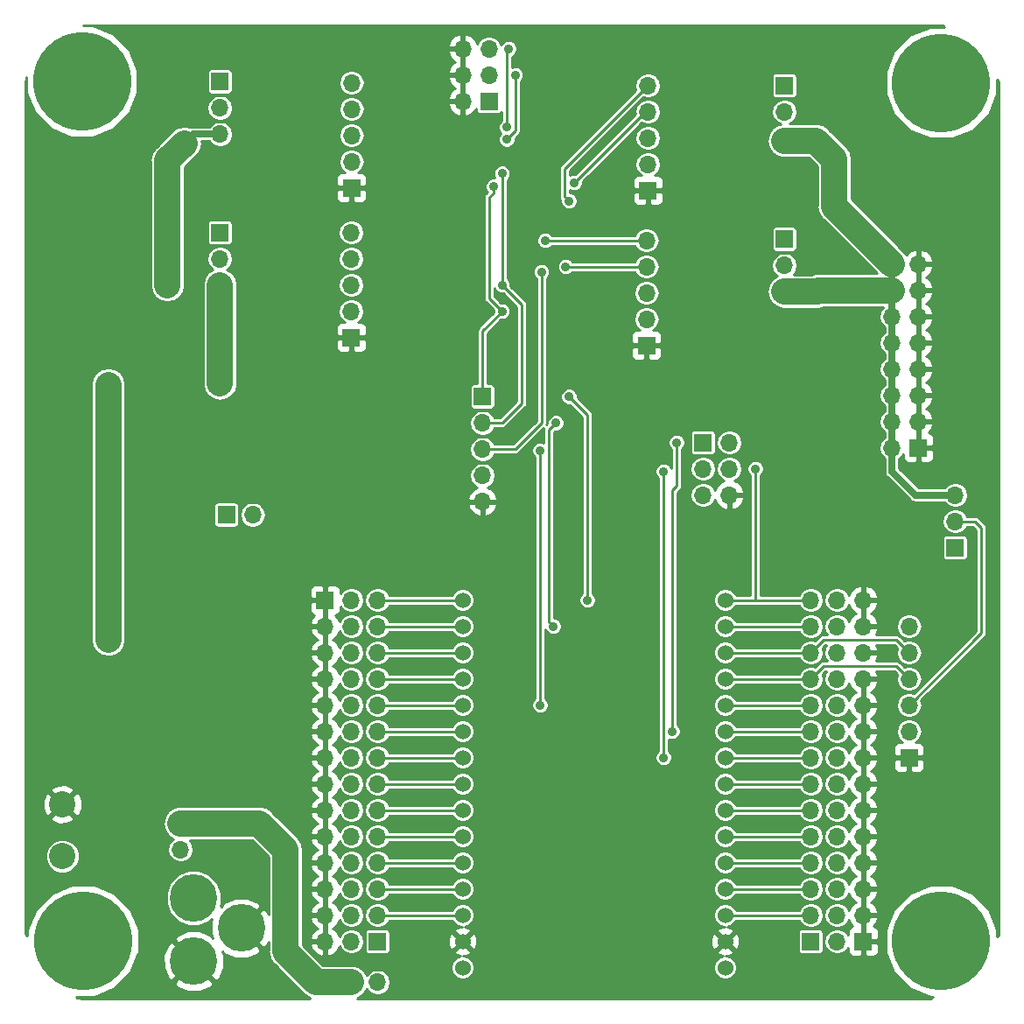
<source format=gbr>
G04 #@! TF.GenerationSoftware,KiCad,Pcbnew,(5.0.2)-1*
G04 #@! TF.CreationDate,2019-04-27T09:18:36-04:00*
G04 #@! TF.ProjectId,ESP32-Hub,45535033-322d-4487-9562-2e6b69636164,2*
G04 #@! TF.SameCoordinates,Original*
G04 #@! TF.FileFunction,Copper,L2,Bot*
G04 #@! TF.FilePolarity,Positive*
%FSLAX46Y46*%
G04 Gerber Fmt 4.6, Leading zero omitted, Abs format (unit mm)*
G04 Created by KiCad (PCBNEW (5.0.2)-1) date 4/27/2019 9:18:36 AM*
%MOMM*%
%LPD*%
G01*
G04 APERTURE LIST*
G04 #@! TA.AperFunction,ComponentPad*
%ADD10C,4.600000*%
G04 #@! TD*
G04 #@! TA.AperFunction,ComponentPad*
%ADD11O,1.700000X1.700000*%
G04 #@! TD*
G04 #@! TA.AperFunction,ComponentPad*
%ADD12R,1.700000X1.700000*%
G04 #@! TD*
G04 #@! TA.AperFunction,ComponentPad*
%ADD13C,2.540000*%
G04 #@! TD*
G04 #@! TA.AperFunction,ComponentPad*
%ADD14C,9.525000*%
G04 #@! TD*
G04 #@! TA.AperFunction,ComponentPad*
%ADD15C,1.524000*%
G04 #@! TD*
G04 #@! TA.AperFunction,ViaPad*
%ADD16C,0.889000*%
G04 #@! TD*
G04 #@! TA.AperFunction,Conductor*
%ADD17C,0.635000*%
G04 #@! TD*
G04 #@! TA.AperFunction,Conductor*
%ADD18C,2.540000*%
G04 #@! TD*
G04 #@! TA.AperFunction,Conductor*
%ADD19C,0.254000*%
G04 #@! TD*
G04 APERTURE END LIST*
D10*
G04 #@! TO.P,J1,2*
G04 #@! TO.N,GND*
X26670000Y-100965000D03*
G04 #@! TO.P,J1,1*
G04 #@! TO.N,/DCIN*
X26670000Y-94865000D03*
G04 #@! TO.P,J1,3*
G04 #@! TO.N,GND*
X31270000Y-97765000D03*
G04 #@! TD*
D11*
G04 #@! TO.P,P1,16*
G04 #@! TO.N,+5V*
X94234000Y-33528000D03*
G04 #@! TO.P,P1,15*
G04 #@! TO.N,GND*
X96774000Y-33528000D03*
G04 #@! TO.P,P1,14*
G04 #@! TO.N,+5V*
X94234000Y-36068000D03*
G04 #@! TO.P,P1,13*
G04 #@! TO.N,GND*
X96774000Y-36068000D03*
G04 #@! TO.P,P1,12*
G04 #@! TO.N,+5V*
X94234000Y-38608000D03*
G04 #@! TO.P,P1,11*
G04 #@! TO.N,GND*
X96774000Y-38608000D03*
G04 #@! TO.P,P1,10*
G04 #@! TO.N,+5V*
X94234000Y-41148000D03*
G04 #@! TO.P,P1,9*
G04 #@! TO.N,GND*
X96774000Y-41148000D03*
G04 #@! TO.P,P1,8*
G04 #@! TO.N,+5V*
X94234000Y-43688000D03*
G04 #@! TO.P,P1,7*
G04 #@! TO.N,GND*
X96774000Y-43688000D03*
G04 #@! TO.P,P1,6*
G04 #@! TO.N,+5V*
X94234000Y-46228000D03*
G04 #@! TO.P,P1,5*
G04 #@! TO.N,GND*
X96774000Y-46228000D03*
G04 #@! TO.P,P1,4*
G04 #@! TO.N,+5V*
X94234000Y-48768000D03*
G04 #@! TO.P,P1,3*
G04 #@! TO.N,GND*
X96774000Y-48768000D03*
G04 #@! TO.P,P1,2*
G04 #@! TO.N,+5V*
X94234000Y-51308000D03*
D12*
G04 #@! TO.P,P1,1*
G04 #@! TO.N,GND*
X96774000Y-51308000D03*
G04 #@! TD*
D11*
G04 #@! TO.P,P8,6*
G04 #@! TO.N,GND*
X78486000Y-55880000D03*
G04 #@! TO.P,P8,5*
G04 #@! TO.N,N/C*
X75946000Y-55880000D03*
G04 #@! TO.P,P8,4*
G04 #@! TO.N,/GP23*
X78486000Y-53340000D03*
G04 #@! TO.P,P8,3*
G04 #@! TO.N,/GP18*
X75946000Y-53340000D03*
G04 #@! TO.P,P8,2*
G04 #@! TO.N,+3V3*
X78486000Y-50800000D03*
D12*
G04 #@! TO.P,P8,1*
G04 #@! TO.N,/GP19*
X75946000Y-50800000D03*
G04 #@! TD*
G04 #@! TO.P,H1,1*
G04 #@! TO.N,/VO3*
X29845000Y-57785000D03*
D11*
G04 #@! TO.P,H1,2*
G04 #@! TO.N,+3V3*
X32385000Y-57785000D03*
G04 #@! TD*
G04 #@! TO.P,H7,2*
G04 #@! TO.N,Net-(H7-Pad2)*
X44450000Y-103000000D03*
D12*
G04 #@! TO.P,H7,1*
G04 #@! TO.N,+5V*
X41910000Y-103000000D03*
G04 #@! TD*
D11*
G04 #@! TO.P,J2,6*
G04 #@! TO.N,N/C*
X95885000Y-68580000D03*
G04 #@! TO.P,J2,5*
G04 #@! TO.N,/TX0*
X95885000Y-71120000D03*
G04 #@! TO.P,J2,4*
G04 #@! TO.N,/RX0*
X95885000Y-73660000D03*
G04 #@! TO.P,J2,3*
G04 #@! TO.N,Net-(J16-Pad2)*
X95885000Y-76200000D03*
G04 #@! TO.P,J2,2*
G04 #@! TO.N,N/C*
X95885000Y-78740000D03*
D12*
G04 #@! TO.P,J2,1*
G04 #@! TO.N,GND*
X95885000Y-81280000D03*
G04 #@! TD*
D13*
G04 #@! TO.P,J15,2*
G04 #@! TO.N,GND*
X13970000Y-85805000D03*
G04 #@! TO.P,J15,1*
G04 #@! TO.N,+5V*
X13970000Y-90805000D03*
G04 #@! TD*
D11*
G04 #@! TO.P,J16,3*
G04 #@! TO.N,+5V*
X100330000Y-55880000D03*
G04 #@! TO.P,J16,2*
G04 #@! TO.N,Net-(J16-Pad2)*
X100330000Y-58420000D03*
D12*
G04 #@! TO.P,J16,1*
G04 #@! TO.N,+3V3*
X100330000Y-60960000D03*
G04 #@! TD*
D14*
G04 #@! TO.P,MTG1,1*
G04 #@! TO.N,N/C*
X15875000Y-15875000D03*
G04 #@! TD*
G04 #@! TO.P,MTG2,1*
G04 #@! TO.N,N/C*
X99000000Y-99000000D03*
G04 #@! TD*
G04 #@! TO.P,MTG3,1*
G04 #@! TO.N,N/C*
X16000000Y-99000000D03*
G04 #@! TD*
G04 #@! TO.P,MTG?1,1*
G04 #@! TO.N,N/C*
X99000000Y-16000000D03*
G04 #@! TD*
D15*
G04 #@! TO.P,U1,1*
G04 #@! TO.N,Net-(P12-Pad1)*
X78105000Y-101600000D03*
G04 #@! TO.P,U1,2*
G04 #@! TO.N,GND*
X78105000Y-99060000D03*
G04 #@! TO.P,U1,3*
G04 #@! TO.N,/GP15*
X78105000Y-96520000D03*
G04 #@! TO.P,U1,4*
G04 #@! TO.N,/GP2*
X78105000Y-93980000D03*
G04 #@! TO.P,U1,5*
G04 #@! TO.N,/GP4*
X78105000Y-91440000D03*
G04 #@! TO.P,U1,6*
G04 #@! TO.N,/RX1*
X78105000Y-88900000D03*
G04 #@! TO.P,U1,7*
G04 #@! TO.N,/TX2*
X78105000Y-86360000D03*
G04 #@! TO.P,U1,8*
G04 #@! TO.N,/GP5*
X78105000Y-83820000D03*
G04 #@! TO.P,U1,9*
G04 #@! TO.N,/GP18*
X78105000Y-81280000D03*
G04 #@! TO.P,U1,10*
G04 #@! TO.N,/GP19*
X78105000Y-78740000D03*
G04 #@! TO.P,U1,11*
G04 #@! TO.N,/STM_SDA*
X78105000Y-76200000D03*
G04 #@! TO.P,U1,12*
G04 #@! TO.N,/RX0*
X78105000Y-73660000D03*
G04 #@! TO.P,U1,13*
G04 #@! TO.N,/TX0*
X78105000Y-71120000D03*
G04 #@! TO.P,U1,14*
G04 #@! TO.N,/STM_SCL*
X78105000Y-68580000D03*
G04 #@! TO.P,U1,15*
G04 #@! TO.N,/GP23*
X78105000Y-66040000D03*
G04 #@! TO.P,U1,16*
G04 #@! TO.N,/EN*
X52705000Y-66040000D03*
G04 #@! TO.P,U1,17*
G04 #@! TO.N,/VP*
X52705000Y-68580000D03*
G04 #@! TO.P,U1,18*
G04 #@! TO.N,/VN*
X52705000Y-71120000D03*
G04 #@! TO.P,U1,19*
G04 #@! TO.N,/GP34*
X52705000Y-73660000D03*
G04 #@! TO.P,U1,20*
G04 #@! TO.N,/GP35*
X52705000Y-76200000D03*
G04 #@! TO.P,U1,21*
G04 #@! TO.N,/GP32*
X52705000Y-78740000D03*
G04 #@! TO.P,U1,22*
G04 #@! TO.N,/GP33*
X52705000Y-81280000D03*
G04 #@! TO.P,U1,23*
G04 #@! TO.N,/GP25*
X52705000Y-83820000D03*
G04 #@! TO.P,U1,24*
G04 #@! TO.N,/GP26*
X52705000Y-86360000D03*
G04 #@! TO.P,U1,25*
G04 #@! TO.N,/GP27*
X52705000Y-88900000D03*
G04 #@! TO.P,U1,26*
G04 #@! TO.N,/GP14*
X52705000Y-91440000D03*
G04 #@! TO.P,U1,27*
G04 #@! TO.N,/GP12*
X52705000Y-93980000D03*
G04 #@! TO.P,U1,28*
G04 #@! TO.N,/GP13*
X52705000Y-96520000D03*
G04 #@! TO.P,U1,29*
G04 #@! TO.N,GND*
X52705000Y-99060000D03*
G04 #@! TO.P,U1,30*
G04 #@! TO.N,Net-(H7-Pad2)*
X52705000Y-101600000D03*
G04 #@! TD*
D11*
G04 #@! TO.P,P2,28*
G04 #@! TO.N,+3V3*
X41910000Y-99060000D03*
G04 #@! TO.P,P2,27*
G04 #@! TO.N,GND*
X39370000Y-99060000D03*
G04 #@! TO.P,P2,26*
G04 #@! TO.N,+3V3*
X41910000Y-96520000D03*
G04 #@! TO.P,P2,25*
G04 #@! TO.N,GND*
X39370000Y-96520000D03*
G04 #@! TO.P,P2,24*
G04 #@! TO.N,+3V3*
X41910000Y-93980000D03*
G04 #@! TO.P,P2,23*
G04 #@! TO.N,GND*
X39370000Y-93980000D03*
G04 #@! TO.P,P2,22*
G04 #@! TO.N,+3V3*
X41910000Y-91440000D03*
G04 #@! TO.P,P2,21*
G04 #@! TO.N,GND*
X39370000Y-91440000D03*
G04 #@! TO.P,P2,20*
G04 #@! TO.N,+3V3*
X41910000Y-88900000D03*
G04 #@! TO.P,P2,19*
G04 #@! TO.N,GND*
X39370000Y-88900000D03*
G04 #@! TO.P,P2,18*
G04 #@! TO.N,+3V3*
X41910000Y-86360000D03*
G04 #@! TO.P,P2,17*
G04 #@! TO.N,GND*
X39370000Y-86360000D03*
G04 #@! TO.P,P2,16*
G04 #@! TO.N,+3V3*
X41910000Y-83820000D03*
G04 #@! TO.P,P2,15*
G04 #@! TO.N,GND*
X39370000Y-83820000D03*
G04 #@! TO.P,P2,14*
G04 #@! TO.N,+3V3*
X41910000Y-81280000D03*
G04 #@! TO.P,P2,13*
G04 #@! TO.N,GND*
X39370000Y-81280000D03*
G04 #@! TO.P,P2,12*
G04 #@! TO.N,+3V3*
X41910000Y-78740000D03*
G04 #@! TO.P,P2,11*
G04 #@! TO.N,GND*
X39370000Y-78740000D03*
G04 #@! TO.P,P2,10*
G04 #@! TO.N,+3V3*
X41910000Y-76200000D03*
G04 #@! TO.P,P2,9*
G04 #@! TO.N,GND*
X39370000Y-76200000D03*
G04 #@! TO.P,P2,8*
G04 #@! TO.N,+3V3*
X41910000Y-73660000D03*
G04 #@! TO.P,P2,7*
G04 #@! TO.N,GND*
X39370000Y-73660000D03*
G04 #@! TO.P,P2,6*
G04 #@! TO.N,+3V3*
X41910000Y-71120000D03*
G04 #@! TO.P,P2,5*
G04 #@! TO.N,GND*
X39370000Y-71120000D03*
G04 #@! TO.P,P2,4*
G04 #@! TO.N,+3V3*
X41910000Y-68580000D03*
G04 #@! TO.P,P2,3*
G04 #@! TO.N,GND*
X39370000Y-68580000D03*
G04 #@! TO.P,P2,2*
G04 #@! TO.N,+3V3*
X41910000Y-66040000D03*
D12*
G04 #@! TO.P,P2,1*
G04 #@! TO.N,GND*
X39370000Y-66040000D03*
G04 #@! TD*
D11*
G04 #@! TO.P,P11,28*
G04 #@! TO.N,+3V3*
X88900000Y-66040000D03*
G04 #@! TO.P,P11,27*
G04 #@! TO.N,GND*
X91440000Y-66040000D03*
G04 #@! TO.P,P11,26*
G04 #@! TO.N,+3V3*
X88900000Y-68580000D03*
G04 #@! TO.P,P11,25*
G04 #@! TO.N,GND*
X91440000Y-68580000D03*
G04 #@! TO.P,P11,24*
G04 #@! TO.N,+3V3*
X88900000Y-71120000D03*
G04 #@! TO.P,P11,23*
G04 #@! TO.N,GND*
X91440000Y-71120000D03*
G04 #@! TO.P,P11,22*
G04 #@! TO.N,+3V3*
X88900000Y-73660000D03*
G04 #@! TO.P,P11,21*
G04 #@! TO.N,GND*
X91440000Y-73660000D03*
G04 #@! TO.P,P11,20*
G04 #@! TO.N,+3V3*
X88900000Y-76200000D03*
G04 #@! TO.P,P11,19*
G04 #@! TO.N,GND*
X91440000Y-76200000D03*
G04 #@! TO.P,P11,18*
G04 #@! TO.N,+3V3*
X88900000Y-78740000D03*
G04 #@! TO.P,P11,17*
G04 #@! TO.N,GND*
X91440000Y-78740000D03*
G04 #@! TO.P,P11,16*
G04 #@! TO.N,+3V3*
X88900000Y-81280000D03*
G04 #@! TO.P,P11,15*
G04 #@! TO.N,GND*
X91440000Y-81280000D03*
G04 #@! TO.P,P11,14*
G04 #@! TO.N,+3V3*
X88900000Y-83820000D03*
G04 #@! TO.P,P11,13*
G04 #@! TO.N,GND*
X91440000Y-83820000D03*
G04 #@! TO.P,P11,12*
G04 #@! TO.N,+3V3*
X88900000Y-86360000D03*
G04 #@! TO.P,P11,11*
G04 #@! TO.N,GND*
X91440000Y-86360000D03*
G04 #@! TO.P,P11,10*
G04 #@! TO.N,+3V3*
X88900000Y-88900000D03*
G04 #@! TO.P,P11,9*
G04 #@! TO.N,GND*
X91440000Y-88900000D03*
G04 #@! TO.P,P11,8*
G04 #@! TO.N,+3V3*
X88900000Y-91440000D03*
G04 #@! TO.P,P11,7*
G04 #@! TO.N,GND*
X91440000Y-91440000D03*
G04 #@! TO.P,P11,6*
G04 #@! TO.N,+3V3*
X88900000Y-93980000D03*
G04 #@! TO.P,P11,5*
G04 #@! TO.N,GND*
X91440000Y-93980000D03*
G04 #@! TO.P,P11,4*
G04 #@! TO.N,+3V3*
X88900000Y-96520000D03*
G04 #@! TO.P,P11,3*
G04 #@! TO.N,GND*
X91440000Y-96520000D03*
G04 #@! TO.P,P11,2*
G04 #@! TO.N,+3V3*
X88900000Y-99060000D03*
D12*
G04 #@! TO.P,P11,1*
G04 #@! TO.N,GND*
X91440000Y-99060000D03*
G04 #@! TD*
G04 #@! TO.P,P12,1*
G04 #@! TO.N,Net-(P12-Pad1)*
X86360000Y-99060000D03*
D11*
G04 #@! TO.P,P12,2*
G04 #@! TO.N,/GP15*
X86360000Y-96520000D03*
G04 #@! TO.P,P12,3*
G04 #@! TO.N,/GP2*
X86360000Y-93980000D03*
G04 #@! TO.P,P12,4*
G04 #@! TO.N,/GP4*
X86360000Y-91440000D03*
G04 #@! TO.P,P12,5*
G04 #@! TO.N,/RX1*
X86360000Y-88900000D03*
G04 #@! TO.P,P12,6*
G04 #@! TO.N,/TX2*
X86360000Y-86360000D03*
G04 #@! TO.P,P12,7*
G04 #@! TO.N,/GP5*
X86360000Y-83820000D03*
G04 #@! TO.P,P12,8*
G04 #@! TO.N,/GP18*
X86360000Y-81280000D03*
G04 #@! TO.P,P12,9*
G04 #@! TO.N,/GP19*
X86360000Y-78740000D03*
G04 #@! TO.P,P12,10*
G04 #@! TO.N,/STM_SDA*
X86360000Y-76200000D03*
G04 #@! TO.P,P12,11*
G04 #@! TO.N,/RX0*
X86360000Y-73660000D03*
G04 #@! TO.P,P12,12*
G04 #@! TO.N,/TX0*
X86360000Y-71120000D03*
G04 #@! TO.P,P12,13*
G04 #@! TO.N,/STM_SCL*
X86360000Y-68580000D03*
G04 #@! TO.P,P12,14*
G04 #@! TO.N,/GP23*
X86360000Y-66040000D03*
G04 #@! TD*
G04 #@! TO.P,P13,14*
G04 #@! TO.N,/EN*
X44450000Y-66040000D03*
G04 #@! TO.P,P13,13*
G04 #@! TO.N,/VP*
X44450000Y-68580000D03*
G04 #@! TO.P,P13,12*
G04 #@! TO.N,/VN*
X44450000Y-71120000D03*
G04 #@! TO.P,P13,11*
G04 #@! TO.N,/GP34*
X44450000Y-73660000D03*
G04 #@! TO.P,P13,10*
G04 #@! TO.N,/GP35*
X44450000Y-76200000D03*
G04 #@! TO.P,P13,9*
G04 #@! TO.N,/GP32*
X44450000Y-78740000D03*
G04 #@! TO.P,P13,8*
G04 #@! TO.N,/GP33*
X44450000Y-81280000D03*
G04 #@! TO.P,P13,7*
G04 #@! TO.N,/GP25*
X44450000Y-83820000D03*
G04 #@! TO.P,P13,6*
G04 #@! TO.N,/GP26*
X44450000Y-86360000D03*
G04 #@! TO.P,P13,5*
G04 #@! TO.N,/GP27*
X44450000Y-88900000D03*
G04 #@! TO.P,P13,4*
G04 #@! TO.N,/GP14*
X44450000Y-91440000D03*
G04 #@! TO.P,P13,3*
G04 #@! TO.N,/GP12*
X44450000Y-93980000D03*
G04 #@! TO.P,P13,2*
G04 #@! TO.N,/GP13*
X44450000Y-96520000D03*
D12*
G04 #@! TO.P,P13,1*
G04 #@! TO.N,Net-(H7-Pad2)*
X44450000Y-99060000D03*
G04 #@! TD*
D11*
G04 #@! TO.P,J9,5*
G04 #@! TO.N,/INT0*
X41960000Y-16002000D03*
G04 #@! TO.P,J9,4*
G04 #@! TO.N,/SC0*
X41960000Y-18542000D03*
G04 #@! TO.P,J9,3*
G04 #@! TO.N,/SD0*
X41960000Y-21082000D03*
G04 #@! TO.P,J9,2*
G04 #@! TO.N,Net-(J4-Pad2)*
X41960000Y-23622000D03*
D12*
G04 #@! TO.P,J9,1*
G04 #@! TO.N,GND*
X41960000Y-26162000D03*
G04 #@! TD*
G04 #@! TO.P,J10,1*
G04 #@! TO.N,GND*
X41910000Y-40640000D03*
D11*
G04 #@! TO.P,J10,2*
G04 #@! TO.N,Net-(J10-Pad2)*
X41910000Y-38100000D03*
G04 #@! TO.P,J10,3*
G04 #@! TO.N,/SD1*
X41910000Y-35560000D03*
G04 #@! TO.P,J10,4*
G04 #@! TO.N,/SC1*
X41910000Y-33020000D03*
G04 #@! TO.P,J10,5*
G04 #@! TO.N,/INT1*
X41910000Y-30480000D03*
G04 #@! TD*
G04 #@! TO.P,J11,5*
G04 #@! TO.N,/INT3*
X70612000Y-16256000D03*
G04 #@! TO.P,J11,4*
G04 #@! TO.N,/SC3*
X70612000Y-18796000D03*
G04 #@! TO.P,J11,3*
G04 #@! TO.N,/SD3*
X70612000Y-21336000D03*
G04 #@! TO.P,J11,2*
G04 #@! TO.N,Net-(J11-Pad2)*
X70612000Y-23876000D03*
D12*
G04 #@! TO.P,J11,1*
G04 #@! TO.N,GND*
X70612000Y-26416000D03*
G04 #@! TD*
G04 #@! TO.P,J12,1*
G04 #@! TO.N,GND*
X70485000Y-41402000D03*
D11*
G04 #@! TO.P,J12,2*
G04 #@! TO.N,Net-(J12-Pad2)*
X70485000Y-38862000D03*
G04 #@! TO.P,J12,3*
G04 #@! TO.N,/SD2*
X70485000Y-36322000D03*
G04 #@! TO.P,J12,4*
G04 #@! TO.N,/SC2*
X70485000Y-33782000D03*
G04 #@! TO.P,J12,5*
G04 #@! TO.N,/INT2*
X70485000Y-31242000D03*
G04 #@! TD*
G04 #@! TO.P,J3,6*
G04 #@! TO.N,GND*
X52705000Y-12700000D03*
G04 #@! TO.P,J3,5*
G04 #@! TO.N,/A0*
X55245000Y-12700000D03*
G04 #@! TO.P,J3,4*
G04 #@! TO.N,GND*
X52705000Y-15240000D03*
G04 #@! TO.P,J3,3*
G04 #@! TO.N,/A1*
X55245000Y-15240000D03*
G04 #@! TO.P,J3,2*
G04 #@! TO.N,GND*
X52705000Y-17780000D03*
D12*
G04 #@! TO.P,J3,1*
G04 #@! TO.N,/A2*
X55245000Y-17780000D03*
G04 #@! TD*
D11*
G04 #@! TO.P,J5,3*
G04 #@! TO.N,+5V*
X29210000Y-35560000D03*
G04 #@! TO.P,J5,2*
G04 #@! TO.N,Net-(J10-Pad2)*
X29210000Y-33020000D03*
D12*
G04 #@! TO.P,J5,1*
G04 #@! TO.N,+3V3*
X29210000Y-30480000D03*
G04 #@! TD*
G04 #@! TO.P,J6,1*
G04 #@! TO.N,+3V3*
X83820000Y-31115000D03*
D11*
G04 #@! TO.P,J6,2*
G04 #@! TO.N,Net-(J12-Pad2)*
X83820000Y-33655000D03*
G04 #@! TO.P,J6,3*
G04 #@! TO.N,+5V*
X83820000Y-36195000D03*
G04 #@! TD*
G04 #@! TO.P,J8,3*
G04 #@! TO.N,+5V*
X83820000Y-21336000D03*
G04 #@! TO.P,J8,2*
G04 #@! TO.N,Net-(J11-Pad2)*
X83820000Y-18796000D03*
D12*
G04 #@! TO.P,J8,1*
G04 #@! TO.N,+3V3*
X83820000Y-16256000D03*
G04 #@! TD*
D11*
G04 #@! TO.P,H2,2*
G04 #@! TO.N,/DCIN*
X25400000Y-90170000D03*
D12*
G04 #@! TO.P,H2,1*
G04 #@! TO.N,+5V*
X25400000Y-87630000D03*
G04 #@! TD*
D11*
G04 #@! TO.P,J4,3*
G04 #@! TO.N,+5V*
X29210000Y-20955000D03*
G04 #@! TO.P,J4,2*
G04 #@! TO.N,Net-(J4-Pad2)*
X29210000Y-18415000D03*
D12*
G04 #@! TO.P,J4,1*
G04 #@! TO.N,+3V3*
X29210000Y-15875000D03*
G04 #@! TD*
D11*
G04 #@! TO.P,J7,5*
G04 #@! TO.N,GND*
X54610000Y-56515000D03*
G04 #@! TO.P,J7,4*
G04 #@! TO.N,+3V3*
X54610000Y-53975000D03*
G04 #@! TO.P,J7,3*
G04 #@! TO.N,/STM_SDA*
X54610000Y-51435000D03*
G04 #@! TO.P,J7,2*
G04 #@! TO.N,/STM_SCL*
X54610000Y-48895000D03*
D12*
G04 #@! TO.P,J7,1*
G04 #@! TO.N,/GP23*
X54610000Y-46355000D03*
G04 #@! TD*
D16*
G04 #@! TO.N,+5V*
X18415000Y-69850000D03*
X24130000Y-35560000D03*
X29210000Y-45085000D03*
X18415000Y-45212000D03*
G04 #@! TO.N,GND*
X21590000Y-80264000D03*
X62230000Y-60960000D03*
X13335000Y-81915000D03*
X59055000Y-21590000D03*
X53340000Y-30480000D03*
X87630000Y-55245000D03*
G04 #@! TO.N,/STM_SDA*
X60325000Y-34290000D03*
X60198000Y-76200000D03*
X60198000Y-51562000D03*
G04 #@! TO.N,/STM_SCL*
X56515000Y-35560000D03*
X56515000Y-24765000D03*
X61468000Y-68580000D03*
X61722000Y-48895000D03*
G04 #@! TO.N,/A1*
X56959500Y-21465000D03*
X57785000Y-15240000D03*
G04 #@! TO.N,/A0*
X56948283Y-20308783D03*
X57150000Y-12700000D03*
G04 #@! TO.N,/GP19*
X72961500Y-78740000D03*
X73406000Y-50800000D03*
G04 #@! TO.N,/GP18*
X72136000Y-81280000D03*
X72136000Y-53594000D03*
G04 #@! TO.N,/INT2*
X60671591Y-31253133D03*
G04 #@! TO.N,/SC2*
X62674500Y-33782000D03*
G04 #@! TO.N,/INT3*
X62992000Y-27432000D03*
G04 #@! TO.N,/SC3*
X63500000Y-25654000D03*
G04 #@! TO.N,/GP23*
X55689500Y-26035000D03*
X56515000Y-38100000D03*
X64770000Y-66040000D03*
X62992000Y-46355000D03*
X81026000Y-53340000D03*
G04 #@! TD*
D17*
G04 #@! TO.N,+5V*
X26670000Y-20955000D02*
X29210000Y-20955000D01*
X100330000Y-55880000D02*
X96520000Y-55880000D01*
X94234000Y-53594000D02*
X94234000Y-51308000D01*
X96520000Y-55880000D02*
X94234000Y-53594000D01*
X94234000Y-51308000D02*
X94234000Y-48768000D01*
X94234000Y-48768000D02*
X94234000Y-46228000D01*
X94234000Y-46228000D02*
X94234000Y-43688000D01*
X94234000Y-43688000D02*
X94234000Y-41148000D01*
X94234000Y-41148000D02*
X94234000Y-38608000D01*
X94234000Y-38608000D02*
X94234000Y-36068000D01*
X94234000Y-33528000D02*
X94234000Y-36068000D01*
D18*
X29210000Y-35560000D02*
X29210000Y-45085000D01*
X18415000Y-69850000D02*
X18415000Y-45212000D01*
X24130000Y-23495000D02*
X25781000Y-21844000D01*
X24130000Y-35560000D02*
X24130000Y-23495000D01*
D17*
X25781000Y-21844000D02*
X26670000Y-20955000D01*
D18*
X88646000Y-27940000D02*
X94234000Y-33528000D01*
X88646000Y-23368000D02*
X88646000Y-27940000D01*
X83820000Y-21590000D02*
X86868000Y-21590000D01*
X86868000Y-21590000D02*
X88646000Y-23368000D01*
X94234000Y-36068000D02*
X87122000Y-36068000D01*
D17*
X87122000Y-36068000D02*
X86995000Y-36195000D01*
D18*
X83820000Y-36195000D02*
X86995000Y-36195000D01*
X33020000Y-87630000D02*
X25400000Y-87630000D01*
X35560000Y-90170000D02*
X33020000Y-87630000D01*
X35560000Y-100040000D02*
X35560000Y-90170000D01*
X38520000Y-103000000D02*
X35560000Y-100040000D01*
X41910000Y-103000000D02*
X38520000Y-103000000D01*
D19*
G04 #@! TO.N,/STM_SDA*
X78105000Y-76200000D02*
X86360000Y-76200000D01*
X54610000Y-51435000D02*
X57785000Y-51435000D01*
X57785000Y-51435000D02*
X60325000Y-48895000D01*
X60325000Y-48895000D02*
X60325000Y-34290000D01*
X60198000Y-76200000D02*
X60198000Y-51562000D01*
G04 #@! TO.N,/STM_SCL*
X56515000Y-35560000D02*
X56515000Y-24765000D01*
X54610000Y-48895000D02*
X56515000Y-48895000D01*
X56515000Y-48895000D02*
X58420000Y-46990000D01*
X58420000Y-37465000D02*
X56515000Y-35560000D01*
X58420000Y-46990000D02*
X58420000Y-37465000D01*
X78105000Y-68580000D02*
X86360000Y-68580000D01*
X61023501Y-49593499D02*
X61722000Y-48895000D01*
X61023501Y-68135501D02*
X61023501Y-49593499D01*
X61468000Y-68580000D02*
X61023501Y-68135501D01*
G04 #@! TO.N,/A1*
X56959500Y-21465000D02*
X57785000Y-20639500D01*
X57785000Y-20639500D02*
X57785000Y-15240000D01*
G04 #@! TO.N,/A0*
X56948283Y-12901717D02*
X57150000Y-12700000D01*
X56948283Y-20308783D02*
X56948283Y-12901717D01*
G04 #@! TO.N,Net-(J16-Pad2)*
X95885000Y-76200000D02*
X102870000Y-69215000D01*
X102870000Y-69215000D02*
X102870000Y-59055000D01*
X102235000Y-58420000D02*
X100330000Y-58420000D01*
X102870000Y-59055000D02*
X102235000Y-58420000D01*
G04 #@! TO.N,/GP13*
X52705000Y-96520000D02*
X44450000Y-96520000D01*
G04 #@! TO.N,/GP12*
X44450000Y-93980000D02*
X52705000Y-93980000D01*
G04 #@! TO.N,/GP14*
X52705000Y-91440000D02*
X44450000Y-91440000D01*
G04 #@! TO.N,/GP26*
X52705000Y-86360000D02*
X44450000Y-86360000D01*
G04 #@! TO.N,/GP25*
X44450000Y-83820000D02*
X52705000Y-83820000D01*
G04 #@! TO.N,/GP33*
X52705000Y-81280000D02*
X44450000Y-81280000D01*
G04 #@! TO.N,/GP32*
X44450000Y-78740000D02*
X52705000Y-78740000D01*
G04 #@! TO.N,/GP35*
X52705000Y-76200000D02*
X44450000Y-76200000D01*
G04 #@! TO.N,/GP34*
X44450000Y-73660000D02*
X52705000Y-73660000D01*
G04 #@! TO.N,/TX0*
X78105000Y-71120000D02*
X86360000Y-71120000D01*
X95035001Y-70270001D02*
X95885000Y-71120000D01*
X94653999Y-69888999D02*
X95035001Y-70270001D01*
X87591001Y-69888999D02*
X94653999Y-69888999D01*
X86360000Y-71120000D02*
X87591001Y-69888999D01*
G04 #@! TO.N,/RX0*
X78105000Y-73660000D02*
X86360000Y-73660000D01*
X95035001Y-72810001D02*
X95885000Y-73660000D01*
X94653999Y-72428999D02*
X95035001Y-72810001D01*
X87591001Y-72428999D02*
X94653999Y-72428999D01*
X86360000Y-73660000D02*
X87591001Y-72428999D01*
G04 #@! TO.N,/GP19*
X78105000Y-78740000D02*
X86360000Y-78740000D01*
X72961500Y-78740000D02*
X72961500Y-55435500D01*
X72961500Y-55435500D02*
X73406000Y-54991000D01*
X73406000Y-54991000D02*
X73406000Y-50800000D01*
G04 #@! TO.N,/GP18*
X78105000Y-81280000D02*
X86360000Y-81280000D01*
X72136000Y-81280000D02*
X72136000Y-53594000D01*
G04 #@! TO.N,/GP5*
X78105000Y-83820000D02*
X86360000Y-83820000D01*
G04 #@! TO.N,/TX2*
X78105000Y-86360000D02*
X86360000Y-86360000D01*
G04 #@! TO.N,/RX1*
X78105000Y-88900000D02*
X86360000Y-88900000D01*
G04 #@! TO.N,/GP4*
X78105000Y-91440000D02*
X86360000Y-91440000D01*
G04 #@! TO.N,/GP2*
X78105000Y-93980000D02*
X86360000Y-93980000D01*
G04 #@! TO.N,/GP15*
X78105000Y-96520000D02*
X86360000Y-96520000D01*
G04 #@! TO.N,/INT2*
X70473867Y-31253133D02*
X70485000Y-31242000D01*
X60671591Y-31253133D02*
X70473867Y-31253133D01*
G04 #@! TO.N,/SC2*
X62674500Y-33782000D02*
X70485000Y-33782000D01*
G04 #@! TO.N,/INT3*
X69762001Y-17105999D02*
X70612000Y-16256000D01*
X62547501Y-24320499D02*
X69762001Y-17105999D01*
X62547501Y-26987501D02*
X62547501Y-24320499D01*
X62992000Y-27432000D02*
X62547501Y-26987501D01*
G04 #@! TO.N,/SC3*
X70358000Y-18796000D02*
X70612000Y-18796000D01*
X63500000Y-25654000D02*
X70358000Y-18796000D01*
G04 #@! TO.N,/GP27*
X44450000Y-88900000D02*
X52705000Y-88900000D01*
G04 #@! TO.N,/EN*
X44450000Y-66040000D02*
X52705000Y-66040000D01*
G04 #@! TO.N,/VP*
X52705000Y-68580000D02*
X44450000Y-68580000D01*
G04 #@! TO.N,/VN*
X44450000Y-71120000D02*
X52705000Y-71120000D01*
G04 #@! TO.N,/GP23*
X55689500Y-26663617D02*
X55245000Y-27108117D01*
X55689500Y-26035000D02*
X55689500Y-26663617D01*
X55245000Y-27108117D02*
X55245000Y-36830000D01*
X55245000Y-36830000D02*
X56515000Y-38100000D01*
X54610000Y-40005000D02*
X56515000Y-38100000D01*
X54610000Y-46355000D02*
X54610000Y-40005000D01*
X64770000Y-48133000D02*
X62992000Y-46355000D01*
X64770000Y-66040000D02*
X64770000Y-48133000D01*
X81026000Y-53340000D02*
X81026000Y-66040000D01*
X78105000Y-66040000D02*
X81026000Y-66040000D01*
X81026000Y-66040000D02*
X86360000Y-66040000D01*
G04 #@! TD*
G04 #@! TO.N,GND*
G36*
X99166541Y-10446147D02*
X99322894Y-10602500D01*
X97926371Y-10602500D01*
X95942562Y-11424221D01*
X94424221Y-12942562D01*
X93602500Y-14926371D01*
X93602500Y-17073629D01*
X94424221Y-19057438D01*
X95942562Y-20575779D01*
X97926371Y-21397500D01*
X100073629Y-21397500D01*
X102057438Y-20575779D01*
X103575779Y-19057438D01*
X104397500Y-17073629D01*
X104397500Y-15677106D01*
X104561004Y-15840610D01*
X104569000Y-16010167D01*
X104569001Y-90775392D01*
X104521341Y-98496303D01*
X104397500Y-98611298D01*
X104397500Y-97926371D01*
X103575779Y-95942562D01*
X102057438Y-94424221D01*
X100073629Y-93602500D01*
X97926371Y-93602500D01*
X95942562Y-94424221D01*
X94424221Y-95942562D01*
X93602500Y-97926371D01*
X93602500Y-100073629D01*
X94424221Y-102057438D01*
X95942562Y-103575779D01*
X97926371Y-104397500D01*
X98166205Y-104397500D01*
X97981513Y-104569000D01*
X42484851Y-104569000D01*
X42554188Y-104555208D01*
X43100305Y-104190305D01*
X43432565Y-103693041D01*
X43562499Y-103887501D01*
X43969688Y-104159576D01*
X44328761Y-104231000D01*
X44571239Y-104231000D01*
X44930312Y-104159576D01*
X45337501Y-103887501D01*
X45609576Y-103480312D01*
X45705116Y-103000000D01*
X45609576Y-102519688D01*
X45337501Y-102112499D01*
X44930312Y-101840424D01*
X44571239Y-101769000D01*
X44328761Y-101769000D01*
X43969688Y-101840424D01*
X43562499Y-102112499D01*
X43432565Y-102306959D01*
X43100305Y-101809695D01*
X42554188Y-101444792D01*
X42191471Y-101372643D01*
X51562000Y-101372643D01*
X51562000Y-101827357D01*
X51736011Y-102247458D01*
X52057542Y-102568989D01*
X52477643Y-102743000D01*
X52932357Y-102743000D01*
X53352458Y-102568989D01*
X53673989Y-102247458D01*
X53848000Y-101827357D01*
X53848000Y-101372643D01*
X76962000Y-101372643D01*
X76962000Y-101827357D01*
X77136011Y-102247458D01*
X77457542Y-102568989D01*
X77877643Y-102743000D01*
X78332357Y-102743000D01*
X78752458Y-102568989D01*
X79073989Y-102247458D01*
X79248000Y-101827357D01*
X79248000Y-101372643D01*
X79073989Y-100952542D01*
X78752458Y-100631011D01*
X78332357Y-100457000D01*
X78139931Y-100457000D01*
X78452368Y-100441362D01*
X78836143Y-100282397D01*
X78905608Y-100040213D01*
X78105000Y-99239605D01*
X77304392Y-100040213D01*
X77373857Y-100282397D01*
X77870989Y-100459756D01*
X77457542Y-100631011D01*
X77136011Y-100952542D01*
X76962000Y-101372643D01*
X53848000Y-101372643D01*
X53673989Y-100952542D01*
X53352458Y-100631011D01*
X52932357Y-100457000D01*
X52739931Y-100457000D01*
X53052368Y-100441362D01*
X53436143Y-100282397D01*
X53505608Y-100040213D01*
X52705000Y-99239605D01*
X51904392Y-100040213D01*
X51973857Y-100282397D01*
X52470989Y-100459756D01*
X52057542Y-100631011D01*
X51736011Y-100952542D01*
X51562000Y-101372643D01*
X42191471Y-101372643D01*
X42072609Y-101349000D01*
X39203867Y-101349000D01*
X37271757Y-99416890D01*
X37928524Y-99416890D01*
X38098355Y-99826924D01*
X38488642Y-100255183D01*
X39013108Y-100501486D01*
X39243000Y-100380819D01*
X39243000Y-99187000D01*
X38049845Y-99187000D01*
X37928524Y-99416890D01*
X37271757Y-99416890D01*
X37211000Y-99356134D01*
X37211000Y-96876890D01*
X37928524Y-96876890D01*
X38098355Y-97286924D01*
X38488642Y-97715183D01*
X38647954Y-97790000D01*
X38488642Y-97864817D01*
X38098355Y-98293076D01*
X37928524Y-98703110D01*
X38049845Y-98933000D01*
X39243000Y-98933000D01*
X39243000Y-96647000D01*
X38049845Y-96647000D01*
X37928524Y-96876890D01*
X37211000Y-96876890D01*
X37211000Y-94336890D01*
X37928524Y-94336890D01*
X38098355Y-94746924D01*
X38488642Y-95175183D01*
X38647954Y-95250000D01*
X38488642Y-95324817D01*
X38098355Y-95753076D01*
X37928524Y-96163110D01*
X38049845Y-96393000D01*
X39243000Y-96393000D01*
X39243000Y-94107000D01*
X38049845Y-94107000D01*
X37928524Y-94336890D01*
X37211000Y-94336890D01*
X37211000Y-91796890D01*
X37928524Y-91796890D01*
X38098355Y-92206924D01*
X38488642Y-92635183D01*
X38647954Y-92710000D01*
X38488642Y-92784817D01*
X38098355Y-93213076D01*
X37928524Y-93623110D01*
X38049845Y-93853000D01*
X39243000Y-93853000D01*
X39243000Y-91567000D01*
X38049845Y-91567000D01*
X37928524Y-91796890D01*
X37211000Y-91796890D01*
X37211000Y-90332607D01*
X37243345Y-90169999D01*
X37167261Y-89787501D01*
X37115208Y-89525812D01*
X36935521Y-89256890D01*
X37928524Y-89256890D01*
X38098355Y-89666924D01*
X38488642Y-90095183D01*
X38647954Y-90170000D01*
X38488642Y-90244817D01*
X38098355Y-90673076D01*
X37928524Y-91083110D01*
X38049845Y-91313000D01*
X39243000Y-91313000D01*
X39243000Y-89027000D01*
X38049845Y-89027000D01*
X37928524Y-89256890D01*
X36935521Y-89256890D01*
X36750305Y-88979695D01*
X36612448Y-88887582D01*
X34441756Y-86716890D01*
X37928524Y-86716890D01*
X38098355Y-87126924D01*
X38488642Y-87555183D01*
X38647954Y-87630000D01*
X38488642Y-87704817D01*
X38098355Y-88133076D01*
X37928524Y-88543110D01*
X38049845Y-88773000D01*
X39243000Y-88773000D01*
X39243000Y-86487000D01*
X38049845Y-86487000D01*
X37928524Y-86716890D01*
X34441756Y-86716890D01*
X34302418Y-86577552D01*
X34210305Y-86439695D01*
X33664188Y-86074792D01*
X33182609Y-85979000D01*
X33182608Y-85979000D01*
X33020000Y-85946655D01*
X32857392Y-85979000D01*
X25237391Y-85979000D01*
X24755812Y-86074792D01*
X24209695Y-86439695D01*
X23844792Y-86985812D01*
X23716655Y-87630000D01*
X23844792Y-88274188D01*
X24209695Y-88820305D01*
X24706959Y-89152565D01*
X24512499Y-89282499D01*
X24240424Y-89689688D01*
X24144884Y-90170000D01*
X24240424Y-90650312D01*
X24512499Y-91057501D01*
X24919688Y-91329576D01*
X25278761Y-91401000D01*
X25521239Y-91401000D01*
X25880312Y-91329576D01*
X26287501Y-91057501D01*
X26559576Y-90650312D01*
X26655116Y-90170000D01*
X26559576Y-89689688D01*
X26287501Y-89282499D01*
X26285258Y-89281000D01*
X32336134Y-89281000D01*
X33909001Y-90853867D01*
X33909000Y-96461770D01*
X33763451Y-96110383D01*
X33361553Y-95853052D01*
X31449605Y-97765000D01*
X33361553Y-99676948D01*
X33763451Y-99419617D01*
X33909000Y-99065043D01*
X33909000Y-99877392D01*
X33876655Y-100040000D01*
X33909000Y-100202608D01*
X34004792Y-100684187D01*
X34369695Y-101230305D01*
X34507552Y-101322418D01*
X37237584Y-104052451D01*
X37329695Y-104190305D01*
X37875812Y-104555208D01*
X37945149Y-104569000D01*
X16017690Y-104569000D01*
X15400441Y-104518253D01*
X15303839Y-104397500D01*
X17073629Y-104397500D01*
X19057438Y-103575779D01*
X19576664Y-103056553D01*
X24758052Y-103056553D01*
X25015383Y-103458451D01*
X26095536Y-103901843D01*
X27263145Y-103898127D01*
X28324617Y-103458451D01*
X28581948Y-103056553D01*
X26670000Y-101144605D01*
X24758052Y-103056553D01*
X19576664Y-103056553D01*
X20575779Y-102057438D01*
X21266232Y-100390536D01*
X23733157Y-100390536D01*
X23736873Y-101558145D01*
X24176549Y-102619617D01*
X24578447Y-102876948D01*
X26490395Y-100965000D01*
X24578447Y-99053052D01*
X24176549Y-99310383D01*
X23733157Y-100390536D01*
X21266232Y-100390536D01*
X21397500Y-100073629D01*
X21397500Y-97926371D01*
X20575779Y-95942562D01*
X19057438Y-94424221D01*
X18834112Y-94331716D01*
X23989000Y-94331716D01*
X23989000Y-95398284D01*
X24397158Y-96383665D01*
X25151335Y-97137842D01*
X26136716Y-97546000D01*
X27203284Y-97546000D01*
X28188665Y-97137842D01*
X28470462Y-96856045D01*
X28333157Y-97190536D01*
X28336873Y-98358145D01*
X28492366Y-98733538D01*
X28324617Y-98471549D01*
X27244464Y-98028157D01*
X26076855Y-98031873D01*
X25015383Y-98471549D01*
X24758052Y-98873447D01*
X26670000Y-100785395D01*
X26684143Y-100771253D01*
X26863748Y-100950858D01*
X26849605Y-100965000D01*
X28761553Y-102876948D01*
X29163451Y-102619617D01*
X29606843Y-101539464D01*
X29603127Y-100371855D01*
X29447634Y-99996462D01*
X29615383Y-100258451D01*
X30695536Y-100701843D01*
X31863145Y-100698127D01*
X32924617Y-100258451D01*
X33181948Y-99856553D01*
X31270000Y-97944605D01*
X31255858Y-97958748D01*
X31076253Y-97779143D01*
X31090395Y-97765000D01*
X31076253Y-97750858D01*
X31255858Y-97571253D01*
X31270000Y-97585395D01*
X33181948Y-95673447D01*
X32924617Y-95271549D01*
X31844464Y-94828157D01*
X30676855Y-94831873D01*
X29615383Y-95271549D01*
X29358053Y-95673445D01*
X29272473Y-95587865D01*
X29351000Y-95398284D01*
X29351000Y-94331716D01*
X28942842Y-93346335D01*
X28188665Y-92592158D01*
X27203284Y-92184000D01*
X26136716Y-92184000D01*
X25151335Y-92592158D01*
X24397158Y-93346335D01*
X23989000Y-94331716D01*
X18834112Y-94331716D01*
X17073629Y-93602500D01*
X14926371Y-93602500D01*
X12942562Y-94424221D01*
X11424221Y-95942562D01*
X10602500Y-97926371D01*
X10602500Y-98520827D01*
X10431000Y-98306452D01*
X10431000Y-90476596D01*
X12319000Y-90476596D01*
X12319000Y-91133404D01*
X12570350Y-91740216D01*
X13034784Y-92204650D01*
X13641596Y-92456000D01*
X14298404Y-92456000D01*
X14905216Y-92204650D01*
X15369650Y-91740216D01*
X15621000Y-91133404D01*
X15621000Y-90476596D01*
X15369650Y-89869784D01*
X14905216Y-89405350D01*
X14298404Y-89154000D01*
X13641596Y-89154000D01*
X13034784Y-89405350D01*
X12570350Y-89869784D01*
X12319000Y-90476596D01*
X10431000Y-90476596D01*
X10431000Y-87152777D01*
X12801828Y-87152777D01*
X12933520Y-87447657D01*
X13641036Y-87719261D01*
X14398632Y-87699436D01*
X15006480Y-87447657D01*
X15138172Y-87152777D01*
X13970000Y-85984605D01*
X12801828Y-87152777D01*
X10431000Y-87152777D01*
X10431000Y-85476036D01*
X12055739Y-85476036D01*
X12075564Y-86233632D01*
X12327343Y-86841480D01*
X12622223Y-86973172D01*
X13790395Y-85805000D01*
X14149605Y-85805000D01*
X15317777Y-86973172D01*
X15612657Y-86841480D01*
X15884261Y-86133964D01*
X15864436Y-85376368D01*
X15612657Y-84768520D01*
X15317777Y-84636828D01*
X14149605Y-85805000D01*
X13790395Y-85805000D01*
X12622223Y-84636828D01*
X12327343Y-84768520D01*
X12055739Y-85476036D01*
X10431000Y-85476036D01*
X10431000Y-84457223D01*
X12801828Y-84457223D01*
X13970000Y-85625395D01*
X15138172Y-84457223D01*
X15012977Y-84176890D01*
X37928524Y-84176890D01*
X38098355Y-84586924D01*
X38488642Y-85015183D01*
X38647954Y-85090000D01*
X38488642Y-85164817D01*
X38098355Y-85593076D01*
X37928524Y-86003110D01*
X38049845Y-86233000D01*
X39243000Y-86233000D01*
X39243000Y-83947000D01*
X38049845Y-83947000D01*
X37928524Y-84176890D01*
X15012977Y-84176890D01*
X15006480Y-84162343D01*
X14298964Y-83890739D01*
X13541368Y-83910564D01*
X12933520Y-84162343D01*
X12801828Y-84457223D01*
X10431000Y-84457223D01*
X10431000Y-81636890D01*
X37928524Y-81636890D01*
X38098355Y-82046924D01*
X38488642Y-82475183D01*
X38647954Y-82550000D01*
X38488642Y-82624817D01*
X38098355Y-83053076D01*
X37928524Y-83463110D01*
X38049845Y-83693000D01*
X39243000Y-83693000D01*
X39243000Y-81407000D01*
X38049845Y-81407000D01*
X37928524Y-81636890D01*
X10431000Y-81636890D01*
X10431000Y-79096890D01*
X37928524Y-79096890D01*
X38098355Y-79506924D01*
X38488642Y-79935183D01*
X38647954Y-80010000D01*
X38488642Y-80084817D01*
X38098355Y-80513076D01*
X37928524Y-80923110D01*
X38049845Y-81153000D01*
X39243000Y-81153000D01*
X39243000Y-78867000D01*
X38049845Y-78867000D01*
X37928524Y-79096890D01*
X10431000Y-79096890D01*
X10431000Y-76556890D01*
X37928524Y-76556890D01*
X38098355Y-76966924D01*
X38488642Y-77395183D01*
X38647954Y-77470000D01*
X38488642Y-77544817D01*
X38098355Y-77973076D01*
X37928524Y-78383110D01*
X38049845Y-78613000D01*
X39243000Y-78613000D01*
X39243000Y-76327000D01*
X38049845Y-76327000D01*
X37928524Y-76556890D01*
X10431000Y-76556890D01*
X10431000Y-74016890D01*
X37928524Y-74016890D01*
X38098355Y-74426924D01*
X38488642Y-74855183D01*
X38647954Y-74930000D01*
X38488642Y-75004817D01*
X38098355Y-75433076D01*
X37928524Y-75843110D01*
X38049845Y-76073000D01*
X39243000Y-76073000D01*
X39243000Y-73787000D01*
X38049845Y-73787000D01*
X37928524Y-74016890D01*
X10431000Y-74016890D01*
X10431000Y-70012608D01*
X16764000Y-70012608D01*
X16859792Y-70494187D01*
X17224695Y-71040305D01*
X17770812Y-71405208D01*
X18415000Y-71533345D01*
X18698817Y-71476890D01*
X37928524Y-71476890D01*
X38098355Y-71886924D01*
X38488642Y-72315183D01*
X38647954Y-72390000D01*
X38488642Y-72464817D01*
X38098355Y-72893076D01*
X37928524Y-73303110D01*
X38049845Y-73533000D01*
X39243000Y-73533000D01*
X39243000Y-71247000D01*
X38049845Y-71247000D01*
X37928524Y-71476890D01*
X18698817Y-71476890D01*
X19059187Y-71405208D01*
X19605305Y-71040305D01*
X19970208Y-70494188D01*
X20066000Y-70012609D01*
X20066000Y-68936890D01*
X37928524Y-68936890D01*
X38098355Y-69346924D01*
X38488642Y-69775183D01*
X38647954Y-69850000D01*
X38488642Y-69924817D01*
X38098355Y-70353076D01*
X37928524Y-70763110D01*
X38049845Y-70993000D01*
X39243000Y-70993000D01*
X39243000Y-68707000D01*
X38049845Y-68707000D01*
X37928524Y-68936890D01*
X20066000Y-68936890D01*
X20066000Y-66325750D01*
X37885000Y-66325750D01*
X37885000Y-67016310D01*
X37981673Y-67249699D01*
X38160302Y-67428327D01*
X38369878Y-67515136D01*
X38098355Y-67813076D01*
X37928524Y-68223110D01*
X38049845Y-68453000D01*
X39243000Y-68453000D01*
X39243000Y-66167000D01*
X38043750Y-66167000D01*
X37885000Y-66325750D01*
X20066000Y-66325750D01*
X20066000Y-65063690D01*
X37885000Y-65063690D01*
X37885000Y-65754250D01*
X38043750Y-65913000D01*
X39243000Y-65913000D01*
X39243000Y-64713750D01*
X39497000Y-64713750D01*
X39497000Y-65913000D01*
X39517000Y-65913000D01*
X39517000Y-66167000D01*
X39497000Y-66167000D01*
X39497000Y-68453000D01*
X39517000Y-68453000D01*
X39517000Y-68707000D01*
X39497000Y-68707000D01*
X39497000Y-70993000D01*
X39517000Y-70993000D01*
X39517000Y-71247000D01*
X39497000Y-71247000D01*
X39497000Y-73533000D01*
X39517000Y-73533000D01*
X39517000Y-73787000D01*
X39497000Y-73787000D01*
X39497000Y-76073000D01*
X39517000Y-76073000D01*
X39517000Y-76327000D01*
X39497000Y-76327000D01*
X39497000Y-78613000D01*
X39517000Y-78613000D01*
X39517000Y-78867000D01*
X39497000Y-78867000D01*
X39497000Y-81153000D01*
X39517000Y-81153000D01*
X39517000Y-81407000D01*
X39497000Y-81407000D01*
X39497000Y-83693000D01*
X39517000Y-83693000D01*
X39517000Y-83947000D01*
X39497000Y-83947000D01*
X39497000Y-86233000D01*
X39517000Y-86233000D01*
X39517000Y-86487000D01*
X39497000Y-86487000D01*
X39497000Y-88773000D01*
X39517000Y-88773000D01*
X39517000Y-89027000D01*
X39497000Y-89027000D01*
X39497000Y-91313000D01*
X39517000Y-91313000D01*
X39517000Y-91567000D01*
X39497000Y-91567000D01*
X39497000Y-93853000D01*
X39517000Y-93853000D01*
X39517000Y-94107000D01*
X39497000Y-94107000D01*
X39497000Y-96393000D01*
X39517000Y-96393000D01*
X39517000Y-96647000D01*
X39497000Y-96647000D01*
X39497000Y-98933000D01*
X39517000Y-98933000D01*
X39517000Y-99187000D01*
X39497000Y-99187000D01*
X39497000Y-100380819D01*
X39726892Y-100501486D01*
X40251358Y-100255183D01*
X40641645Y-99826924D01*
X40756555Y-99549488D01*
X41022499Y-99947501D01*
X41429688Y-100219576D01*
X41788761Y-100291000D01*
X42031239Y-100291000D01*
X42390312Y-100219576D01*
X42797501Y-99947501D01*
X43069576Y-99540312D01*
X43165116Y-99060000D01*
X43069576Y-98579688D01*
X42822559Y-98210000D01*
X43211536Y-98210000D01*
X43211536Y-99910000D01*
X43241106Y-100058659D01*
X43325314Y-100184686D01*
X43451341Y-100268894D01*
X43600000Y-100298464D01*
X45300000Y-100298464D01*
X45448659Y-100268894D01*
X45574686Y-100184686D01*
X45658894Y-100058659D01*
X45688464Y-99910000D01*
X45688464Y-98852302D01*
X51295856Y-98852302D01*
X51323638Y-99407368D01*
X51482603Y-99791143D01*
X51724787Y-99860608D01*
X52525395Y-99060000D01*
X52884605Y-99060000D01*
X53685213Y-99860608D01*
X53927397Y-99791143D01*
X54114144Y-99267698D01*
X54093353Y-98852302D01*
X76695856Y-98852302D01*
X76723638Y-99407368D01*
X76882603Y-99791143D01*
X77124787Y-99860608D01*
X77925395Y-99060000D01*
X78284605Y-99060000D01*
X79085213Y-99860608D01*
X79327397Y-99791143D01*
X79514144Y-99267698D01*
X79486362Y-98712632D01*
X79327397Y-98328857D01*
X79085213Y-98259392D01*
X78284605Y-99060000D01*
X77925395Y-99060000D01*
X77124787Y-98259392D01*
X76882603Y-98328857D01*
X76695856Y-98852302D01*
X54093353Y-98852302D01*
X54086362Y-98712632D01*
X53927397Y-98328857D01*
X53685213Y-98259392D01*
X52884605Y-99060000D01*
X52525395Y-99060000D01*
X51724787Y-98259392D01*
X51482603Y-98328857D01*
X51295856Y-98852302D01*
X45688464Y-98852302D01*
X45688464Y-98210000D01*
X45658894Y-98061341D01*
X45574686Y-97935314D01*
X45448659Y-97851106D01*
X45300000Y-97821536D01*
X43600000Y-97821536D01*
X43451341Y-97851106D01*
X43325314Y-97935314D01*
X43241106Y-98061341D01*
X43211536Y-98210000D01*
X42822559Y-98210000D01*
X42797501Y-98172499D01*
X42390312Y-97900424D01*
X42031239Y-97829000D01*
X41788761Y-97829000D01*
X41429688Y-97900424D01*
X41022499Y-98172499D01*
X40756555Y-98570512D01*
X40641645Y-98293076D01*
X40251358Y-97864817D01*
X40092046Y-97790000D01*
X40251358Y-97715183D01*
X40641645Y-97286924D01*
X40756555Y-97009488D01*
X41022499Y-97407501D01*
X41429688Y-97679576D01*
X41788761Y-97751000D01*
X42031239Y-97751000D01*
X42390312Y-97679576D01*
X42797501Y-97407501D01*
X43069576Y-97000312D01*
X43165116Y-96520000D01*
X43194884Y-96520000D01*
X43290424Y-97000312D01*
X43562499Y-97407501D01*
X43969688Y-97679576D01*
X44328761Y-97751000D01*
X44571239Y-97751000D01*
X44930312Y-97679576D01*
X45337501Y-97407501D01*
X45591075Y-97028000D01*
X51678246Y-97028000D01*
X51736011Y-97167458D01*
X52057542Y-97488989D01*
X52477643Y-97663000D01*
X52670069Y-97663000D01*
X52357632Y-97678638D01*
X51973857Y-97837603D01*
X51904392Y-98079787D01*
X52705000Y-98880395D01*
X53505608Y-98079787D01*
X53436143Y-97837603D01*
X52939011Y-97660244D01*
X53352458Y-97488989D01*
X53673989Y-97167458D01*
X53848000Y-96747357D01*
X53848000Y-96292643D01*
X76962000Y-96292643D01*
X76962000Y-96747357D01*
X77136011Y-97167458D01*
X77457542Y-97488989D01*
X77877643Y-97663000D01*
X78070069Y-97663000D01*
X77757632Y-97678638D01*
X77373857Y-97837603D01*
X77304392Y-98079787D01*
X78105000Y-98880395D01*
X78775395Y-98210000D01*
X85121536Y-98210000D01*
X85121536Y-99910000D01*
X85151106Y-100058659D01*
X85235314Y-100184686D01*
X85361341Y-100268894D01*
X85510000Y-100298464D01*
X87210000Y-100298464D01*
X87358659Y-100268894D01*
X87484686Y-100184686D01*
X87568894Y-100058659D01*
X87598464Y-99910000D01*
X87598464Y-98210000D01*
X87568894Y-98061341D01*
X87484686Y-97935314D01*
X87358659Y-97851106D01*
X87210000Y-97821536D01*
X85510000Y-97821536D01*
X85361341Y-97851106D01*
X85235314Y-97935314D01*
X85151106Y-98061341D01*
X85121536Y-98210000D01*
X78775395Y-98210000D01*
X78905608Y-98079787D01*
X78836143Y-97837603D01*
X78339011Y-97660244D01*
X78752458Y-97488989D01*
X79073989Y-97167458D01*
X79131754Y-97028000D01*
X85218925Y-97028000D01*
X85472499Y-97407501D01*
X85879688Y-97679576D01*
X86238761Y-97751000D01*
X86481239Y-97751000D01*
X86840312Y-97679576D01*
X87247501Y-97407501D01*
X87519576Y-97000312D01*
X87615116Y-96520000D01*
X87519576Y-96039688D01*
X87247501Y-95632499D01*
X86840312Y-95360424D01*
X86481239Y-95289000D01*
X86238761Y-95289000D01*
X85879688Y-95360424D01*
X85472499Y-95632499D01*
X85218925Y-96012000D01*
X79131754Y-96012000D01*
X79073989Y-95872542D01*
X78752458Y-95551011D01*
X78332357Y-95377000D01*
X77877643Y-95377000D01*
X77457542Y-95551011D01*
X77136011Y-95872542D01*
X76962000Y-96292643D01*
X53848000Y-96292643D01*
X53673989Y-95872542D01*
X53352458Y-95551011D01*
X52932357Y-95377000D01*
X52477643Y-95377000D01*
X52057542Y-95551011D01*
X51736011Y-95872542D01*
X51678246Y-96012000D01*
X45591075Y-96012000D01*
X45337501Y-95632499D01*
X44930312Y-95360424D01*
X44571239Y-95289000D01*
X44328761Y-95289000D01*
X43969688Y-95360424D01*
X43562499Y-95632499D01*
X43290424Y-96039688D01*
X43194884Y-96520000D01*
X43165116Y-96520000D01*
X43069576Y-96039688D01*
X42797501Y-95632499D01*
X42390312Y-95360424D01*
X42031239Y-95289000D01*
X41788761Y-95289000D01*
X41429688Y-95360424D01*
X41022499Y-95632499D01*
X40756555Y-96030512D01*
X40641645Y-95753076D01*
X40251358Y-95324817D01*
X40092046Y-95250000D01*
X40251358Y-95175183D01*
X40641645Y-94746924D01*
X40756555Y-94469488D01*
X41022499Y-94867501D01*
X41429688Y-95139576D01*
X41788761Y-95211000D01*
X42031239Y-95211000D01*
X42390312Y-95139576D01*
X42797501Y-94867501D01*
X43069576Y-94460312D01*
X43165116Y-93980000D01*
X43194884Y-93980000D01*
X43290424Y-94460312D01*
X43562499Y-94867501D01*
X43969688Y-95139576D01*
X44328761Y-95211000D01*
X44571239Y-95211000D01*
X44930312Y-95139576D01*
X45337501Y-94867501D01*
X45591075Y-94488000D01*
X51678246Y-94488000D01*
X51736011Y-94627458D01*
X52057542Y-94948989D01*
X52477643Y-95123000D01*
X52932357Y-95123000D01*
X53352458Y-94948989D01*
X53673989Y-94627458D01*
X53848000Y-94207357D01*
X53848000Y-93752643D01*
X76962000Y-93752643D01*
X76962000Y-94207357D01*
X77136011Y-94627458D01*
X77457542Y-94948989D01*
X77877643Y-95123000D01*
X78332357Y-95123000D01*
X78752458Y-94948989D01*
X79073989Y-94627458D01*
X79131754Y-94488000D01*
X85218925Y-94488000D01*
X85472499Y-94867501D01*
X85879688Y-95139576D01*
X86238761Y-95211000D01*
X86481239Y-95211000D01*
X86840312Y-95139576D01*
X87247501Y-94867501D01*
X87519576Y-94460312D01*
X87615116Y-93980000D01*
X87519576Y-93499688D01*
X87247501Y-93092499D01*
X86840312Y-92820424D01*
X86481239Y-92749000D01*
X86238761Y-92749000D01*
X85879688Y-92820424D01*
X85472499Y-93092499D01*
X85218925Y-93472000D01*
X79131754Y-93472000D01*
X79073989Y-93332542D01*
X78752458Y-93011011D01*
X78332357Y-92837000D01*
X77877643Y-92837000D01*
X77457542Y-93011011D01*
X77136011Y-93332542D01*
X76962000Y-93752643D01*
X53848000Y-93752643D01*
X53673989Y-93332542D01*
X53352458Y-93011011D01*
X52932357Y-92837000D01*
X52477643Y-92837000D01*
X52057542Y-93011011D01*
X51736011Y-93332542D01*
X51678246Y-93472000D01*
X45591075Y-93472000D01*
X45337501Y-93092499D01*
X44930312Y-92820424D01*
X44571239Y-92749000D01*
X44328761Y-92749000D01*
X43969688Y-92820424D01*
X43562499Y-93092499D01*
X43290424Y-93499688D01*
X43194884Y-93980000D01*
X43165116Y-93980000D01*
X43069576Y-93499688D01*
X42797501Y-93092499D01*
X42390312Y-92820424D01*
X42031239Y-92749000D01*
X41788761Y-92749000D01*
X41429688Y-92820424D01*
X41022499Y-93092499D01*
X40756555Y-93490512D01*
X40641645Y-93213076D01*
X40251358Y-92784817D01*
X40092046Y-92710000D01*
X40251358Y-92635183D01*
X40641645Y-92206924D01*
X40756555Y-91929488D01*
X41022499Y-92327501D01*
X41429688Y-92599576D01*
X41788761Y-92671000D01*
X42031239Y-92671000D01*
X42390312Y-92599576D01*
X42797501Y-92327501D01*
X43069576Y-91920312D01*
X43165116Y-91440000D01*
X43194884Y-91440000D01*
X43290424Y-91920312D01*
X43562499Y-92327501D01*
X43969688Y-92599576D01*
X44328761Y-92671000D01*
X44571239Y-92671000D01*
X44930312Y-92599576D01*
X45337501Y-92327501D01*
X45591075Y-91948000D01*
X51678246Y-91948000D01*
X51736011Y-92087458D01*
X52057542Y-92408989D01*
X52477643Y-92583000D01*
X52932357Y-92583000D01*
X53352458Y-92408989D01*
X53673989Y-92087458D01*
X53848000Y-91667357D01*
X53848000Y-91212643D01*
X76962000Y-91212643D01*
X76962000Y-91667357D01*
X77136011Y-92087458D01*
X77457542Y-92408989D01*
X77877643Y-92583000D01*
X78332357Y-92583000D01*
X78752458Y-92408989D01*
X79073989Y-92087458D01*
X79131754Y-91948000D01*
X85218925Y-91948000D01*
X85472499Y-92327501D01*
X85879688Y-92599576D01*
X86238761Y-92671000D01*
X86481239Y-92671000D01*
X86840312Y-92599576D01*
X87247501Y-92327501D01*
X87519576Y-91920312D01*
X87615116Y-91440000D01*
X87519576Y-90959688D01*
X87247501Y-90552499D01*
X86840312Y-90280424D01*
X86481239Y-90209000D01*
X86238761Y-90209000D01*
X85879688Y-90280424D01*
X85472499Y-90552499D01*
X85218925Y-90932000D01*
X79131754Y-90932000D01*
X79073989Y-90792542D01*
X78752458Y-90471011D01*
X78332357Y-90297000D01*
X77877643Y-90297000D01*
X77457542Y-90471011D01*
X77136011Y-90792542D01*
X76962000Y-91212643D01*
X53848000Y-91212643D01*
X53673989Y-90792542D01*
X53352458Y-90471011D01*
X52932357Y-90297000D01*
X52477643Y-90297000D01*
X52057542Y-90471011D01*
X51736011Y-90792542D01*
X51678246Y-90932000D01*
X45591075Y-90932000D01*
X45337501Y-90552499D01*
X44930312Y-90280424D01*
X44571239Y-90209000D01*
X44328761Y-90209000D01*
X43969688Y-90280424D01*
X43562499Y-90552499D01*
X43290424Y-90959688D01*
X43194884Y-91440000D01*
X43165116Y-91440000D01*
X43069576Y-90959688D01*
X42797501Y-90552499D01*
X42390312Y-90280424D01*
X42031239Y-90209000D01*
X41788761Y-90209000D01*
X41429688Y-90280424D01*
X41022499Y-90552499D01*
X40756555Y-90950512D01*
X40641645Y-90673076D01*
X40251358Y-90244817D01*
X40092046Y-90170000D01*
X40251358Y-90095183D01*
X40641645Y-89666924D01*
X40756555Y-89389488D01*
X41022499Y-89787501D01*
X41429688Y-90059576D01*
X41788761Y-90131000D01*
X42031239Y-90131000D01*
X42390312Y-90059576D01*
X42797501Y-89787501D01*
X43069576Y-89380312D01*
X43165116Y-88900000D01*
X43194884Y-88900000D01*
X43290424Y-89380312D01*
X43562499Y-89787501D01*
X43969688Y-90059576D01*
X44328761Y-90131000D01*
X44571239Y-90131000D01*
X44930312Y-90059576D01*
X45337501Y-89787501D01*
X45591075Y-89408000D01*
X51678246Y-89408000D01*
X51736011Y-89547458D01*
X52057542Y-89868989D01*
X52477643Y-90043000D01*
X52932357Y-90043000D01*
X53352458Y-89868989D01*
X53673989Y-89547458D01*
X53848000Y-89127357D01*
X53848000Y-88672643D01*
X76962000Y-88672643D01*
X76962000Y-89127357D01*
X77136011Y-89547458D01*
X77457542Y-89868989D01*
X77877643Y-90043000D01*
X78332357Y-90043000D01*
X78752458Y-89868989D01*
X79073989Y-89547458D01*
X79131754Y-89408000D01*
X85218925Y-89408000D01*
X85472499Y-89787501D01*
X85879688Y-90059576D01*
X86238761Y-90131000D01*
X86481239Y-90131000D01*
X86840312Y-90059576D01*
X87247501Y-89787501D01*
X87519576Y-89380312D01*
X87615116Y-88900000D01*
X87519576Y-88419688D01*
X87247501Y-88012499D01*
X86840312Y-87740424D01*
X86481239Y-87669000D01*
X86238761Y-87669000D01*
X85879688Y-87740424D01*
X85472499Y-88012499D01*
X85218925Y-88392000D01*
X79131754Y-88392000D01*
X79073989Y-88252542D01*
X78752458Y-87931011D01*
X78332357Y-87757000D01*
X77877643Y-87757000D01*
X77457542Y-87931011D01*
X77136011Y-88252542D01*
X76962000Y-88672643D01*
X53848000Y-88672643D01*
X53673989Y-88252542D01*
X53352458Y-87931011D01*
X52932357Y-87757000D01*
X52477643Y-87757000D01*
X52057542Y-87931011D01*
X51736011Y-88252542D01*
X51678246Y-88392000D01*
X45591075Y-88392000D01*
X45337501Y-88012499D01*
X44930312Y-87740424D01*
X44571239Y-87669000D01*
X44328761Y-87669000D01*
X43969688Y-87740424D01*
X43562499Y-88012499D01*
X43290424Y-88419688D01*
X43194884Y-88900000D01*
X43165116Y-88900000D01*
X43069576Y-88419688D01*
X42797501Y-88012499D01*
X42390312Y-87740424D01*
X42031239Y-87669000D01*
X41788761Y-87669000D01*
X41429688Y-87740424D01*
X41022499Y-88012499D01*
X40756555Y-88410512D01*
X40641645Y-88133076D01*
X40251358Y-87704817D01*
X40092046Y-87630000D01*
X40251358Y-87555183D01*
X40641645Y-87126924D01*
X40756555Y-86849488D01*
X41022499Y-87247501D01*
X41429688Y-87519576D01*
X41788761Y-87591000D01*
X42031239Y-87591000D01*
X42390312Y-87519576D01*
X42797501Y-87247501D01*
X43069576Y-86840312D01*
X43165116Y-86360000D01*
X43194884Y-86360000D01*
X43290424Y-86840312D01*
X43562499Y-87247501D01*
X43969688Y-87519576D01*
X44328761Y-87591000D01*
X44571239Y-87591000D01*
X44930312Y-87519576D01*
X45337501Y-87247501D01*
X45591075Y-86868000D01*
X51678246Y-86868000D01*
X51736011Y-87007458D01*
X52057542Y-87328989D01*
X52477643Y-87503000D01*
X52932357Y-87503000D01*
X53352458Y-87328989D01*
X53673989Y-87007458D01*
X53848000Y-86587357D01*
X53848000Y-86132643D01*
X76962000Y-86132643D01*
X76962000Y-86587357D01*
X77136011Y-87007458D01*
X77457542Y-87328989D01*
X77877643Y-87503000D01*
X78332357Y-87503000D01*
X78752458Y-87328989D01*
X79073989Y-87007458D01*
X79131754Y-86868000D01*
X85218925Y-86868000D01*
X85472499Y-87247501D01*
X85879688Y-87519576D01*
X86238761Y-87591000D01*
X86481239Y-87591000D01*
X86840312Y-87519576D01*
X87247501Y-87247501D01*
X87519576Y-86840312D01*
X87615116Y-86360000D01*
X87519576Y-85879688D01*
X87247501Y-85472499D01*
X86840312Y-85200424D01*
X86481239Y-85129000D01*
X86238761Y-85129000D01*
X85879688Y-85200424D01*
X85472499Y-85472499D01*
X85218925Y-85852000D01*
X79131754Y-85852000D01*
X79073989Y-85712542D01*
X78752458Y-85391011D01*
X78332357Y-85217000D01*
X77877643Y-85217000D01*
X77457542Y-85391011D01*
X77136011Y-85712542D01*
X76962000Y-86132643D01*
X53848000Y-86132643D01*
X53673989Y-85712542D01*
X53352458Y-85391011D01*
X52932357Y-85217000D01*
X52477643Y-85217000D01*
X52057542Y-85391011D01*
X51736011Y-85712542D01*
X51678246Y-85852000D01*
X45591075Y-85852000D01*
X45337501Y-85472499D01*
X44930312Y-85200424D01*
X44571239Y-85129000D01*
X44328761Y-85129000D01*
X43969688Y-85200424D01*
X43562499Y-85472499D01*
X43290424Y-85879688D01*
X43194884Y-86360000D01*
X43165116Y-86360000D01*
X43069576Y-85879688D01*
X42797501Y-85472499D01*
X42390312Y-85200424D01*
X42031239Y-85129000D01*
X41788761Y-85129000D01*
X41429688Y-85200424D01*
X41022499Y-85472499D01*
X40756555Y-85870512D01*
X40641645Y-85593076D01*
X40251358Y-85164817D01*
X40092046Y-85090000D01*
X40251358Y-85015183D01*
X40641645Y-84586924D01*
X40756555Y-84309488D01*
X41022499Y-84707501D01*
X41429688Y-84979576D01*
X41788761Y-85051000D01*
X42031239Y-85051000D01*
X42390312Y-84979576D01*
X42797501Y-84707501D01*
X43069576Y-84300312D01*
X43165116Y-83820000D01*
X43194884Y-83820000D01*
X43290424Y-84300312D01*
X43562499Y-84707501D01*
X43969688Y-84979576D01*
X44328761Y-85051000D01*
X44571239Y-85051000D01*
X44930312Y-84979576D01*
X45337501Y-84707501D01*
X45591075Y-84328000D01*
X51678246Y-84328000D01*
X51736011Y-84467458D01*
X52057542Y-84788989D01*
X52477643Y-84963000D01*
X52932357Y-84963000D01*
X53352458Y-84788989D01*
X53673989Y-84467458D01*
X53848000Y-84047357D01*
X53848000Y-83592643D01*
X76962000Y-83592643D01*
X76962000Y-84047357D01*
X77136011Y-84467458D01*
X77457542Y-84788989D01*
X77877643Y-84963000D01*
X78332357Y-84963000D01*
X78752458Y-84788989D01*
X79073989Y-84467458D01*
X79131754Y-84328000D01*
X85218925Y-84328000D01*
X85472499Y-84707501D01*
X85879688Y-84979576D01*
X86238761Y-85051000D01*
X86481239Y-85051000D01*
X86840312Y-84979576D01*
X87247501Y-84707501D01*
X87519576Y-84300312D01*
X87615116Y-83820000D01*
X87519576Y-83339688D01*
X87247501Y-82932499D01*
X86840312Y-82660424D01*
X86481239Y-82589000D01*
X86238761Y-82589000D01*
X85879688Y-82660424D01*
X85472499Y-82932499D01*
X85218925Y-83312000D01*
X79131754Y-83312000D01*
X79073989Y-83172542D01*
X78752458Y-82851011D01*
X78332357Y-82677000D01*
X77877643Y-82677000D01*
X77457542Y-82851011D01*
X77136011Y-83172542D01*
X76962000Y-83592643D01*
X53848000Y-83592643D01*
X53673989Y-83172542D01*
X53352458Y-82851011D01*
X52932357Y-82677000D01*
X52477643Y-82677000D01*
X52057542Y-82851011D01*
X51736011Y-83172542D01*
X51678246Y-83312000D01*
X45591075Y-83312000D01*
X45337501Y-82932499D01*
X44930312Y-82660424D01*
X44571239Y-82589000D01*
X44328761Y-82589000D01*
X43969688Y-82660424D01*
X43562499Y-82932499D01*
X43290424Y-83339688D01*
X43194884Y-83820000D01*
X43165116Y-83820000D01*
X43069576Y-83339688D01*
X42797501Y-82932499D01*
X42390312Y-82660424D01*
X42031239Y-82589000D01*
X41788761Y-82589000D01*
X41429688Y-82660424D01*
X41022499Y-82932499D01*
X40756555Y-83330512D01*
X40641645Y-83053076D01*
X40251358Y-82624817D01*
X40092046Y-82550000D01*
X40251358Y-82475183D01*
X40641645Y-82046924D01*
X40756555Y-81769488D01*
X41022499Y-82167501D01*
X41429688Y-82439576D01*
X41788761Y-82511000D01*
X42031239Y-82511000D01*
X42390312Y-82439576D01*
X42797501Y-82167501D01*
X43069576Y-81760312D01*
X43165116Y-81280000D01*
X43194884Y-81280000D01*
X43290424Y-81760312D01*
X43562499Y-82167501D01*
X43969688Y-82439576D01*
X44328761Y-82511000D01*
X44571239Y-82511000D01*
X44930312Y-82439576D01*
X45337501Y-82167501D01*
X45591075Y-81788000D01*
X51678246Y-81788000D01*
X51736011Y-81927458D01*
X52057542Y-82248989D01*
X52477643Y-82423000D01*
X52932357Y-82423000D01*
X53352458Y-82248989D01*
X53673989Y-81927458D01*
X53848000Y-81507357D01*
X53848000Y-81052643D01*
X53673989Y-80632542D01*
X53352458Y-80311011D01*
X52932357Y-80137000D01*
X52477643Y-80137000D01*
X52057542Y-80311011D01*
X51736011Y-80632542D01*
X51678246Y-80772000D01*
X45591075Y-80772000D01*
X45337501Y-80392499D01*
X44930312Y-80120424D01*
X44571239Y-80049000D01*
X44328761Y-80049000D01*
X43969688Y-80120424D01*
X43562499Y-80392499D01*
X43290424Y-80799688D01*
X43194884Y-81280000D01*
X43165116Y-81280000D01*
X43069576Y-80799688D01*
X42797501Y-80392499D01*
X42390312Y-80120424D01*
X42031239Y-80049000D01*
X41788761Y-80049000D01*
X41429688Y-80120424D01*
X41022499Y-80392499D01*
X40756555Y-80790512D01*
X40641645Y-80513076D01*
X40251358Y-80084817D01*
X40092046Y-80010000D01*
X40251358Y-79935183D01*
X40641645Y-79506924D01*
X40756555Y-79229488D01*
X41022499Y-79627501D01*
X41429688Y-79899576D01*
X41788761Y-79971000D01*
X42031239Y-79971000D01*
X42390312Y-79899576D01*
X42797501Y-79627501D01*
X43069576Y-79220312D01*
X43165116Y-78740000D01*
X43194884Y-78740000D01*
X43290424Y-79220312D01*
X43562499Y-79627501D01*
X43969688Y-79899576D01*
X44328761Y-79971000D01*
X44571239Y-79971000D01*
X44930312Y-79899576D01*
X45337501Y-79627501D01*
X45591075Y-79248000D01*
X51678246Y-79248000D01*
X51736011Y-79387458D01*
X52057542Y-79708989D01*
X52477643Y-79883000D01*
X52932357Y-79883000D01*
X53352458Y-79708989D01*
X53673989Y-79387458D01*
X53848000Y-78967357D01*
X53848000Y-78512643D01*
X53673989Y-78092542D01*
X53352458Y-77771011D01*
X52932357Y-77597000D01*
X52477643Y-77597000D01*
X52057542Y-77771011D01*
X51736011Y-78092542D01*
X51678246Y-78232000D01*
X45591075Y-78232000D01*
X45337501Y-77852499D01*
X44930312Y-77580424D01*
X44571239Y-77509000D01*
X44328761Y-77509000D01*
X43969688Y-77580424D01*
X43562499Y-77852499D01*
X43290424Y-78259688D01*
X43194884Y-78740000D01*
X43165116Y-78740000D01*
X43069576Y-78259688D01*
X42797501Y-77852499D01*
X42390312Y-77580424D01*
X42031239Y-77509000D01*
X41788761Y-77509000D01*
X41429688Y-77580424D01*
X41022499Y-77852499D01*
X40756555Y-78250512D01*
X40641645Y-77973076D01*
X40251358Y-77544817D01*
X40092046Y-77470000D01*
X40251358Y-77395183D01*
X40641645Y-76966924D01*
X40756555Y-76689488D01*
X41022499Y-77087501D01*
X41429688Y-77359576D01*
X41788761Y-77431000D01*
X42031239Y-77431000D01*
X42390312Y-77359576D01*
X42797501Y-77087501D01*
X43069576Y-76680312D01*
X43165116Y-76200000D01*
X43194884Y-76200000D01*
X43290424Y-76680312D01*
X43562499Y-77087501D01*
X43969688Y-77359576D01*
X44328761Y-77431000D01*
X44571239Y-77431000D01*
X44930312Y-77359576D01*
X45337501Y-77087501D01*
X45591075Y-76708000D01*
X51678246Y-76708000D01*
X51736011Y-76847458D01*
X52057542Y-77168989D01*
X52477643Y-77343000D01*
X52932357Y-77343000D01*
X53352458Y-77168989D01*
X53673989Y-76847458D01*
X53848000Y-76427357D01*
X53848000Y-75972643D01*
X53673989Y-75552542D01*
X53352458Y-75231011D01*
X52932357Y-75057000D01*
X52477643Y-75057000D01*
X52057542Y-75231011D01*
X51736011Y-75552542D01*
X51678246Y-75692000D01*
X45591075Y-75692000D01*
X45337501Y-75312499D01*
X44930312Y-75040424D01*
X44571239Y-74969000D01*
X44328761Y-74969000D01*
X43969688Y-75040424D01*
X43562499Y-75312499D01*
X43290424Y-75719688D01*
X43194884Y-76200000D01*
X43165116Y-76200000D01*
X43069576Y-75719688D01*
X42797501Y-75312499D01*
X42390312Y-75040424D01*
X42031239Y-74969000D01*
X41788761Y-74969000D01*
X41429688Y-75040424D01*
X41022499Y-75312499D01*
X40756555Y-75710512D01*
X40641645Y-75433076D01*
X40251358Y-75004817D01*
X40092046Y-74930000D01*
X40251358Y-74855183D01*
X40641645Y-74426924D01*
X40756555Y-74149488D01*
X41022499Y-74547501D01*
X41429688Y-74819576D01*
X41788761Y-74891000D01*
X42031239Y-74891000D01*
X42390312Y-74819576D01*
X42797501Y-74547501D01*
X43069576Y-74140312D01*
X43165116Y-73660000D01*
X43194884Y-73660000D01*
X43290424Y-74140312D01*
X43562499Y-74547501D01*
X43969688Y-74819576D01*
X44328761Y-74891000D01*
X44571239Y-74891000D01*
X44930312Y-74819576D01*
X45337501Y-74547501D01*
X45591075Y-74168000D01*
X51678246Y-74168000D01*
X51736011Y-74307458D01*
X52057542Y-74628989D01*
X52477643Y-74803000D01*
X52932357Y-74803000D01*
X53352458Y-74628989D01*
X53673989Y-74307458D01*
X53848000Y-73887357D01*
X53848000Y-73432643D01*
X53673989Y-73012542D01*
X53352458Y-72691011D01*
X52932357Y-72517000D01*
X52477643Y-72517000D01*
X52057542Y-72691011D01*
X51736011Y-73012542D01*
X51678246Y-73152000D01*
X45591075Y-73152000D01*
X45337501Y-72772499D01*
X44930312Y-72500424D01*
X44571239Y-72429000D01*
X44328761Y-72429000D01*
X43969688Y-72500424D01*
X43562499Y-72772499D01*
X43290424Y-73179688D01*
X43194884Y-73660000D01*
X43165116Y-73660000D01*
X43069576Y-73179688D01*
X42797501Y-72772499D01*
X42390312Y-72500424D01*
X42031239Y-72429000D01*
X41788761Y-72429000D01*
X41429688Y-72500424D01*
X41022499Y-72772499D01*
X40756555Y-73170512D01*
X40641645Y-72893076D01*
X40251358Y-72464817D01*
X40092046Y-72390000D01*
X40251358Y-72315183D01*
X40641645Y-71886924D01*
X40756555Y-71609488D01*
X41022499Y-72007501D01*
X41429688Y-72279576D01*
X41788761Y-72351000D01*
X42031239Y-72351000D01*
X42390312Y-72279576D01*
X42797501Y-72007501D01*
X43069576Y-71600312D01*
X43165116Y-71120000D01*
X43194884Y-71120000D01*
X43290424Y-71600312D01*
X43562499Y-72007501D01*
X43969688Y-72279576D01*
X44328761Y-72351000D01*
X44571239Y-72351000D01*
X44930312Y-72279576D01*
X45337501Y-72007501D01*
X45591075Y-71628000D01*
X51678246Y-71628000D01*
X51736011Y-71767458D01*
X52057542Y-72088989D01*
X52477643Y-72263000D01*
X52932357Y-72263000D01*
X53352458Y-72088989D01*
X53673989Y-71767458D01*
X53848000Y-71347357D01*
X53848000Y-70892643D01*
X53673989Y-70472542D01*
X53352458Y-70151011D01*
X52932357Y-69977000D01*
X52477643Y-69977000D01*
X52057542Y-70151011D01*
X51736011Y-70472542D01*
X51678246Y-70612000D01*
X45591075Y-70612000D01*
X45337501Y-70232499D01*
X44930312Y-69960424D01*
X44571239Y-69889000D01*
X44328761Y-69889000D01*
X43969688Y-69960424D01*
X43562499Y-70232499D01*
X43290424Y-70639688D01*
X43194884Y-71120000D01*
X43165116Y-71120000D01*
X43069576Y-70639688D01*
X42797501Y-70232499D01*
X42390312Y-69960424D01*
X42031239Y-69889000D01*
X41788761Y-69889000D01*
X41429688Y-69960424D01*
X41022499Y-70232499D01*
X40756555Y-70630512D01*
X40641645Y-70353076D01*
X40251358Y-69924817D01*
X40092046Y-69850000D01*
X40251358Y-69775183D01*
X40641645Y-69346924D01*
X40756555Y-69069488D01*
X41022499Y-69467501D01*
X41429688Y-69739576D01*
X41788761Y-69811000D01*
X42031239Y-69811000D01*
X42390312Y-69739576D01*
X42797501Y-69467501D01*
X43069576Y-69060312D01*
X43165116Y-68580000D01*
X43194884Y-68580000D01*
X43290424Y-69060312D01*
X43562499Y-69467501D01*
X43969688Y-69739576D01*
X44328761Y-69811000D01*
X44571239Y-69811000D01*
X44930312Y-69739576D01*
X45337501Y-69467501D01*
X45591075Y-69088000D01*
X51678246Y-69088000D01*
X51736011Y-69227458D01*
X52057542Y-69548989D01*
X52477643Y-69723000D01*
X52932357Y-69723000D01*
X53352458Y-69548989D01*
X53673989Y-69227458D01*
X53848000Y-68807357D01*
X53848000Y-68352643D01*
X53673989Y-67932542D01*
X53352458Y-67611011D01*
X52932357Y-67437000D01*
X52477643Y-67437000D01*
X52057542Y-67611011D01*
X51736011Y-67932542D01*
X51678246Y-68072000D01*
X45591075Y-68072000D01*
X45337501Y-67692499D01*
X44930312Y-67420424D01*
X44571239Y-67349000D01*
X44328761Y-67349000D01*
X43969688Y-67420424D01*
X43562499Y-67692499D01*
X43290424Y-68099688D01*
X43194884Y-68580000D01*
X43165116Y-68580000D01*
X43069576Y-68099688D01*
X42797501Y-67692499D01*
X42390312Y-67420424D01*
X42031239Y-67349000D01*
X41788761Y-67349000D01*
X41429688Y-67420424D01*
X41022499Y-67692499D01*
X40756555Y-68090512D01*
X40641645Y-67813076D01*
X40370122Y-67515136D01*
X40579698Y-67428327D01*
X40758327Y-67249699D01*
X40855000Y-67016310D01*
X40855000Y-66676821D01*
X41022499Y-66927501D01*
X41429688Y-67199576D01*
X41788761Y-67271000D01*
X42031239Y-67271000D01*
X42390312Y-67199576D01*
X42797501Y-66927501D01*
X43069576Y-66520312D01*
X43165116Y-66040000D01*
X43194884Y-66040000D01*
X43290424Y-66520312D01*
X43562499Y-66927501D01*
X43969688Y-67199576D01*
X44328761Y-67271000D01*
X44571239Y-67271000D01*
X44930312Y-67199576D01*
X45337501Y-66927501D01*
X45591075Y-66548000D01*
X51678246Y-66548000D01*
X51736011Y-66687458D01*
X52057542Y-67008989D01*
X52477643Y-67183000D01*
X52932357Y-67183000D01*
X53352458Y-67008989D01*
X53673989Y-66687458D01*
X53848000Y-66267357D01*
X53848000Y-65812643D01*
X53673989Y-65392542D01*
X53352458Y-65071011D01*
X52932357Y-64897000D01*
X52477643Y-64897000D01*
X52057542Y-65071011D01*
X51736011Y-65392542D01*
X51678246Y-65532000D01*
X45591075Y-65532000D01*
X45337501Y-65152499D01*
X44930312Y-64880424D01*
X44571239Y-64809000D01*
X44328761Y-64809000D01*
X43969688Y-64880424D01*
X43562499Y-65152499D01*
X43290424Y-65559688D01*
X43194884Y-66040000D01*
X43165116Y-66040000D01*
X43069576Y-65559688D01*
X42797501Y-65152499D01*
X42390312Y-64880424D01*
X42031239Y-64809000D01*
X41788761Y-64809000D01*
X41429688Y-64880424D01*
X41022499Y-65152499D01*
X40855000Y-65403179D01*
X40855000Y-65063690D01*
X40758327Y-64830301D01*
X40579698Y-64651673D01*
X40346309Y-64555000D01*
X39655750Y-64555000D01*
X39497000Y-64713750D01*
X39243000Y-64713750D01*
X39084250Y-64555000D01*
X38393691Y-64555000D01*
X38160302Y-64651673D01*
X37981673Y-64830301D01*
X37885000Y-65063690D01*
X20066000Y-65063690D01*
X20066000Y-56935000D01*
X28606536Y-56935000D01*
X28606536Y-58635000D01*
X28636106Y-58783659D01*
X28720314Y-58909686D01*
X28846341Y-58993894D01*
X28995000Y-59023464D01*
X30695000Y-59023464D01*
X30843659Y-58993894D01*
X30969686Y-58909686D01*
X31053894Y-58783659D01*
X31083464Y-58635000D01*
X31083464Y-57785000D01*
X31129884Y-57785000D01*
X31225424Y-58265312D01*
X31497499Y-58672501D01*
X31904688Y-58944576D01*
X32263761Y-59016000D01*
X32506239Y-59016000D01*
X32865312Y-58944576D01*
X33272501Y-58672501D01*
X33544576Y-58265312D01*
X33640116Y-57785000D01*
X33544576Y-57304688D01*
X33272501Y-56897499D01*
X33234175Y-56871890D01*
X53168524Y-56871890D01*
X53338355Y-57281924D01*
X53728642Y-57710183D01*
X54253108Y-57956486D01*
X54483000Y-57835819D01*
X54483000Y-56642000D01*
X54737000Y-56642000D01*
X54737000Y-57835819D01*
X54966892Y-57956486D01*
X55491358Y-57710183D01*
X55881645Y-57281924D01*
X56051476Y-56871890D01*
X55930155Y-56642000D01*
X54737000Y-56642000D01*
X54483000Y-56642000D01*
X53289845Y-56642000D01*
X53168524Y-56871890D01*
X33234175Y-56871890D01*
X32865312Y-56625424D01*
X32506239Y-56554000D01*
X32263761Y-56554000D01*
X31904688Y-56625424D01*
X31497499Y-56897499D01*
X31225424Y-57304688D01*
X31129884Y-57785000D01*
X31083464Y-57785000D01*
X31083464Y-56935000D01*
X31053894Y-56786341D01*
X30969686Y-56660314D01*
X30843659Y-56576106D01*
X30695000Y-56546536D01*
X28995000Y-56546536D01*
X28846341Y-56576106D01*
X28720314Y-56660314D01*
X28636106Y-56786341D01*
X28606536Y-56935000D01*
X20066000Y-56935000D01*
X20066000Y-56158110D01*
X53168524Y-56158110D01*
X53289845Y-56388000D01*
X54483000Y-56388000D01*
X54483000Y-56368000D01*
X54737000Y-56368000D01*
X54737000Y-56388000D01*
X55930155Y-56388000D01*
X56051476Y-56158110D01*
X55881645Y-55748076D01*
X55491358Y-55319817D01*
X55093037Y-55132755D01*
X55497501Y-54862501D01*
X55769576Y-54455312D01*
X55865116Y-53975000D01*
X55769576Y-53494688D01*
X55497501Y-53087499D01*
X55090312Y-52815424D01*
X54731239Y-52744000D01*
X54488761Y-52744000D01*
X54129688Y-52815424D01*
X53722499Y-53087499D01*
X53450424Y-53494688D01*
X53354884Y-53975000D01*
X53450424Y-54455312D01*
X53722499Y-54862501D01*
X54126963Y-55132755D01*
X53728642Y-55319817D01*
X53338355Y-55748076D01*
X53168524Y-56158110D01*
X20066000Y-56158110D01*
X20066000Y-51435000D01*
X53354884Y-51435000D01*
X53450424Y-51915312D01*
X53722499Y-52322501D01*
X54129688Y-52594576D01*
X54488761Y-52666000D01*
X54731239Y-52666000D01*
X55090312Y-52594576D01*
X55497501Y-52322501D01*
X55751075Y-51943000D01*
X57734972Y-51943000D01*
X57785000Y-51952951D01*
X57835028Y-51943000D01*
X57835032Y-51943000D01*
X57983212Y-51913525D01*
X58151247Y-51801247D01*
X58179588Y-51758832D01*
X60548689Y-49389731D01*
X60544976Y-49395288D01*
X60505550Y-49593499D01*
X60515502Y-49643532D01*
X60515502Y-50799998D01*
X60362202Y-50736500D01*
X60033798Y-50736500D01*
X59730392Y-50862174D01*
X59498174Y-51094392D01*
X59372500Y-51397798D01*
X59372500Y-51726202D01*
X59498174Y-52029608D01*
X59690001Y-52221435D01*
X59690000Y-75540566D01*
X59498174Y-75732392D01*
X59372500Y-76035798D01*
X59372500Y-76364202D01*
X59498174Y-76667608D01*
X59730392Y-76899826D01*
X60033798Y-77025500D01*
X60362202Y-77025500D01*
X60665608Y-76899826D01*
X60897826Y-76667608D01*
X61023500Y-76364202D01*
X61023500Y-76035798D01*
X60897826Y-75732392D01*
X60706000Y-75540566D01*
X60706000Y-68897506D01*
X60768174Y-69047608D01*
X61000392Y-69279826D01*
X61303798Y-69405500D01*
X61632202Y-69405500D01*
X61935608Y-69279826D01*
X62167826Y-69047608D01*
X62293500Y-68744202D01*
X62293500Y-68415798D01*
X62167826Y-68112392D01*
X61935608Y-67880174D01*
X61632202Y-67754500D01*
X61531501Y-67754500D01*
X61531501Y-49803919D01*
X61614920Y-49720500D01*
X61886202Y-49720500D01*
X62189608Y-49594826D01*
X62421826Y-49362608D01*
X62547500Y-49059202D01*
X62547500Y-48730798D01*
X62421826Y-48427392D01*
X62189608Y-48195174D01*
X61886202Y-48069500D01*
X61557798Y-48069500D01*
X61254392Y-48195174D01*
X61022174Y-48427392D01*
X60896500Y-48730798D01*
X60896500Y-49002080D01*
X60799814Y-49098766D01*
X60803525Y-49093212D01*
X60833000Y-48945032D01*
X60833000Y-48945029D01*
X60842951Y-48895001D01*
X60833000Y-48844973D01*
X60833000Y-46190798D01*
X62166500Y-46190798D01*
X62166500Y-46519202D01*
X62292174Y-46822608D01*
X62524392Y-47054826D01*
X62827798Y-47180500D01*
X63099080Y-47180500D01*
X64262001Y-48343422D01*
X64262000Y-65380566D01*
X64070174Y-65572392D01*
X63944500Y-65875798D01*
X63944500Y-66204202D01*
X64070174Y-66507608D01*
X64302392Y-66739826D01*
X64605798Y-66865500D01*
X64934202Y-66865500D01*
X65237608Y-66739826D01*
X65469826Y-66507608D01*
X65595500Y-66204202D01*
X65595500Y-65875798D01*
X65469826Y-65572392D01*
X65278000Y-65380566D01*
X65278000Y-53429798D01*
X71310500Y-53429798D01*
X71310500Y-53758202D01*
X71436174Y-54061608D01*
X71628001Y-54253435D01*
X71628000Y-80620566D01*
X71436174Y-80812392D01*
X71310500Y-81115798D01*
X71310500Y-81444202D01*
X71436174Y-81747608D01*
X71668392Y-81979826D01*
X71971798Y-82105500D01*
X72300202Y-82105500D01*
X72603608Y-81979826D01*
X72835826Y-81747608D01*
X72961500Y-81444202D01*
X72961500Y-81115798D01*
X72935341Y-81052643D01*
X76962000Y-81052643D01*
X76962000Y-81507357D01*
X77136011Y-81927458D01*
X77457542Y-82248989D01*
X77877643Y-82423000D01*
X78332357Y-82423000D01*
X78752458Y-82248989D01*
X79073989Y-81927458D01*
X79131754Y-81788000D01*
X85218925Y-81788000D01*
X85472499Y-82167501D01*
X85879688Y-82439576D01*
X86238761Y-82511000D01*
X86481239Y-82511000D01*
X86840312Y-82439576D01*
X87247501Y-82167501D01*
X87519576Y-81760312D01*
X87615116Y-81280000D01*
X87519576Y-80799688D01*
X87247501Y-80392499D01*
X86840312Y-80120424D01*
X86481239Y-80049000D01*
X86238761Y-80049000D01*
X85879688Y-80120424D01*
X85472499Y-80392499D01*
X85218925Y-80772000D01*
X79131754Y-80772000D01*
X79073989Y-80632542D01*
X78752458Y-80311011D01*
X78332357Y-80137000D01*
X77877643Y-80137000D01*
X77457542Y-80311011D01*
X77136011Y-80632542D01*
X76962000Y-81052643D01*
X72935341Y-81052643D01*
X72835826Y-80812392D01*
X72644000Y-80620566D01*
X72644000Y-79502002D01*
X72797298Y-79565500D01*
X73125702Y-79565500D01*
X73429108Y-79439826D01*
X73661326Y-79207608D01*
X73787000Y-78904202D01*
X73787000Y-78575798D01*
X73760841Y-78512643D01*
X76962000Y-78512643D01*
X76962000Y-78967357D01*
X77136011Y-79387458D01*
X77457542Y-79708989D01*
X77877643Y-79883000D01*
X78332357Y-79883000D01*
X78752458Y-79708989D01*
X79073989Y-79387458D01*
X79131754Y-79248000D01*
X85218925Y-79248000D01*
X85472499Y-79627501D01*
X85879688Y-79899576D01*
X86238761Y-79971000D01*
X86481239Y-79971000D01*
X86840312Y-79899576D01*
X87247501Y-79627501D01*
X87519576Y-79220312D01*
X87615116Y-78740000D01*
X87519576Y-78259688D01*
X87247501Y-77852499D01*
X86840312Y-77580424D01*
X86481239Y-77509000D01*
X86238761Y-77509000D01*
X85879688Y-77580424D01*
X85472499Y-77852499D01*
X85218925Y-78232000D01*
X79131754Y-78232000D01*
X79073989Y-78092542D01*
X78752458Y-77771011D01*
X78332357Y-77597000D01*
X77877643Y-77597000D01*
X77457542Y-77771011D01*
X77136011Y-78092542D01*
X76962000Y-78512643D01*
X73760841Y-78512643D01*
X73661326Y-78272392D01*
X73469500Y-78080566D01*
X73469500Y-75972643D01*
X76962000Y-75972643D01*
X76962000Y-76427357D01*
X77136011Y-76847458D01*
X77457542Y-77168989D01*
X77877643Y-77343000D01*
X78332357Y-77343000D01*
X78752458Y-77168989D01*
X79073989Y-76847458D01*
X79131754Y-76708000D01*
X85218925Y-76708000D01*
X85472499Y-77087501D01*
X85879688Y-77359576D01*
X86238761Y-77431000D01*
X86481239Y-77431000D01*
X86840312Y-77359576D01*
X87247501Y-77087501D01*
X87519576Y-76680312D01*
X87615116Y-76200000D01*
X87519576Y-75719688D01*
X87247501Y-75312499D01*
X86840312Y-75040424D01*
X86481239Y-74969000D01*
X86238761Y-74969000D01*
X85879688Y-75040424D01*
X85472499Y-75312499D01*
X85218925Y-75692000D01*
X79131754Y-75692000D01*
X79073989Y-75552542D01*
X78752458Y-75231011D01*
X78332357Y-75057000D01*
X77877643Y-75057000D01*
X77457542Y-75231011D01*
X77136011Y-75552542D01*
X76962000Y-75972643D01*
X73469500Y-75972643D01*
X73469500Y-70892643D01*
X76962000Y-70892643D01*
X76962000Y-71347357D01*
X77136011Y-71767458D01*
X77457542Y-72088989D01*
X77877643Y-72263000D01*
X78332357Y-72263000D01*
X78752458Y-72088989D01*
X79073989Y-71767458D01*
X79131754Y-71628000D01*
X85218925Y-71628000D01*
X85472499Y-72007501D01*
X85879688Y-72279576D01*
X86238761Y-72351000D01*
X86481239Y-72351000D01*
X86840312Y-72279576D01*
X87247501Y-72007501D01*
X87519576Y-71600312D01*
X87615116Y-71120000D01*
X87526072Y-70672348D01*
X87801421Y-70396999D01*
X87902584Y-70396999D01*
X87740424Y-70639688D01*
X87644884Y-71120000D01*
X87740424Y-71600312D01*
X87954700Y-71920999D01*
X87641028Y-71920999D01*
X87591000Y-71911048D01*
X87540972Y-71920999D01*
X87540969Y-71920999D01*
X87392789Y-71950474D01*
X87224754Y-72062752D01*
X87196413Y-72105167D01*
X86807652Y-72493928D01*
X86481239Y-72429000D01*
X86238761Y-72429000D01*
X85879688Y-72500424D01*
X85472499Y-72772499D01*
X85218925Y-73152000D01*
X79131754Y-73152000D01*
X79073989Y-73012542D01*
X78752458Y-72691011D01*
X78332357Y-72517000D01*
X77877643Y-72517000D01*
X77457542Y-72691011D01*
X77136011Y-73012542D01*
X76962000Y-73432643D01*
X76962000Y-73887357D01*
X77136011Y-74307458D01*
X77457542Y-74628989D01*
X77877643Y-74803000D01*
X78332357Y-74803000D01*
X78752458Y-74628989D01*
X79073989Y-74307458D01*
X79131754Y-74168000D01*
X85218925Y-74168000D01*
X85472499Y-74547501D01*
X85879688Y-74819576D01*
X86238761Y-74891000D01*
X86481239Y-74891000D01*
X86840312Y-74819576D01*
X87247501Y-74547501D01*
X87519576Y-74140312D01*
X87615116Y-73660000D01*
X87526072Y-73212348D01*
X87801421Y-72936999D01*
X87902584Y-72936999D01*
X87740424Y-73179688D01*
X87644884Y-73660000D01*
X87740424Y-74140312D01*
X88012499Y-74547501D01*
X88419688Y-74819576D01*
X88778761Y-74891000D01*
X89021239Y-74891000D01*
X89380312Y-74819576D01*
X89787501Y-74547501D01*
X90053445Y-74149488D01*
X90168355Y-74426924D01*
X90558642Y-74855183D01*
X90717954Y-74930000D01*
X90558642Y-75004817D01*
X90168355Y-75433076D01*
X90053445Y-75710512D01*
X89787501Y-75312499D01*
X89380312Y-75040424D01*
X89021239Y-74969000D01*
X88778761Y-74969000D01*
X88419688Y-75040424D01*
X88012499Y-75312499D01*
X87740424Y-75719688D01*
X87644884Y-76200000D01*
X87740424Y-76680312D01*
X88012499Y-77087501D01*
X88419688Y-77359576D01*
X88778761Y-77431000D01*
X89021239Y-77431000D01*
X89380312Y-77359576D01*
X89787501Y-77087501D01*
X90053445Y-76689488D01*
X90168355Y-76966924D01*
X90558642Y-77395183D01*
X90717954Y-77470000D01*
X90558642Y-77544817D01*
X90168355Y-77973076D01*
X90053445Y-78250512D01*
X89787501Y-77852499D01*
X89380312Y-77580424D01*
X89021239Y-77509000D01*
X88778761Y-77509000D01*
X88419688Y-77580424D01*
X88012499Y-77852499D01*
X87740424Y-78259688D01*
X87644884Y-78740000D01*
X87740424Y-79220312D01*
X88012499Y-79627501D01*
X88419688Y-79899576D01*
X88778761Y-79971000D01*
X89021239Y-79971000D01*
X89380312Y-79899576D01*
X89787501Y-79627501D01*
X90053445Y-79229488D01*
X90168355Y-79506924D01*
X90558642Y-79935183D01*
X90717954Y-80010000D01*
X90558642Y-80084817D01*
X90168355Y-80513076D01*
X90053445Y-80790512D01*
X89787501Y-80392499D01*
X89380312Y-80120424D01*
X89021239Y-80049000D01*
X88778761Y-80049000D01*
X88419688Y-80120424D01*
X88012499Y-80392499D01*
X87740424Y-80799688D01*
X87644884Y-81280000D01*
X87740424Y-81760312D01*
X88012499Y-82167501D01*
X88419688Y-82439576D01*
X88778761Y-82511000D01*
X89021239Y-82511000D01*
X89380312Y-82439576D01*
X89787501Y-82167501D01*
X90053445Y-81769488D01*
X90168355Y-82046924D01*
X90558642Y-82475183D01*
X90717954Y-82550000D01*
X90558642Y-82624817D01*
X90168355Y-83053076D01*
X90053445Y-83330512D01*
X89787501Y-82932499D01*
X89380312Y-82660424D01*
X89021239Y-82589000D01*
X88778761Y-82589000D01*
X88419688Y-82660424D01*
X88012499Y-82932499D01*
X87740424Y-83339688D01*
X87644884Y-83820000D01*
X87740424Y-84300312D01*
X88012499Y-84707501D01*
X88419688Y-84979576D01*
X88778761Y-85051000D01*
X89021239Y-85051000D01*
X89380312Y-84979576D01*
X89787501Y-84707501D01*
X90053445Y-84309488D01*
X90168355Y-84586924D01*
X90558642Y-85015183D01*
X90717954Y-85090000D01*
X90558642Y-85164817D01*
X90168355Y-85593076D01*
X90053445Y-85870512D01*
X89787501Y-85472499D01*
X89380312Y-85200424D01*
X89021239Y-85129000D01*
X88778761Y-85129000D01*
X88419688Y-85200424D01*
X88012499Y-85472499D01*
X87740424Y-85879688D01*
X87644884Y-86360000D01*
X87740424Y-86840312D01*
X88012499Y-87247501D01*
X88419688Y-87519576D01*
X88778761Y-87591000D01*
X89021239Y-87591000D01*
X89380312Y-87519576D01*
X89787501Y-87247501D01*
X90053445Y-86849488D01*
X90168355Y-87126924D01*
X90558642Y-87555183D01*
X90717954Y-87630000D01*
X90558642Y-87704817D01*
X90168355Y-88133076D01*
X90053445Y-88410512D01*
X89787501Y-88012499D01*
X89380312Y-87740424D01*
X89021239Y-87669000D01*
X88778761Y-87669000D01*
X88419688Y-87740424D01*
X88012499Y-88012499D01*
X87740424Y-88419688D01*
X87644884Y-88900000D01*
X87740424Y-89380312D01*
X88012499Y-89787501D01*
X88419688Y-90059576D01*
X88778761Y-90131000D01*
X89021239Y-90131000D01*
X89380312Y-90059576D01*
X89787501Y-89787501D01*
X90053445Y-89389488D01*
X90168355Y-89666924D01*
X90558642Y-90095183D01*
X90717954Y-90170000D01*
X90558642Y-90244817D01*
X90168355Y-90673076D01*
X90053445Y-90950512D01*
X89787501Y-90552499D01*
X89380312Y-90280424D01*
X89021239Y-90209000D01*
X88778761Y-90209000D01*
X88419688Y-90280424D01*
X88012499Y-90552499D01*
X87740424Y-90959688D01*
X87644884Y-91440000D01*
X87740424Y-91920312D01*
X88012499Y-92327501D01*
X88419688Y-92599576D01*
X88778761Y-92671000D01*
X89021239Y-92671000D01*
X89380312Y-92599576D01*
X89787501Y-92327501D01*
X90053445Y-91929488D01*
X90168355Y-92206924D01*
X90558642Y-92635183D01*
X90717954Y-92710000D01*
X90558642Y-92784817D01*
X90168355Y-93213076D01*
X90053445Y-93490512D01*
X89787501Y-93092499D01*
X89380312Y-92820424D01*
X89021239Y-92749000D01*
X88778761Y-92749000D01*
X88419688Y-92820424D01*
X88012499Y-93092499D01*
X87740424Y-93499688D01*
X87644884Y-93980000D01*
X87740424Y-94460312D01*
X88012499Y-94867501D01*
X88419688Y-95139576D01*
X88778761Y-95211000D01*
X89021239Y-95211000D01*
X89380312Y-95139576D01*
X89787501Y-94867501D01*
X90053445Y-94469488D01*
X90168355Y-94746924D01*
X90558642Y-95175183D01*
X90717954Y-95250000D01*
X90558642Y-95324817D01*
X90168355Y-95753076D01*
X90053445Y-96030512D01*
X89787501Y-95632499D01*
X89380312Y-95360424D01*
X89021239Y-95289000D01*
X88778761Y-95289000D01*
X88419688Y-95360424D01*
X88012499Y-95632499D01*
X87740424Y-96039688D01*
X87644884Y-96520000D01*
X87740424Y-97000312D01*
X88012499Y-97407501D01*
X88419688Y-97679576D01*
X88778761Y-97751000D01*
X89021239Y-97751000D01*
X89380312Y-97679576D01*
X89787501Y-97407501D01*
X90053445Y-97009488D01*
X90168355Y-97286924D01*
X90439878Y-97584864D01*
X90230302Y-97671673D01*
X90051673Y-97850301D01*
X89955000Y-98083690D01*
X89955000Y-98423179D01*
X89787501Y-98172499D01*
X89380312Y-97900424D01*
X89021239Y-97829000D01*
X88778761Y-97829000D01*
X88419688Y-97900424D01*
X88012499Y-98172499D01*
X87740424Y-98579688D01*
X87644884Y-99060000D01*
X87740424Y-99540312D01*
X88012499Y-99947501D01*
X88419688Y-100219576D01*
X88778761Y-100291000D01*
X89021239Y-100291000D01*
X89380312Y-100219576D01*
X89787501Y-99947501D01*
X89955000Y-99696821D01*
X89955000Y-100036310D01*
X90051673Y-100269699D01*
X90230302Y-100448327D01*
X90463691Y-100545000D01*
X91154250Y-100545000D01*
X91313000Y-100386250D01*
X91313000Y-99187000D01*
X91567000Y-99187000D01*
X91567000Y-100386250D01*
X91725750Y-100545000D01*
X92416309Y-100545000D01*
X92649698Y-100448327D01*
X92828327Y-100269699D01*
X92925000Y-100036310D01*
X92925000Y-99345750D01*
X92766250Y-99187000D01*
X91567000Y-99187000D01*
X91313000Y-99187000D01*
X91293000Y-99187000D01*
X91293000Y-98933000D01*
X91313000Y-98933000D01*
X91313000Y-96647000D01*
X91567000Y-96647000D01*
X91567000Y-98933000D01*
X92766250Y-98933000D01*
X92925000Y-98774250D01*
X92925000Y-98083690D01*
X92828327Y-97850301D01*
X92649698Y-97671673D01*
X92440122Y-97584864D01*
X92711645Y-97286924D01*
X92881476Y-96876890D01*
X92760155Y-96647000D01*
X91567000Y-96647000D01*
X91313000Y-96647000D01*
X91293000Y-96647000D01*
X91293000Y-96393000D01*
X91313000Y-96393000D01*
X91313000Y-94107000D01*
X91567000Y-94107000D01*
X91567000Y-96393000D01*
X92760155Y-96393000D01*
X92881476Y-96163110D01*
X92711645Y-95753076D01*
X92321358Y-95324817D01*
X92162046Y-95250000D01*
X92321358Y-95175183D01*
X92711645Y-94746924D01*
X92881476Y-94336890D01*
X92760155Y-94107000D01*
X91567000Y-94107000D01*
X91313000Y-94107000D01*
X91293000Y-94107000D01*
X91293000Y-93853000D01*
X91313000Y-93853000D01*
X91313000Y-91567000D01*
X91567000Y-91567000D01*
X91567000Y-93853000D01*
X92760155Y-93853000D01*
X92881476Y-93623110D01*
X92711645Y-93213076D01*
X92321358Y-92784817D01*
X92162046Y-92710000D01*
X92321358Y-92635183D01*
X92711645Y-92206924D01*
X92881476Y-91796890D01*
X92760155Y-91567000D01*
X91567000Y-91567000D01*
X91313000Y-91567000D01*
X91293000Y-91567000D01*
X91293000Y-91313000D01*
X91313000Y-91313000D01*
X91313000Y-89027000D01*
X91567000Y-89027000D01*
X91567000Y-91313000D01*
X92760155Y-91313000D01*
X92881476Y-91083110D01*
X92711645Y-90673076D01*
X92321358Y-90244817D01*
X92162046Y-90170000D01*
X92321358Y-90095183D01*
X92711645Y-89666924D01*
X92881476Y-89256890D01*
X92760155Y-89027000D01*
X91567000Y-89027000D01*
X91313000Y-89027000D01*
X91293000Y-89027000D01*
X91293000Y-88773000D01*
X91313000Y-88773000D01*
X91313000Y-86487000D01*
X91567000Y-86487000D01*
X91567000Y-88773000D01*
X92760155Y-88773000D01*
X92881476Y-88543110D01*
X92711645Y-88133076D01*
X92321358Y-87704817D01*
X92162046Y-87630000D01*
X92321358Y-87555183D01*
X92711645Y-87126924D01*
X92881476Y-86716890D01*
X92760155Y-86487000D01*
X91567000Y-86487000D01*
X91313000Y-86487000D01*
X91293000Y-86487000D01*
X91293000Y-86233000D01*
X91313000Y-86233000D01*
X91313000Y-83947000D01*
X91567000Y-83947000D01*
X91567000Y-86233000D01*
X92760155Y-86233000D01*
X92881476Y-86003110D01*
X92711645Y-85593076D01*
X92321358Y-85164817D01*
X92162046Y-85090000D01*
X92321358Y-85015183D01*
X92711645Y-84586924D01*
X92881476Y-84176890D01*
X92760155Y-83947000D01*
X91567000Y-83947000D01*
X91313000Y-83947000D01*
X91293000Y-83947000D01*
X91293000Y-83693000D01*
X91313000Y-83693000D01*
X91313000Y-81407000D01*
X91567000Y-81407000D01*
X91567000Y-83693000D01*
X92760155Y-83693000D01*
X92881476Y-83463110D01*
X92711645Y-83053076D01*
X92321358Y-82624817D01*
X92162046Y-82550000D01*
X92321358Y-82475183D01*
X92711645Y-82046924D01*
X92881476Y-81636890D01*
X92843933Y-81565750D01*
X94400000Y-81565750D01*
X94400000Y-82256310D01*
X94496673Y-82489699D01*
X94675302Y-82668327D01*
X94908691Y-82765000D01*
X95599250Y-82765000D01*
X95758000Y-82606250D01*
X95758000Y-81407000D01*
X96012000Y-81407000D01*
X96012000Y-82606250D01*
X96170750Y-82765000D01*
X96861309Y-82765000D01*
X97094698Y-82668327D01*
X97273327Y-82489699D01*
X97370000Y-82256310D01*
X97370000Y-81565750D01*
X97211250Y-81407000D01*
X96012000Y-81407000D01*
X95758000Y-81407000D01*
X94558750Y-81407000D01*
X94400000Y-81565750D01*
X92843933Y-81565750D01*
X92760155Y-81407000D01*
X91567000Y-81407000D01*
X91313000Y-81407000D01*
X91293000Y-81407000D01*
X91293000Y-81153000D01*
X91313000Y-81153000D01*
X91313000Y-78867000D01*
X91567000Y-78867000D01*
X91567000Y-81153000D01*
X92760155Y-81153000D01*
X92881476Y-80923110D01*
X92711645Y-80513076D01*
X92520825Y-80303690D01*
X94400000Y-80303690D01*
X94400000Y-80994250D01*
X94558750Y-81153000D01*
X95758000Y-81153000D01*
X95758000Y-81133000D01*
X96012000Y-81133000D01*
X96012000Y-81153000D01*
X97211250Y-81153000D01*
X97370000Y-80994250D01*
X97370000Y-80303690D01*
X97273327Y-80070301D01*
X97094698Y-79891673D01*
X96861309Y-79795000D01*
X96521821Y-79795000D01*
X96772501Y-79627501D01*
X97044576Y-79220312D01*
X97140116Y-78740000D01*
X97044576Y-78259688D01*
X96772501Y-77852499D01*
X96365312Y-77580424D01*
X96006239Y-77509000D01*
X95763761Y-77509000D01*
X95404688Y-77580424D01*
X94997499Y-77852499D01*
X94725424Y-78259688D01*
X94629884Y-78740000D01*
X94725424Y-79220312D01*
X94997499Y-79627501D01*
X95248179Y-79795000D01*
X94908691Y-79795000D01*
X94675302Y-79891673D01*
X94496673Y-80070301D01*
X94400000Y-80303690D01*
X92520825Y-80303690D01*
X92321358Y-80084817D01*
X92162046Y-80010000D01*
X92321358Y-79935183D01*
X92711645Y-79506924D01*
X92881476Y-79096890D01*
X92760155Y-78867000D01*
X91567000Y-78867000D01*
X91313000Y-78867000D01*
X91293000Y-78867000D01*
X91293000Y-78613000D01*
X91313000Y-78613000D01*
X91313000Y-76327000D01*
X91567000Y-76327000D01*
X91567000Y-78613000D01*
X92760155Y-78613000D01*
X92881476Y-78383110D01*
X92711645Y-77973076D01*
X92321358Y-77544817D01*
X92162046Y-77470000D01*
X92321358Y-77395183D01*
X92711645Y-76966924D01*
X92881476Y-76556890D01*
X92760155Y-76327000D01*
X91567000Y-76327000D01*
X91313000Y-76327000D01*
X91293000Y-76327000D01*
X91293000Y-76200000D01*
X94629884Y-76200000D01*
X94725424Y-76680312D01*
X94997499Y-77087501D01*
X95404688Y-77359576D01*
X95763761Y-77431000D01*
X96006239Y-77431000D01*
X96365312Y-77359576D01*
X96772501Y-77087501D01*
X97044576Y-76680312D01*
X97140116Y-76200000D01*
X97051072Y-75752348D01*
X103193836Y-69609585D01*
X103236247Y-69581247D01*
X103264586Y-69538835D01*
X103264588Y-69538833D01*
X103348525Y-69413212D01*
X103350059Y-69405500D01*
X103378000Y-69265032D01*
X103378000Y-69265028D01*
X103387951Y-69215000D01*
X103378000Y-69164972D01*
X103378000Y-59105028D01*
X103387951Y-59055000D01*
X103378000Y-59004972D01*
X103378000Y-59004968D01*
X103348525Y-58856788D01*
X103273050Y-58743832D01*
X103264588Y-58731167D01*
X103264586Y-58731165D01*
X103236247Y-58688753D01*
X103193835Y-58660414D01*
X102629588Y-58096168D01*
X102601247Y-58053753D01*
X102433212Y-57941475D01*
X102285032Y-57912000D01*
X102285028Y-57912000D01*
X102235000Y-57902049D01*
X102184972Y-57912000D01*
X101471075Y-57912000D01*
X101217501Y-57532499D01*
X100810312Y-57260424D01*
X100451239Y-57189000D01*
X100208761Y-57189000D01*
X99849688Y-57260424D01*
X99442499Y-57532499D01*
X99170424Y-57939688D01*
X99074884Y-58420000D01*
X99170424Y-58900312D01*
X99442499Y-59307501D01*
X99849688Y-59579576D01*
X100208761Y-59651000D01*
X100451239Y-59651000D01*
X100810312Y-59579576D01*
X101217501Y-59307501D01*
X101471075Y-58928000D01*
X102024580Y-58928000D01*
X102362001Y-59265422D01*
X102362000Y-69004579D01*
X96332652Y-75033928D01*
X96006239Y-74969000D01*
X95763761Y-74969000D01*
X95404688Y-75040424D01*
X94997499Y-75312499D01*
X94725424Y-75719688D01*
X94629884Y-76200000D01*
X91293000Y-76200000D01*
X91293000Y-76073000D01*
X91313000Y-76073000D01*
X91313000Y-73787000D01*
X91567000Y-73787000D01*
X91567000Y-76073000D01*
X92760155Y-76073000D01*
X92881476Y-75843110D01*
X92711645Y-75433076D01*
X92321358Y-75004817D01*
X92162046Y-74930000D01*
X92321358Y-74855183D01*
X92711645Y-74426924D01*
X92881476Y-74016890D01*
X92760155Y-73787000D01*
X91567000Y-73787000D01*
X91313000Y-73787000D01*
X91293000Y-73787000D01*
X91293000Y-73533000D01*
X91313000Y-73533000D01*
X91313000Y-73513000D01*
X91567000Y-73513000D01*
X91567000Y-73533000D01*
X92760155Y-73533000D01*
X92881476Y-73303110D01*
X92729837Y-72936999D01*
X94443579Y-72936999D01*
X94711168Y-73204589D01*
X94711171Y-73204591D01*
X94718928Y-73212348D01*
X94629884Y-73660000D01*
X94725424Y-74140312D01*
X94997499Y-74547501D01*
X95404688Y-74819576D01*
X95763761Y-74891000D01*
X96006239Y-74891000D01*
X96365312Y-74819576D01*
X96772501Y-74547501D01*
X97044576Y-74140312D01*
X97140116Y-73660000D01*
X97044576Y-73179688D01*
X96772501Y-72772499D01*
X96365312Y-72500424D01*
X96006239Y-72429000D01*
X95763761Y-72429000D01*
X95437348Y-72493928D01*
X95429591Y-72486171D01*
X95429589Y-72486168D01*
X95048587Y-72105166D01*
X95020246Y-72062752D01*
X94852211Y-71950474D01*
X94704031Y-71920999D01*
X94704027Y-71920999D01*
X94653999Y-71911048D01*
X94603971Y-71920999D01*
X92680591Y-71920999D01*
X92711645Y-71886924D01*
X92881476Y-71476890D01*
X92760155Y-71247000D01*
X91567000Y-71247000D01*
X91567000Y-71267000D01*
X91313000Y-71267000D01*
X91313000Y-71247000D01*
X91293000Y-71247000D01*
X91293000Y-70993000D01*
X91313000Y-70993000D01*
X91313000Y-70973000D01*
X91567000Y-70973000D01*
X91567000Y-70993000D01*
X92760155Y-70993000D01*
X92881476Y-70763110D01*
X92729837Y-70396999D01*
X94443579Y-70396999D01*
X94711168Y-70664589D01*
X94711171Y-70664591D01*
X94718928Y-70672348D01*
X94629884Y-71120000D01*
X94725424Y-71600312D01*
X94997499Y-72007501D01*
X95404688Y-72279576D01*
X95763761Y-72351000D01*
X96006239Y-72351000D01*
X96365312Y-72279576D01*
X96772501Y-72007501D01*
X97044576Y-71600312D01*
X97140116Y-71120000D01*
X97044576Y-70639688D01*
X96772501Y-70232499D01*
X96365312Y-69960424D01*
X96006239Y-69889000D01*
X95763761Y-69889000D01*
X95437348Y-69953928D01*
X95429591Y-69946171D01*
X95429589Y-69946168D01*
X95048587Y-69565166D01*
X95020246Y-69522752D01*
X94852211Y-69410474D01*
X94704031Y-69380999D01*
X94704027Y-69380999D01*
X94653999Y-69371048D01*
X94603971Y-69380999D01*
X92680591Y-69380999D01*
X92711645Y-69346924D01*
X92881476Y-68936890D01*
X92760155Y-68707000D01*
X91567000Y-68707000D01*
X91567000Y-68727000D01*
X91313000Y-68727000D01*
X91313000Y-68707000D01*
X91293000Y-68707000D01*
X91293000Y-68580000D01*
X94629884Y-68580000D01*
X94725424Y-69060312D01*
X94997499Y-69467501D01*
X95404688Y-69739576D01*
X95763761Y-69811000D01*
X96006239Y-69811000D01*
X96365312Y-69739576D01*
X96772501Y-69467501D01*
X97044576Y-69060312D01*
X97140116Y-68580000D01*
X97044576Y-68099688D01*
X96772501Y-67692499D01*
X96365312Y-67420424D01*
X96006239Y-67349000D01*
X95763761Y-67349000D01*
X95404688Y-67420424D01*
X94997499Y-67692499D01*
X94725424Y-68099688D01*
X94629884Y-68580000D01*
X91293000Y-68580000D01*
X91293000Y-68453000D01*
X91313000Y-68453000D01*
X91313000Y-66167000D01*
X91567000Y-66167000D01*
X91567000Y-68453000D01*
X92760155Y-68453000D01*
X92881476Y-68223110D01*
X92711645Y-67813076D01*
X92321358Y-67384817D01*
X92162046Y-67310000D01*
X92321358Y-67235183D01*
X92711645Y-66806924D01*
X92881476Y-66396890D01*
X92760155Y-66167000D01*
X91567000Y-66167000D01*
X91313000Y-66167000D01*
X91293000Y-66167000D01*
X91293000Y-65913000D01*
X91313000Y-65913000D01*
X91313000Y-64719181D01*
X91567000Y-64719181D01*
X91567000Y-65913000D01*
X92760155Y-65913000D01*
X92881476Y-65683110D01*
X92711645Y-65273076D01*
X92321358Y-64844817D01*
X91796892Y-64598514D01*
X91567000Y-64719181D01*
X91313000Y-64719181D01*
X91083108Y-64598514D01*
X90558642Y-64844817D01*
X90168355Y-65273076D01*
X90053445Y-65550512D01*
X89787501Y-65152499D01*
X89380312Y-64880424D01*
X89021239Y-64809000D01*
X88778761Y-64809000D01*
X88419688Y-64880424D01*
X88012499Y-65152499D01*
X87740424Y-65559688D01*
X87644884Y-66040000D01*
X87740424Y-66520312D01*
X88012499Y-66927501D01*
X88419688Y-67199576D01*
X88778761Y-67271000D01*
X89021239Y-67271000D01*
X89380312Y-67199576D01*
X89787501Y-66927501D01*
X90053445Y-66529488D01*
X90168355Y-66806924D01*
X90558642Y-67235183D01*
X90717954Y-67310000D01*
X90558642Y-67384817D01*
X90168355Y-67813076D01*
X90053445Y-68090512D01*
X89787501Y-67692499D01*
X89380312Y-67420424D01*
X89021239Y-67349000D01*
X88778761Y-67349000D01*
X88419688Y-67420424D01*
X88012499Y-67692499D01*
X87740424Y-68099688D01*
X87644884Y-68580000D01*
X87740424Y-69060312D01*
X87954700Y-69380999D01*
X87641028Y-69380999D01*
X87591000Y-69371048D01*
X87540972Y-69380999D01*
X87540969Y-69380999D01*
X87392789Y-69410474D01*
X87224754Y-69522752D01*
X87196413Y-69565167D01*
X86807652Y-69953928D01*
X86481239Y-69889000D01*
X86238761Y-69889000D01*
X85879688Y-69960424D01*
X85472499Y-70232499D01*
X85218925Y-70612000D01*
X79131754Y-70612000D01*
X79073989Y-70472542D01*
X78752458Y-70151011D01*
X78332357Y-69977000D01*
X77877643Y-69977000D01*
X77457542Y-70151011D01*
X77136011Y-70472542D01*
X76962000Y-70892643D01*
X73469500Y-70892643D01*
X73469500Y-68352643D01*
X76962000Y-68352643D01*
X76962000Y-68807357D01*
X77136011Y-69227458D01*
X77457542Y-69548989D01*
X77877643Y-69723000D01*
X78332357Y-69723000D01*
X78752458Y-69548989D01*
X79073989Y-69227458D01*
X79131754Y-69088000D01*
X85218925Y-69088000D01*
X85472499Y-69467501D01*
X85879688Y-69739576D01*
X86238761Y-69811000D01*
X86481239Y-69811000D01*
X86840312Y-69739576D01*
X87247501Y-69467501D01*
X87519576Y-69060312D01*
X87615116Y-68580000D01*
X87519576Y-68099688D01*
X87247501Y-67692499D01*
X86840312Y-67420424D01*
X86481239Y-67349000D01*
X86238761Y-67349000D01*
X85879688Y-67420424D01*
X85472499Y-67692499D01*
X85218925Y-68072000D01*
X79131754Y-68072000D01*
X79073989Y-67932542D01*
X78752458Y-67611011D01*
X78332357Y-67437000D01*
X77877643Y-67437000D01*
X77457542Y-67611011D01*
X77136011Y-67932542D01*
X76962000Y-68352643D01*
X73469500Y-68352643D01*
X73469500Y-65812643D01*
X76962000Y-65812643D01*
X76962000Y-66267357D01*
X77136011Y-66687458D01*
X77457542Y-67008989D01*
X77877643Y-67183000D01*
X78332357Y-67183000D01*
X78752458Y-67008989D01*
X79073989Y-66687458D01*
X79131754Y-66548000D01*
X80975968Y-66548000D01*
X81026000Y-66557952D01*
X81076032Y-66548000D01*
X85218925Y-66548000D01*
X85472499Y-66927501D01*
X85879688Y-67199576D01*
X86238761Y-67271000D01*
X86481239Y-67271000D01*
X86840312Y-67199576D01*
X87247501Y-66927501D01*
X87519576Y-66520312D01*
X87615116Y-66040000D01*
X87519576Y-65559688D01*
X87247501Y-65152499D01*
X86840312Y-64880424D01*
X86481239Y-64809000D01*
X86238761Y-64809000D01*
X85879688Y-64880424D01*
X85472499Y-65152499D01*
X85218925Y-65532000D01*
X81534000Y-65532000D01*
X81534000Y-60110000D01*
X99091536Y-60110000D01*
X99091536Y-61810000D01*
X99121106Y-61958659D01*
X99205314Y-62084686D01*
X99331341Y-62168894D01*
X99480000Y-62198464D01*
X101180000Y-62198464D01*
X101328659Y-62168894D01*
X101454686Y-62084686D01*
X101538894Y-61958659D01*
X101568464Y-61810000D01*
X101568464Y-60110000D01*
X101538894Y-59961341D01*
X101454686Y-59835314D01*
X101328659Y-59751106D01*
X101180000Y-59721536D01*
X99480000Y-59721536D01*
X99331341Y-59751106D01*
X99205314Y-59835314D01*
X99121106Y-59961341D01*
X99091536Y-60110000D01*
X81534000Y-60110000D01*
X81534000Y-53999434D01*
X81725826Y-53807608D01*
X81851500Y-53504202D01*
X81851500Y-53175798D01*
X81725826Y-52872392D01*
X81493608Y-52640174D01*
X81190202Y-52514500D01*
X80861798Y-52514500D01*
X80558392Y-52640174D01*
X80326174Y-52872392D01*
X80200500Y-53175798D01*
X80200500Y-53504202D01*
X80326174Y-53807608D01*
X80518000Y-53999434D01*
X80518001Y-65532000D01*
X79131754Y-65532000D01*
X79073989Y-65392542D01*
X78752458Y-65071011D01*
X78332357Y-64897000D01*
X77877643Y-64897000D01*
X77457542Y-65071011D01*
X77136011Y-65392542D01*
X76962000Y-65812643D01*
X73469500Y-65812643D01*
X73469500Y-55880000D01*
X74690884Y-55880000D01*
X74786424Y-56360312D01*
X75058499Y-56767501D01*
X75465688Y-57039576D01*
X75824761Y-57111000D01*
X76067239Y-57111000D01*
X76426312Y-57039576D01*
X76833501Y-56767501D01*
X77099445Y-56369488D01*
X77214355Y-56646924D01*
X77604642Y-57075183D01*
X78129108Y-57321486D01*
X78359000Y-57200819D01*
X78359000Y-56007000D01*
X78613000Y-56007000D01*
X78613000Y-57200819D01*
X78842892Y-57321486D01*
X79367358Y-57075183D01*
X79757645Y-56646924D01*
X79927476Y-56236890D01*
X79806155Y-56007000D01*
X78613000Y-56007000D01*
X78359000Y-56007000D01*
X78339000Y-56007000D01*
X78339000Y-55753000D01*
X78359000Y-55753000D01*
X78359000Y-55733000D01*
X78613000Y-55733000D01*
X78613000Y-55753000D01*
X79806155Y-55753000D01*
X79927476Y-55523110D01*
X79757645Y-55113076D01*
X79367358Y-54684817D01*
X78969037Y-54497755D01*
X79373501Y-54227501D01*
X79645576Y-53820312D01*
X79741116Y-53340000D01*
X79645576Y-52859688D01*
X79373501Y-52452499D01*
X78966312Y-52180424D01*
X78607239Y-52109000D01*
X78364761Y-52109000D01*
X78005688Y-52180424D01*
X77598499Y-52452499D01*
X77326424Y-52859688D01*
X77230884Y-53340000D01*
X77326424Y-53820312D01*
X77598499Y-54227501D01*
X78002963Y-54497755D01*
X77604642Y-54684817D01*
X77214355Y-55113076D01*
X77099445Y-55390512D01*
X76833501Y-54992499D01*
X76426312Y-54720424D01*
X76067239Y-54649000D01*
X75824761Y-54649000D01*
X75465688Y-54720424D01*
X75058499Y-54992499D01*
X74786424Y-55399688D01*
X74690884Y-55880000D01*
X73469500Y-55880000D01*
X73469500Y-55645920D01*
X73729835Y-55385586D01*
X73772247Y-55357247D01*
X73800586Y-55314835D01*
X73800588Y-55314833D01*
X73884525Y-55189212D01*
X73899669Y-55113076D01*
X73914000Y-55041032D01*
X73914000Y-55041028D01*
X73923951Y-54991000D01*
X73914000Y-54940972D01*
X73914000Y-53340000D01*
X74690884Y-53340000D01*
X74786424Y-53820312D01*
X75058499Y-54227501D01*
X75465688Y-54499576D01*
X75824761Y-54571000D01*
X76067239Y-54571000D01*
X76426312Y-54499576D01*
X76833501Y-54227501D01*
X77105576Y-53820312D01*
X77201116Y-53340000D01*
X77105576Y-52859688D01*
X76833501Y-52452499D01*
X76426312Y-52180424D01*
X76067239Y-52109000D01*
X75824761Y-52109000D01*
X75465688Y-52180424D01*
X75058499Y-52452499D01*
X74786424Y-52859688D01*
X74690884Y-53340000D01*
X73914000Y-53340000D01*
X73914000Y-51459434D01*
X74105826Y-51267608D01*
X74231500Y-50964202D01*
X74231500Y-50635798D01*
X74105826Y-50332392D01*
X73873608Y-50100174D01*
X73570202Y-49974500D01*
X73241798Y-49974500D01*
X72938392Y-50100174D01*
X72706174Y-50332392D01*
X72580500Y-50635798D01*
X72580500Y-50964202D01*
X72706174Y-51267608D01*
X72898001Y-51459435D01*
X72898000Y-53276495D01*
X72835826Y-53126392D01*
X72603608Y-52894174D01*
X72300202Y-52768500D01*
X71971798Y-52768500D01*
X71668392Y-52894174D01*
X71436174Y-53126392D01*
X71310500Y-53429798D01*
X65278000Y-53429798D01*
X65278000Y-49950000D01*
X74707536Y-49950000D01*
X74707536Y-51650000D01*
X74737106Y-51798659D01*
X74821314Y-51924686D01*
X74947341Y-52008894D01*
X75096000Y-52038464D01*
X76796000Y-52038464D01*
X76944659Y-52008894D01*
X77070686Y-51924686D01*
X77154894Y-51798659D01*
X77184464Y-51650000D01*
X77184464Y-50800000D01*
X77230884Y-50800000D01*
X77326424Y-51280312D01*
X77598499Y-51687501D01*
X78005688Y-51959576D01*
X78364761Y-52031000D01*
X78607239Y-52031000D01*
X78966312Y-51959576D01*
X79373501Y-51687501D01*
X79645576Y-51280312D01*
X79741116Y-50800000D01*
X79645576Y-50319688D01*
X79373501Y-49912499D01*
X78966312Y-49640424D01*
X78607239Y-49569000D01*
X78364761Y-49569000D01*
X78005688Y-49640424D01*
X77598499Y-49912499D01*
X77326424Y-50319688D01*
X77230884Y-50800000D01*
X77184464Y-50800000D01*
X77184464Y-49950000D01*
X77154894Y-49801341D01*
X77070686Y-49675314D01*
X76944659Y-49591106D01*
X76796000Y-49561536D01*
X75096000Y-49561536D01*
X74947341Y-49591106D01*
X74821314Y-49675314D01*
X74737106Y-49801341D01*
X74707536Y-49950000D01*
X65278000Y-49950000D01*
X65278000Y-48183028D01*
X65287951Y-48133000D01*
X65278000Y-48082972D01*
X65278000Y-48082968D01*
X65248525Y-47934788D01*
X65212250Y-47880499D01*
X65164588Y-47809167D01*
X65164586Y-47809165D01*
X65136247Y-47766753D01*
X65093835Y-47738414D01*
X63817500Y-46462080D01*
X63817500Y-46190798D01*
X63691826Y-45887392D01*
X63459608Y-45655174D01*
X63156202Y-45529500D01*
X62827798Y-45529500D01*
X62524392Y-45655174D01*
X62292174Y-45887392D01*
X62166500Y-46190798D01*
X60833000Y-46190798D01*
X60833000Y-41687750D01*
X69000000Y-41687750D01*
X69000000Y-42378310D01*
X69096673Y-42611699D01*
X69275302Y-42790327D01*
X69508691Y-42887000D01*
X70199250Y-42887000D01*
X70358000Y-42728250D01*
X70358000Y-41529000D01*
X70612000Y-41529000D01*
X70612000Y-42728250D01*
X70770750Y-42887000D01*
X71461309Y-42887000D01*
X71694698Y-42790327D01*
X71873327Y-42611699D01*
X71970000Y-42378310D01*
X71970000Y-41687750D01*
X71811250Y-41529000D01*
X70612000Y-41529000D01*
X70358000Y-41529000D01*
X69158750Y-41529000D01*
X69000000Y-41687750D01*
X60833000Y-41687750D01*
X60833000Y-40425690D01*
X69000000Y-40425690D01*
X69000000Y-41116250D01*
X69158750Y-41275000D01*
X70358000Y-41275000D01*
X70358000Y-41255000D01*
X70612000Y-41255000D01*
X70612000Y-41275000D01*
X71811250Y-41275000D01*
X71970000Y-41116250D01*
X71970000Y-40425690D01*
X71873327Y-40192301D01*
X71694698Y-40013673D01*
X71461309Y-39917000D01*
X71121821Y-39917000D01*
X71372501Y-39749501D01*
X71644576Y-39342312D01*
X71740116Y-38862000D01*
X71644576Y-38381688D01*
X71372501Y-37974499D01*
X70965312Y-37702424D01*
X70606239Y-37631000D01*
X70363761Y-37631000D01*
X70004688Y-37702424D01*
X69597499Y-37974499D01*
X69325424Y-38381688D01*
X69229884Y-38862000D01*
X69325424Y-39342312D01*
X69597499Y-39749501D01*
X69848179Y-39917000D01*
X69508691Y-39917000D01*
X69275302Y-40013673D01*
X69096673Y-40192301D01*
X69000000Y-40425690D01*
X60833000Y-40425690D01*
X60833000Y-36322000D01*
X69229884Y-36322000D01*
X69325424Y-36802312D01*
X69597499Y-37209501D01*
X70004688Y-37481576D01*
X70363761Y-37553000D01*
X70606239Y-37553000D01*
X70965312Y-37481576D01*
X71372501Y-37209501D01*
X71644576Y-36802312D01*
X71740116Y-36322000D01*
X71644576Y-35841688D01*
X71372501Y-35434499D01*
X70965312Y-35162424D01*
X70606239Y-35091000D01*
X70363761Y-35091000D01*
X70004688Y-35162424D01*
X69597499Y-35434499D01*
X69325424Y-35841688D01*
X69229884Y-36322000D01*
X60833000Y-36322000D01*
X60833000Y-34949434D01*
X61024826Y-34757608D01*
X61150500Y-34454202D01*
X61150500Y-34125798D01*
X61024826Y-33822392D01*
X60820232Y-33617798D01*
X61849000Y-33617798D01*
X61849000Y-33946202D01*
X61974674Y-34249608D01*
X62206892Y-34481826D01*
X62510298Y-34607500D01*
X62838702Y-34607500D01*
X63142108Y-34481826D01*
X63333934Y-34290000D01*
X69343925Y-34290000D01*
X69597499Y-34669501D01*
X70004688Y-34941576D01*
X70363761Y-35013000D01*
X70606239Y-35013000D01*
X70965312Y-34941576D01*
X71372501Y-34669501D01*
X71644576Y-34262312D01*
X71740116Y-33782000D01*
X71644576Y-33301688D01*
X71372501Y-32894499D01*
X70965312Y-32622424D01*
X70606239Y-32551000D01*
X70363761Y-32551000D01*
X70004688Y-32622424D01*
X69597499Y-32894499D01*
X69343925Y-33274000D01*
X63333934Y-33274000D01*
X63142108Y-33082174D01*
X62838702Y-32956500D01*
X62510298Y-32956500D01*
X62206892Y-33082174D01*
X61974674Y-33314392D01*
X61849000Y-33617798D01*
X60820232Y-33617798D01*
X60792608Y-33590174D01*
X60489202Y-33464500D01*
X60160798Y-33464500D01*
X59857392Y-33590174D01*
X59625174Y-33822392D01*
X59499500Y-34125798D01*
X59499500Y-34454202D01*
X59625174Y-34757608D01*
X59817001Y-34949435D01*
X59817000Y-48684580D01*
X57574580Y-50927000D01*
X55751075Y-50927000D01*
X55497501Y-50547499D01*
X55090312Y-50275424D01*
X54731239Y-50204000D01*
X54488761Y-50204000D01*
X54129688Y-50275424D01*
X53722499Y-50547499D01*
X53450424Y-50954688D01*
X53354884Y-51435000D01*
X20066000Y-51435000D01*
X20066000Y-48895000D01*
X53354884Y-48895000D01*
X53450424Y-49375312D01*
X53722499Y-49782501D01*
X54129688Y-50054576D01*
X54488761Y-50126000D01*
X54731239Y-50126000D01*
X55090312Y-50054576D01*
X55497501Y-49782501D01*
X55751075Y-49403000D01*
X56464972Y-49403000D01*
X56515000Y-49412951D01*
X56565028Y-49403000D01*
X56565032Y-49403000D01*
X56713212Y-49373525D01*
X56881247Y-49261247D01*
X56909588Y-49218832D01*
X58743836Y-47384585D01*
X58786247Y-47356247D01*
X58814586Y-47313835D01*
X58814588Y-47313833D01*
X58898525Y-47188212D01*
X58925057Y-47054826D01*
X58928000Y-47040032D01*
X58928000Y-47040028D01*
X58937951Y-46990000D01*
X58928000Y-46939972D01*
X58928000Y-37515028D01*
X58937951Y-37465000D01*
X58928000Y-37414972D01*
X58928000Y-37414968D01*
X58898525Y-37266788D01*
X58823050Y-37153832D01*
X58814588Y-37141167D01*
X58814586Y-37141165D01*
X58786247Y-37098753D01*
X58743835Y-37070414D01*
X57340500Y-35667080D01*
X57340500Y-35395798D01*
X57214826Y-35092392D01*
X57023000Y-34900566D01*
X57023000Y-31088931D01*
X59846091Y-31088931D01*
X59846091Y-31417335D01*
X59971765Y-31720741D01*
X60203983Y-31952959D01*
X60507389Y-32078633D01*
X60835793Y-32078633D01*
X61139199Y-31952959D01*
X61331025Y-31761133D01*
X69351363Y-31761133D01*
X69597499Y-32129501D01*
X70004688Y-32401576D01*
X70363761Y-32473000D01*
X70606239Y-32473000D01*
X70965312Y-32401576D01*
X71372501Y-32129501D01*
X71644576Y-31722312D01*
X71740116Y-31242000D01*
X71644576Y-30761688D01*
X71372501Y-30354499D01*
X71238557Y-30265000D01*
X82581536Y-30265000D01*
X82581536Y-31965000D01*
X82611106Y-32113659D01*
X82695314Y-32239686D01*
X82821341Y-32323894D01*
X82970000Y-32353464D01*
X84670000Y-32353464D01*
X84818659Y-32323894D01*
X84944686Y-32239686D01*
X85028894Y-32113659D01*
X85058464Y-31965000D01*
X85058464Y-30265000D01*
X85028894Y-30116341D01*
X84944686Y-29990314D01*
X84818659Y-29906106D01*
X84670000Y-29876536D01*
X82970000Y-29876536D01*
X82821341Y-29906106D01*
X82695314Y-29990314D01*
X82611106Y-30116341D01*
X82581536Y-30265000D01*
X71238557Y-30265000D01*
X70965312Y-30082424D01*
X70606239Y-30011000D01*
X70363761Y-30011000D01*
X70004688Y-30082424D01*
X69597499Y-30354499D01*
X69336486Y-30745133D01*
X61331025Y-30745133D01*
X61139199Y-30553307D01*
X60835793Y-30427633D01*
X60507389Y-30427633D01*
X60203983Y-30553307D01*
X59971765Y-30785525D01*
X59846091Y-31088931D01*
X57023000Y-31088931D01*
X57023000Y-25424434D01*
X57214826Y-25232608D01*
X57340500Y-24929202D01*
X57340500Y-24600798D01*
X57224398Y-24320499D01*
X62029550Y-24320499D01*
X62039502Y-24370532D01*
X62039501Y-26937473D01*
X62029550Y-26987501D01*
X62039501Y-27037529D01*
X62039501Y-27037532D01*
X62068976Y-27185712D01*
X62166500Y-27331667D01*
X62166500Y-27596202D01*
X62292174Y-27899608D01*
X62524392Y-28131826D01*
X62827798Y-28257500D01*
X63156202Y-28257500D01*
X63459608Y-28131826D01*
X63691826Y-27899608D01*
X63817500Y-27596202D01*
X63817500Y-27267798D01*
X63691826Y-26964392D01*
X63459608Y-26732174D01*
X63386158Y-26701750D01*
X69127000Y-26701750D01*
X69127000Y-27392310D01*
X69223673Y-27625699D01*
X69402302Y-27804327D01*
X69635691Y-27901000D01*
X70326250Y-27901000D01*
X70485000Y-27742250D01*
X70485000Y-26543000D01*
X70739000Y-26543000D01*
X70739000Y-27742250D01*
X70897750Y-27901000D01*
X71588309Y-27901000D01*
X71821698Y-27804327D01*
X72000327Y-27625699D01*
X72097000Y-27392310D01*
X72097000Y-26701750D01*
X71938250Y-26543000D01*
X70739000Y-26543000D01*
X70485000Y-26543000D01*
X69285750Y-26543000D01*
X69127000Y-26701750D01*
X63386158Y-26701750D01*
X63156202Y-26606500D01*
X63055501Y-26606500D01*
X63055501Y-26363398D01*
X63335798Y-26479500D01*
X63664202Y-26479500D01*
X63967608Y-26353826D01*
X64199826Y-26121608D01*
X64325500Y-25818202D01*
X64325500Y-25546920D01*
X64432730Y-25439690D01*
X69127000Y-25439690D01*
X69127000Y-26130250D01*
X69285750Y-26289000D01*
X70485000Y-26289000D01*
X70485000Y-26269000D01*
X70739000Y-26269000D01*
X70739000Y-26289000D01*
X71938250Y-26289000D01*
X72097000Y-26130250D01*
X72097000Y-25439690D01*
X72000327Y-25206301D01*
X71821698Y-25027673D01*
X71588309Y-24931000D01*
X71248821Y-24931000D01*
X71499501Y-24763501D01*
X71771576Y-24356312D01*
X71867116Y-23876000D01*
X71771576Y-23395688D01*
X71499501Y-22988499D01*
X71092312Y-22716424D01*
X70733239Y-22645000D01*
X70490761Y-22645000D01*
X70131688Y-22716424D01*
X69724499Y-22988499D01*
X69452424Y-23395688D01*
X69356884Y-23876000D01*
X69452424Y-24356312D01*
X69724499Y-24763501D01*
X69975179Y-24931000D01*
X69635691Y-24931000D01*
X69402302Y-25027673D01*
X69223673Y-25206301D01*
X69127000Y-25439690D01*
X64432730Y-25439690D01*
X68536420Y-21336000D01*
X69356884Y-21336000D01*
X69452424Y-21816312D01*
X69724499Y-22223501D01*
X70131688Y-22495576D01*
X70490761Y-22567000D01*
X70733239Y-22567000D01*
X71092312Y-22495576D01*
X71499501Y-22223501D01*
X71771576Y-21816312D01*
X71816592Y-21590000D01*
X82136655Y-21590000D01*
X82264792Y-22234188D01*
X82629695Y-22780305D01*
X83175812Y-23145208D01*
X83657391Y-23241000D01*
X86184134Y-23241000D01*
X86995000Y-24051867D01*
X86995001Y-27777387D01*
X86962655Y-27940000D01*
X87090793Y-28584188D01*
X87455696Y-29130305D01*
X87593550Y-29222416D01*
X92788134Y-34417000D01*
X86959391Y-34417000D01*
X86477812Y-34512792D01*
X86431106Y-34544000D01*
X84705258Y-34544000D01*
X84707501Y-34542501D01*
X84979576Y-34135312D01*
X85075116Y-33655000D01*
X84979576Y-33174688D01*
X84707501Y-32767499D01*
X84300312Y-32495424D01*
X83941239Y-32424000D01*
X83698761Y-32424000D01*
X83339688Y-32495424D01*
X82932499Y-32767499D01*
X82660424Y-33174688D01*
X82564884Y-33655000D01*
X82660424Y-34135312D01*
X82932499Y-34542501D01*
X83126959Y-34672435D01*
X82629695Y-35004695D01*
X82264792Y-35550812D01*
X82136655Y-36195000D01*
X82264792Y-36839188D01*
X82629695Y-37385305D01*
X83175812Y-37750208D01*
X83657391Y-37846000D01*
X87157609Y-37846000D01*
X87639188Y-37750208D01*
X87685894Y-37719000D01*
X93348742Y-37719000D01*
X93346499Y-37720499D01*
X93074424Y-38127688D01*
X92978884Y-38608000D01*
X93074424Y-39088312D01*
X93346499Y-39495501D01*
X93535501Y-39621788D01*
X93535500Y-40134212D01*
X93346499Y-40260499D01*
X93074424Y-40667688D01*
X92978884Y-41148000D01*
X93074424Y-41628312D01*
X93346499Y-42035501D01*
X93535501Y-42161788D01*
X93535500Y-42674212D01*
X93346499Y-42800499D01*
X93074424Y-43207688D01*
X92978884Y-43688000D01*
X93074424Y-44168312D01*
X93346499Y-44575501D01*
X93535501Y-44701788D01*
X93535500Y-45214212D01*
X93346499Y-45340499D01*
X93074424Y-45747688D01*
X92978884Y-46228000D01*
X93074424Y-46708312D01*
X93346499Y-47115501D01*
X93535501Y-47241788D01*
X93535500Y-47754212D01*
X93346499Y-47880499D01*
X93074424Y-48287688D01*
X92978884Y-48768000D01*
X93074424Y-49248312D01*
X93346499Y-49655501D01*
X93535501Y-49781788D01*
X93535500Y-50294212D01*
X93346499Y-50420499D01*
X93074424Y-50827688D01*
X92978884Y-51308000D01*
X93074424Y-51788312D01*
X93346499Y-52195501D01*
X93535501Y-52321788D01*
X93535500Y-53525210D01*
X93521817Y-53594000D01*
X93535500Y-53662790D01*
X93535500Y-53662793D01*
X93576028Y-53866540D01*
X93730410Y-54097589D01*
X93788731Y-54136558D01*
X95977441Y-56325269D01*
X96016410Y-56383590D01*
X96247459Y-56537972D01*
X96451206Y-56578500D01*
X96451210Y-56578500D01*
X96519999Y-56592183D01*
X96588788Y-56578500D01*
X99316213Y-56578500D01*
X99442499Y-56767501D01*
X99849688Y-57039576D01*
X100208761Y-57111000D01*
X100451239Y-57111000D01*
X100810312Y-57039576D01*
X101217501Y-56767501D01*
X101489576Y-56360312D01*
X101585116Y-55880000D01*
X101489576Y-55399688D01*
X101217501Y-54992499D01*
X100810312Y-54720424D01*
X100451239Y-54649000D01*
X100208761Y-54649000D01*
X99849688Y-54720424D01*
X99442499Y-54992499D01*
X99316213Y-55181500D01*
X96809328Y-55181500D01*
X94932500Y-53304673D01*
X94932500Y-52321787D01*
X95121501Y-52195501D01*
X95289000Y-51944821D01*
X95289000Y-52284310D01*
X95385673Y-52517699D01*
X95564302Y-52696327D01*
X95797691Y-52793000D01*
X96488250Y-52793000D01*
X96647000Y-52634250D01*
X96647000Y-51435000D01*
X96901000Y-51435000D01*
X96901000Y-52634250D01*
X97059750Y-52793000D01*
X97750309Y-52793000D01*
X97983698Y-52696327D01*
X98162327Y-52517699D01*
X98259000Y-52284310D01*
X98259000Y-51593750D01*
X98100250Y-51435000D01*
X96901000Y-51435000D01*
X96647000Y-51435000D01*
X96627000Y-51435000D01*
X96627000Y-51181000D01*
X96647000Y-51181000D01*
X96647000Y-48895000D01*
X96901000Y-48895000D01*
X96901000Y-51181000D01*
X98100250Y-51181000D01*
X98259000Y-51022250D01*
X98259000Y-50331690D01*
X98162327Y-50098301D01*
X97983698Y-49919673D01*
X97774122Y-49832864D01*
X98045645Y-49534924D01*
X98215476Y-49124890D01*
X98094155Y-48895000D01*
X96901000Y-48895000D01*
X96647000Y-48895000D01*
X96627000Y-48895000D01*
X96627000Y-48641000D01*
X96647000Y-48641000D01*
X96647000Y-46355000D01*
X96901000Y-46355000D01*
X96901000Y-48641000D01*
X98094155Y-48641000D01*
X98215476Y-48411110D01*
X98045645Y-48001076D01*
X97655358Y-47572817D01*
X97496046Y-47498000D01*
X97655358Y-47423183D01*
X98045645Y-46994924D01*
X98215476Y-46584890D01*
X98094155Y-46355000D01*
X96901000Y-46355000D01*
X96647000Y-46355000D01*
X96627000Y-46355000D01*
X96627000Y-46101000D01*
X96647000Y-46101000D01*
X96647000Y-43815000D01*
X96901000Y-43815000D01*
X96901000Y-46101000D01*
X98094155Y-46101000D01*
X98215476Y-45871110D01*
X98045645Y-45461076D01*
X97655358Y-45032817D01*
X97496046Y-44958000D01*
X97655358Y-44883183D01*
X98045645Y-44454924D01*
X98215476Y-44044890D01*
X98094155Y-43815000D01*
X96901000Y-43815000D01*
X96647000Y-43815000D01*
X96627000Y-43815000D01*
X96627000Y-43561000D01*
X96647000Y-43561000D01*
X96647000Y-41275000D01*
X96901000Y-41275000D01*
X96901000Y-43561000D01*
X98094155Y-43561000D01*
X98215476Y-43331110D01*
X98045645Y-42921076D01*
X97655358Y-42492817D01*
X97496046Y-42418000D01*
X97655358Y-42343183D01*
X98045645Y-41914924D01*
X98215476Y-41504890D01*
X98094155Y-41275000D01*
X96901000Y-41275000D01*
X96647000Y-41275000D01*
X96627000Y-41275000D01*
X96627000Y-41021000D01*
X96647000Y-41021000D01*
X96647000Y-38735000D01*
X96901000Y-38735000D01*
X96901000Y-41021000D01*
X98094155Y-41021000D01*
X98215476Y-40791110D01*
X98045645Y-40381076D01*
X97655358Y-39952817D01*
X97496046Y-39878000D01*
X97655358Y-39803183D01*
X98045645Y-39374924D01*
X98215476Y-38964890D01*
X98094155Y-38735000D01*
X96901000Y-38735000D01*
X96647000Y-38735000D01*
X96627000Y-38735000D01*
X96627000Y-38481000D01*
X96647000Y-38481000D01*
X96647000Y-36195000D01*
X96901000Y-36195000D01*
X96901000Y-38481000D01*
X98094155Y-38481000D01*
X98215476Y-38251110D01*
X98045645Y-37841076D01*
X97655358Y-37412817D01*
X97496046Y-37338000D01*
X97655358Y-37263183D01*
X98045645Y-36834924D01*
X98215476Y-36424890D01*
X98094155Y-36195000D01*
X96901000Y-36195000D01*
X96647000Y-36195000D01*
X96627000Y-36195000D01*
X96627000Y-35941000D01*
X96647000Y-35941000D01*
X96647000Y-33655000D01*
X96901000Y-33655000D01*
X96901000Y-35941000D01*
X98094155Y-35941000D01*
X98215476Y-35711110D01*
X98045645Y-35301076D01*
X97655358Y-34872817D01*
X97496046Y-34798000D01*
X97655358Y-34723183D01*
X98045645Y-34294924D01*
X98215476Y-33884890D01*
X98094155Y-33655000D01*
X96901000Y-33655000D01*
X96647000Y-33655000D01*
X96627000Y-33655000D01*
X96627000Y-33401000D01*
X96647000Y-33401000D01*
X96647000Y-32207181D01*
X96901000Y-32207181D01*
X96901000Y-33401000D01*
X98094155Y-33401000D01*
X98215476Y-33171110D01*
X98045645Y-32761076D01*
X97655358Y-32332817D01*
X97130892Y-32086514D01*
X96901000Y-32207181D01*
X96647000Y-32207181D01*
X96417108Y-32086514D01*
X95892642Y-32332817D01*
X95620544Y-32631389D01*
X95516414Y-32475548D01*
X90297000Y-27256134D01*
X90297000Y-23530609D01*
X90329345Y-23368000D01*
X90201208Y-22723811D01*
X90002635Y-22426626D01*
X89836305Y-22177695D01*
X89698451Y-22085585D01*
X88150418Y-20537551D01*
X88058305Y-20399695D01*
X87512188Y-20034792D01*
X87030609Y-19939000D01*
X87030608Y-19939000D01*
X86868000Y-19906655D01*
X86705392Y-19939000D01*
X84325120Y-19939000D01*
X84707501Y-19683501D01*
X84979576Y-19276312D01*
X85075116Y-18796000D01*
X84979576Y-18315688D01*
X84707501Y-17908499D01*
X84300312Y-17636424D01*
X83941239Y-17565000D01*
X83698761Y-17565000D01*
X83339688Y-17636424D01*
X82932499Y-17908499D01*
X82660424Y-18315688D01*
X82564884Y-18796000D01*
X82660424Y-19276312D01*
X82932499Y-19683501D01*
X83339688Y-19955576D01*
X83456873Y-19978886D01*
X83175812Y-20034792D01*
X82629695Y-20399695D01*
X82264792Y-20945812D01*
X82136655Y-21590000D01*
X71816592Y-21590000D01*
X71867116Y-21336000D01*
X71771576Y-20855688D01*
X71499501Y-20448499D01*
X71092312Y-20176424D01*
X70733239Y-20105000D01*
X70490761Y-20105000D01*
X70131688Y-20176424D01*
X69724499Y-20448499D01*
X69452424Y-20855688D01*
X69356884Y-21336000D01*
X68536420Y-21336000D01*
X70002899Y-19869522D01*
X70131688Y-19955576D01*
X70490761Y-20027000D01*
X70733239Y-20027000D01*
X71092312Y-19955576D01*
X71499501Y-19683501D01*
X71771576Y-19276312D01*
X71867116Y-18796000D01*
X71771576Y-18315688D01*
X71499501Y-17908499D01*
X71092312Y-17636424D01*
X70733239Y-17565000D01*
X70490761Y-17565000D01*
X70131688Y-17636424D01*
X69724499Y-17908499D01*
X69452424Y-18315688D01*
X69356884Y-18796000D01*
X69403786Y-19031793D01*
X63607080Y-24828500D01*
X63335798Y-24828500D01*
X63055501Y-24944602D01*
X63055501Y-24530919D01*
X70156589Y-17429832D01*
X70156591Y-17429829D01*
X70164348Y-17422072D01*
X70490761Y-17487000D01*
X70733239Y-17487000D01*
X71092312Y-17415576D01*
X71499501Y-17143501D01*
X71771576Y-16736312D01*
X71867116Y-16256000D01*
X71771576Y-15775688D01*
X71524559Y-15406000D01*
X82581536Y-15406000D01*
X82581536Y-17106000D01*
X82611106Y-17254659D01*
X82695314Y-17380686D01*
X82821341Y-17464894D01*
X82970000Y-17494464D01*
X84670000Y-17494464D01*
X84818659Y-17464894D01*
X84944686Y-17380686D01*
X85028894Y-17254659D01*
X85058464Y-17106000D01*
X85058464Y-15406000D01*
X85028894Y-15257341D01*
X84944686Y-15131314D01*
X84818659Y-15047106D01*
X84670000Y-15017536D01*
X82970000Y-15017536D01*
X82821341Y-15047106D01*
X82695314Y-15131314D01*
X82611106Y-15257341D01*
X82581536Y-15406000D01*
X71524559Y-15406000D01*
X71499501Y-15368499D01*
X71092312Y-15096424D01*
X70733239Y-15025000D01*
X70490761Y-15025000D01*
X70131688Y-15096424D01*
X69724499Y-15368499D01*
X69452424Y-15775688D01*
X69356884Y-16256000D01*
X69445928Y-16703652D01*
X69438171Y-16711409D01*
X69438168Y-16711411D01*
X62223667Y-23925913D01*
X62181255Y-23954252D01*
X62152916Y-23996664D01*
X62152913Y-23996667D01*
X62068976Y-24122288D01*
X62029550Y-24320499D01*
X57224398Y-24320499D01*
X57214826Y-24297392D01*
X56982608Y-24065174D01*
X56679202Y-23939500D01*
X56350798Y-23939500D01*
X56047392Y-24065174D01*
X55815174Y-24297392D01*
X55689500Y-24600798D01*
X55689500Y-24929202D01*
X55805602Y-25209500D01*
X55525298Y-25209500D01*
X55221892Y-25335174D01*
X54989674Y-25567392D01*
X54864000Y-25870798D01*
X54864000Y-26199202D01*
X54989674Y-26502608D01*
X55060881Y-26573815D01*
X54921167Y-26713529D01*
X54878753Y-26741870D01*
X54766475Y-26909906D01*
X54737000Y-27058086D01*
X54737000Y-27058089D01*
X54727049Y-27108117D01*
X54737000Y-27158145D01*
X54737001Y-36779967D01*
X54727049Y-36830000D01*
X54766475Y-37028211D01*
X54850412Y-37153832D01*
X54850415Y-37153835D01*
X54878754Y-37196247D01*
X54921166Y-37224586D01*
X55689500Y-37992921D01*
X55689500Y-38207079D01*
X54286166Y-39610414D01*
X54243754Y-39638753D01*
X54215415Y-39681165D01*
X54215412Y-39681168D01*
X54131475Y-39806789D01*
X54092049Y-40005000D01*
X54102001Y-40055033D01*
X54102000Y-45116536D01*
X53760000Y-45116536D01*
X53611341Y-45146106D01*
X53485314Y-45230314D01*
X53401106Y-45356341D01*
X53371536Y-45505000D01*
X53371536Y-47205000D01*
X53401106Y-47353659D01*
X53485314Y-47479686D01*
X53611341Y-47563894D01*
X53760000Y-47593464D01*
X55460000Y-47593464D01*
X55608659Y-47563894D01*
X55734686Y-47479686D01*
X55818894Y-47353659D01*
X55848464Y-47205000D01*
X55848464Y-45505000D01*
X55818894Y-45356341D01*
X55734686Y-45230314D01*
X55608659Y-45146106D01*
X55460000Y-45116536D01*
X55118000Y-45116536D01*
X55118000Y-40215420D01*
X56407921Y-38925500D01*
X56679202Y-38925500D01*
X56982608Y-38799826D01*
X57214826Y-38567608D01*
X57340500Y-38264202D01*
X57340500Y-37935798D01*
X57214826Y-37632392D01*
X56982608Y-37400174D01*
X56679202Y-37274500D01*
X56407921Y-37274500D01*
X55753000Y-36619580D01*
X55753000Y-35877506D01*
X55815174Y-36027608D01*
X56047392Y-36259826D01*
X56350798Y-36385500D01*
X56622080Y-36385500D01*
X57912001Y-37675422D01*
X57912000Y-46779579D01*
X56304580Y-48387000D01*
X55751075Y-48387000D01*
X55497501Y-48007499D01*
X55090312Y-47735424D01*
X54731239Y-47664000D01*
X54488761Y-47664000D01*
X54129688Y-47735424D01*
X53722499Y-48007499D01*
X53450424Y-48414688D01*
X53354884Y-48895000D01*
X20066000Y-48895000D01*
X20066000Y-45049391D01*
X19970208Y-44567812D01*
X19605305Y-44021695D01*
X19059188Y-43656792D01*
X18415000Y-43528655D01*
X17770813Y-43656792D01*
X17224696Y-44021695D01*
X16859793Y-44567812D01*
X16764001Y-45049391D01*
X16764000Y-70012608D01*
X10431000Y-70012608D01*
X10431000Y-23495000D01*
X22446655Y-23495000D01*
X22479001Y-23657613D01*
X22479000Y-35722608D01*
X22574792Y-36204187D01*
X22939695Y-36750305D01*
X23485812Y-37115208D01*
X24130000Y-37243345D01*
X24774187Y-37115208D01*
X25320305Y-36750305D01*
X25685208Y-36204188D01*
X25781000Y-35722609D01*
X25781000Y-35397392D01*
X27559000Y-35397392D01*
X27559001Y-45247609D01*
X27654793Y-45729188D01*
X28019696Y-46275305D01*
X28565813Y-46640208D01*
X29210000Y-46768345D01*
X29854188Y-46640208D01*
X30400305Y-46275305D01*
X30765208Y-45729188D01*
X30861000Y-45247609D01*
X30861000Y-40925750D01*
X40425000Y-40925750D01*
X40425000Y-41616310D01*
X40521673Y-41849699D01*
X40700302Y-42028327D01*
X40933691Y-42125000D01*
X41624250Y-42125000D01*
X41783000Y-41966250D01*
X41783000Y-40767000D01*
X42037000Y-40767000D01*
X42037000Y-41966250D01*
X42195750Y-42125000D01*
X42886309Y-42125000D01*
X43119698Y-42028327D01*
X43298327Y-41849699D01*
X43395000Y-41616310D01*
X43395000Y-40925750D01*
X43236250Y-40767000D01*
X42037000Y-40767000D01*
X41783000Y-40767000D01*
X40583750Y-40767000D01*
X40425000Y-40925750D01*
X30861000Y-40925750D01*
X30861000Y-39663690D01*
X40425000Y-39663690D01*
X40425000Y-40354250D01*
X40583750Y-40513000D01*
X41783000Y-40513000D01*
X41783000Y-40493000D01*
X42037000Y-40493000D01*
X42037000Y-40513000D01*
X43236250Y-40513000D01*
X43395000Y-40354250D01*
X43395000Y-39663690D01*
X43298327Y-39430301D01*
X43119698Y-39251673D01*
X42886309Y-39155000D01*
X42546821Y-39155000D01*
X42797501Y-38987501D01*
X43069576Y-38580312D01*
X43165116Y-38100000D01*
X43069576Y-37619688D01*
X42797501Y-37212499D01*
X42390312Y-36940424D01*
X42031239Y-36869000D01*
X41788761Y-36869000D01*
X41429688Y-36940424D01*
X41022499Y-37212499D01*
X40750424Y-37619688D01*
X40654884Y-38100000D01*
X40750424Y-38580312D01*
X41022499Y-38987501D01*
X41273179Y-39155000D01*
X40933691Y-39155000D01*
X40700302Y-39251673D01*
X40521673Y-39430301D01*
X40425000Y-39663690D01*
X30861000Y-39663690D01*
X30861000Y-35560000D01*
X40654884Y-35560000D01*
X40750424Y-36040312D01*
X41022499Y-36447501D01*
X41429688Y-36719576D01*
X41788761Y-36791000D01*
X42031239Y-36791000D01*
X42390312Y-36719576D01*
X42797501Y-36447501D01*
X43069576Y-36040312D01*
X43165116Y-35560000D01*
X43069576Y-35079688D01*
X42797501Y-34672499D01*
X42390312Y-34400424D01*
X42031239Y-34329000D01*
X41788761Y-34329000D01*
X41429688Y-34400424D01*
X41022499Y-34672499D01*
X40750424Y-35079688D01*
X40654884Y-35560000D01*
X30861000Y-35560000D01*
X30861000Y-35397391D01*
X30765208Y-34915812D01*
X30400305Y-34369695D01*
X29903041Y-34037435D01*
X30097501Y-33907501D01*
X30369576Y-33500312D01*
X30465116Y-33020000D01*
X40654884Y-33020000D01*
X40750424Y-33500312D01*
X41022499Y-33907501D01*
X41429688Y-34179576D01*
X41788761Y-34251000D01*
X42031239Y-34251000D01*
X42390312Y-34179576D01*
X42797501Y-33907501D01*
X43069576Y-33500312D01*
X43165116Y-33020000D01*
X43069576Y-32539688D01*
X42797501Y-32132499D01*
X42390312Y-31860424D01*
X42031239Y-31789000D01*
X41788761Y-31789000D01*
X41429688Y-31860424D01*
X41022499Y-32132499D01*
X40750424Y-32539688D01*
X40654884Y-33020000D01*
X30465116Y-33020000D01*
X30369576Y-32539688D01*
X30097501Y-32132499D01*
X29690312Y-31860424D01*
X29331239Y-31789000D01*
X29088761Y-31789000D01*
X28729688Y-31860424D01*
X28322499Y-32132499D01*
X28050424Y-32539688D01*
X27954884Y-33020000D01*
X28050424Y-33500312D01*
X28322499Y-33907501D01*
X28516959Y-34037435D01*
X28019695Y-34369695D01*
X27654792Y-34915813D01*
X27559000Y-35397392D01*
X25781000Y-35397392D01*
X25781000Y-29630000D01*
X27971536Y-29630000D01*
X27971536Y-31330000D01*
X28001106Y-31478659D01*
X28085314Y-31604686D01*
X28211341Y-31688894D01*
X28360000Y-31718464D01*
X30060000Y-31718464D01*
X30208659Y-31688894D01*
X30334686Y-31604686D01*
X30418894Y-31478659D01*
X30448464Y-31330000D01*
X30448464Y-30480000D01*
X40654884Y-30480000D01*
X40750424Y-30960312D01*
X41022499Y-31367501D01*
X41429688Y-31639576D01*
X41788761Y-31711000D01*
X42031239Y-31711000D01*
X42390312Y-31639576D01*
X42797501Y-31367501D01*
X43069576Y-30960312D01*
X43165116Y-30480000D01*
X43069576Y-29999688D01*
X42797501Y-29592499D01*
X42390312Y-29320424D01*
X42031239Y-29249000D01*
X41788761Y-29249000D01*
X41429688Y-29320424D01*
X41022499Y-29592499D01*
X40750424Y-29999688D01*
X40654884Y-30480000D01*
X30448464Y-30480000D01*
X30448464Y-29630000D01*
X30418894Y-29481341D01*
X30334686Y-29355314D01*
X30208659Y-29271106D01*
X30060000Y-29241536D01*
X28360000Y-29241536D01*
X28211341Y-29271106D01*
X28085314Y-29355314D01*
X28001106Y-29481341D01*
X27971536Y-29630000D01*
X25781000Y-29630000D01*
X25781000Y-26447750D01*
X40475000Y-26447750D01*
X40475000Y-27138310D01*
X40571673Y-27371699D01*
X40750302Y-27550327D01*
X40983691Y-27647000D01*
X41674250Y-27647000D01*
X41833000Y-27488250D01*
X41833000Y-26289000D01*
X42087000Y-26289000D01*
X42087000Y-27488250D01*
X42245750Y-27647000D01*
X42936309Y-27647000D01*
X43169698Y-27550327D01*
X43348327Y-27371699D01*
X43445000Y-27138310D01*
X43445000Y-26447750D01*
X43286250Y-26289000D01*
X42087000Y-26289000D01*
X41833000Y-26289000D01*
X40633750Y-26289000D01*
X40475000Y-26447750D01*
X25781000Y-26447750D01*
X25781000Y-25185690D01*
X40475000Y-25185690D01*
X40475000Y-25876250D01*
X40633750Y-26035000D01*
X41833000Y-26035000D01*
X41833000Y-26015000D01*
X42087000Y-26015000D01*
X42087000Y-26035000D01*
X43286250Y-26035000D01*
X43445000Y-25876250D01*
X43445000Y-25185690D01*
X43348327Y-24952301D01*
X43169698Y-24773673D01*
X42936309Y-24677000D01*
X42596821Y-24677000D01*
X42847501Y-24509501D01*
X43119576Y-24102312D01*
X43215116Y-23622000D01*
X43119576Y-23141688D01*
X42847501Y-22734499D01*
X42440312Y-22462424D01*
X42081239Y-22391000D01*
X41838761Y-22391000D01*
X41479688Y-22462424D01*
X41072499Y-22734499D01*
X40800424Y-23141688D01*
X40704884Y-23622000D01*
X40800424Y-24102312D01*
X41072499Y-24509501D01*
X41323179Y-24677000D01*
X40983691Y-24677000D01*
X40750302Y-24773673D01*
X40571673Y-24952301D01*
X40475000Y-25185690D01*
X25781000Y-25185690D01*
X25781000Y-24178866D01*
X27063415Y-22896452D01*
X27336208Y-22488189D01*
X27464345Y-21844000D01*
X27426452Y-21653500D01*
X28196213Y-21653500D01*
X28322499Y-21842501D01*
X28729688Y-22114576D01*
X29088761Y-22186000D01*
X29331239Y-22186000D01*
X29690312Y-22114576D01*
X30097501Y-21842501D01*
X30369576Y-21435312D01*
X30439854Y-21082000D01*
X40704884Y-21082000D01*
X40800424Y-21562312D01*
X41072499Y-21969501D01*
X41479688Y-22241576D01*
X41838761Y-22313000D01*
X42081239Y-22313000D01*
X42440312Y-22241576D01*
X42847501Y-21969501D01*
X43119576Y-21562312D01*
X43215116Y-21082000D01*
X43119576Y-20601688D01*
X42847501Y-20194499D01*
X42440312Y-19922424D01*
X42081239Y-19851000D01*
X41838761Y-19851000D01*
X41479688Y-19922424D01*
X41072499Y-20194499D01*
X40800424Y-20601688D01*
X40704884Y-21082000D01*
X30439854Y-21082000D01*
X30465116Y-20955000D01*
X30369576Y-20474688D01*
X30097501Y-20067499D01*
X29690312Y-19795424D01*
X29331239Y-19724000D01*
X29088761Y-19724000D01*
X28729688Y-19795424D01*
X28322499Y-20067499D01*
X28196213Y-20256500D01*
X26738790Y-20256500D01*
X26670000Y-20242817D01*
X26601210Y-20256500D01*
X26601206Y-20256500D01*
X26428325Y-20290888D01*
X26425188Y-20288792D01*
X25781000Y-20160655D01*
X25136811Y-20288792D01*
X24728548Y-20561585D01*
X23077549Y-22212584D01*
X22939696Y-22304695D01*
X22847585Y-22442549D01*
X22574793Y-22850812D01*
X22446655Y-23495000D01*
X10431000Y-23495000D01*
X10431000Y-16017690D01*
X10477500Y-15452100D01*
X10477500Y-16948629D01*
X11299221Y-18932438D01*
X12817562Y-20450779D01*
X14801371Y-21272500D01*
X16948629Y-21272500D01*
X18932438Y-20450779D01*
X20450779Y-18932438D01*
X20665108Y-18415000D01*
X27954884Y-18415000D01*
X28050424Y-18895312D01*
X28322499Y-19302501D01*
X28729688Y-19574576D01*
X29088761Y-19646000D01*
X29331239Y-19646000D01*
X29690312Y-19574576D01*
X30097501Y-19302501D01*
X30369576Y-18895312D01*
X30439854Y-18542000D01*
X40704884Y-18542000D01*
X40800424Y-19022312D01*
X41072499Y-19429501D01*
X41479688Y-19701576D01*
X41838761Y-19773000D01*
X42081239Y-19773000D01*
X42440312Y-19701576D01*
X42847501Y-19429501D01*
X43119576Y-19022312D01*
X43215116Y-18542000D01*
X43134535Y-18136890D01*
X51263524Y-18136890D01*
X51433355Y-18546924D01*
X51823642Y-18975183D01*
X52348108Y-19221486D01*
X52578000Y-19100819D01*
X52578000Y-17907000D01*
X51384845Y-17907000D01*
X51263524Y-18136890D01*
X43134535Y-18136890D01*
X43119576Y-18061688D01*
X42847501Y-17654499D01*
X42440312Y-17382424D01*
X42081239Y-17311000D01*
X41838761Y-17311000D01*
X41479688Y-17382424D01*
X41072499Y-17654499D01*
X40800424Y-18061688D01*
X40704884Y-18542000D01*
X30439854Y-18542000D01*
X30465116Y-18415000D01*
X30369576Y-17934688D01*
X30097501Y-17527499D01*
X29690312Y-17255424D01*
X29331239Y-17184000D01*
X29088761Y-17184000D01*
X28729688Y-17255424D01*
X28322499Y-17527499D01*
X28050424Y-17934688D01*
X27954884Y-18415000D01*
X20665108Y-18415000D01*
X21272500Y-16948629D01*
X21272500Y-15025000D01*
X27971536Y-15025000D01*
X27971536Y-16725000D01*
X28001106Y-16873659D01*
X28085314Y-16999686D01*
X28211341Y-17083894D01*
X28360000Y-17113464D01*
X30060000Y-17113464D01*
X30208659Y-17083894D01*
X30334686Y-16999686D01*
X30418894Y-16873659D01*
X30448464Y-16725000D01*
X30448464Y-16002000D01*
X40704884Y-16002000D01*
X40800424Y-16482312D01*
X41072499Y-16889501D01*
X41479688Y-17161576D01*
X41838761Y-17233000D01*
X42081239Y-17233000D01*
X42440312Y-17161576D01*
X42847501Y-16889501D01*
X43119576Y-16482312D01*
X43215116Y-16002000D01*
X43134535Y-15596890D01*
X51263524Y-15596890D01*
X51433355Y-16006924D01*
X51823642Y-16435183D01*
X51982954Y-16510000D01*
X51823642Y-16584817D01*
X51433355Y-17013076D01*
X51263524Y-17423110D01*
X51384845Y-17653000D01*
X52578000Y-17653000D01*
X52578000Y-15367000D01*
X51384845Y-15367000D01*
X51263524Y-15596890D01*
X43134535Y-15596890D01*
X43119576Y-15521688D01*
X42847501Y-15114499D01*
X42440312Y-14842424D01*
X42081239Y-14771000D01*
X41838761Y-14771000D01*
X41479688Y-14842424D01*
X41072499Y-15114499D01*
X40800424Y-15521688D01*
X40704884Y-16002000D01*
X30448464Y-16002000D01*
X30448464Y-15025000D01*
X30418894Y-14876341D01*
X30334686Y-14750314D01*
X30208659Y-14666106D01*
X30060000Y-14636536D01*
X28360000Y-14636536D01*
X28211341Y-14666106D01*
X28085314Y-14750314D01*
X28001106Y-14876341D01*
X27971536Y-15025000D01*
X21272500Y-15025000D01*
X21272500Y-14801371D01*
X20549912Y-13056890D01*
X51263524Y-13056890D01*
X51433355Y-13466924D01*
X51823642Y-13895183D01*
X51982954Y-13970000D01*
X51823642Y-14044817D01*
X51433355Y-14473076D01*
X51263524Y-14883110D01*
X51384845Y-15113000D01*
X52578000Y-15113000D01*
X52578000Y-12827000D01*
X51384845Y-12827000D01*
X51263524Y-13056890D01*
X20549912Y-13056890D01*
X20450779Y-12817562D01*
X19976327Y-12343110D01*
X51263524Y-12343110D01*
X51384845Y-12573000D01*
X52578000Y-12573000D01*
X52578000Y-11379181D01*
X52832000Y-11379181D01*
X52832000Y-12573000D01*
X52852000Y-12573000D01*
X52852000Y-12827000D01*
X52832000Y-12827000D01*
X52832000Y-15113000D01*
X52852000Y-15113000D01*
X52852000Y-15367000D01*
X52832000Y-15367000D01*
X52832000Y-17653000D01*
X52852000Y-17653000D01*
X52852000Y-17907000D01*
X52832000Y-17907000D01*
X52832000Y-19100819D01*
X53061892Y-19221486D01*
X53586358Y-18975183D01*
X53976645Y-18546924D01*
X54006536Y-18474756D01*
X54006536Y-18630000D01*
X54036106Y-18778659D01*
X54120314Y-18904686D01*
X54246341Y-18988894D01*
X54395000Y-19018464D01*
X56095000Y-19018464D01*
X56243659Y-18988894D01*
X56369686Y-18904686D01*
X56440283Y-18799029D01*
X56440283Y-19649349D01*
X56248457Y-19841175D01*
X56122783Y-20144581D01*
X56122783Y-20472985D01*
X56248457Y-20776391D01*
X56364566Y-20892500D01*
X56259674Y-20997392D01*
X56134000Y-21300798D01*
X56134000Y-21629202D01*
X56259674Y-21932608D01*
X56491892Y-22164826D01*
X56795298Y-22290500D01*
X57123702Y-22290500D01*
X57427108Y-22164826D01*
X57659326Y-21932608D01*
X57785000Y-21629202D01*
X57785000Y-21357921D01*
X58108835Y-21034085D01*
X58151247Y-21005747D01*
X58179586Y-20963335D01*
X58179588Y-20963333D01*
X58263525Y-20837712D01*
X58273551Y-20787308D01*
X58293000Y-20689532D01*
X58293000Y-20689529D01*
X58302951Y-20639501D01*
X58293000Y-20589473D01*
X58293000Y-15899434D01*
X58484826Y-15707608D01*
X58610500Y-15404202D01*
X58610500Y-15075798D01*
X58484826Y-14772392D01*
X58252608Y-14540174D01*
X57949202Y-14414500D01*
X57620798Y-14414500D01*
X57456283Y-14482644D01*
X57456283Y-13466649D01*
X57617608Y-13399826D01*
X57849826Y-13167608D01*
X57975500Y-12864202D01*
X57975500Y-12535798D01*
X57849826Y-12232392D01*
X57617608Y-12000174D01*
X57314202Y-11874500D01*
X56985798Y-11874500D01*
X56682392Y-12000174D01*
X56450174Y-12232392D01*
X56421076Y-12302641D01*
X56404576Y-12219688D01*
X56132501Y-11812499D01*
X55725312Y-11540424D01*
X55366239Y-11469000D01*
X55123761Y-11469000D01*
X54764688Y-11540424D01*
X54357499Y-11812499D01*
X54091555Y-12210512D01*
X53976645Y-11933076D01*
X53586358Y-11504817D01*
X53061892Y-11258514D01*
X52832000Y-11379181D01*
X52578000Y-11379181D01*
X52348108Y-11258514D01*
X51823642Y-11504817D01*
X51433355Y-11933076D01*
X51263524Y-12343110D01*
X19976327Y-12343110D01*
X18932438Y-11299221D01*
X16948629Y-10477500D01*
X15996065Y-10477500D01*
X16050315Y-10431000D01*
X98982310Y-10431000D01*
X99166541Y-10446147D01*
X99166541Y-10446147D01*
G37*
X99166541Y-10446147D02*
X99322894Y-10602500D01*
X97926371Y-10602500D01*
X95942562Y-11424221D01*
X94424221Y-12942562D01*
X93602500Y-14926371D01*
X93602500Y-17073629D01*
X94424221Y-19057438D01*
X95942562Y-20575779D01*
X97926371Y-21397500D01*
X100073629Y-21397500D01*
X102057438Y-20575779D01*
X103575779Y-19057438D01*
X104397500Y-17073629D01*
X104397500Y-15677106D01*
X104561004Y-15840610D01*
X104569000Y-16010167D01*
X104569001Y-90775392D01*
X104521341Y-98496303D01*
X104397500Y-98611298D01*
X104397500Y-97926371D01*
X103575779Y-95942562D01*
X102057438Y-94424221D01*
X100073629Y-93602500D01*
X97926371Y-93602500D01*
X95942562Y-94424221D01*
X94424221Y-95942562D01*
X93602500Y-97926371D01*
X93602500Y-100073629D01*
X94424221Y-102057438D01*
X95942562Y-103575779D01*
X97926371Y-104397500D01*
X98166205Y-104397500D01*
X97981513Y-104569000D01*
X42484851Y-104569000D01*
X42554188Y-104555208D01*
X43100305Y-104190305D01*
X43432565Y-103693041D01*
X43562499Y-103887501D01*
X43969688Y-104159576D01*
X44328761Y-104231000D01*
X44571239Y-104231000D01*
X44930312Y-104159576D01*
X45337501Y-103887501D01*
X45609576Y-103480312D01*
X45705116Y-103000000D01*
X45609576Y-102519688D01*
X45337501Y-102112499D01*
X44930312Y-101840424D01*
X44571239Y-101769000D01*
X44328761Y-101769000D01*
X43969688Y-101840424D01*
X43562499Y-102112499D01*
X43432565Y-102306959D01*
X43100305Y-101809695D01*
X42554188Y-101444792D01*
X42191471Y-101372643D01*
X51562000Y-101372643D01*
X51562000Y-101827357D01*
X51736011Y-102247458D01*
X52057542Y-102568989D01*
X52477643Y-102743000D01*
X52932357Y-102743000D01*
X53352458Y-102568989D01*
X53673989Y-102247458D01*
X53848000Y-101827357D01*
X53848000Y-101372643D01*
X76962000Y-101372643D01*
X76962000Y-101827357D01*
X77136011Y-102247458D01*
X77457542Y-102568989D01*
X77877643Y-102743000D01*
X78332357Y-102743000D01*
X78752458Y-102568989D01*
X79073989Y-102247458D01*
X79248000Y-101827357D01*
X79248000Y-101372643D01*
X79073989Y-100952542D01*
X78752458Y-100631011D01*
X78332357Y-100457000D01*
X78139931Y-100457000D01*
X78452368Y-100441362D01*
X78836143Y-100282397D01*
X78905608Y-100040213D01*
X78105000Y-99239605D01*
X77304392Y-100040213D01*
X77373857Y-100282397D01*
X77870989Y-100459756D01*
X77457542Y-100631011D01*
X77136011Y-100952542D01*
X76962000Y-101372643D01*
X53848000Y-101372643D01*
X53673989Y-100952542D01*
X53352458Y-100631011D01*
X52932357Y-100457000D01*
X52739931Y-100457000D01*
X53052368Y-100441362D01*
X53436143Y-100282397D01*
X53505608Y-100040213D01*
X52705000Y-99239605D01*
X51904392Y-100040213D01*
X51973857Y-100282397D01*
X52470989Y-100459756D01*
X52057542Y-100631011D01*
X51736011Y-100952542D01*
X51562000Y-101372643D01*
X42191471Y-101372643D01*
X42072609Y-101349000D01*
X39203867Y-101349000D01*
X37271757Y-99416890D01*
X37928524Y-99416890D01*
X38098355Y-99826924D01*
X38488642Y-100255183D01*
X39013108Y-100501486D01*
X39243000Y-100380819D01*
X39243000Y-99187000D01*
X38049845Y-99187000D01*
X37928524Y-99416890D01*
X37271757Y-99416890D01*
X37211000Y-99356134D01*
X37211000Y-96876890D01*
X37928524Y-96876890D01*
X38098355Y-97286924D01*
X38488642Y-97715183D01*
X38647954Y-97790000D01*
X38488642Y-97864817D01*
X38098355Y-98293076D01*
X37928524Y-98703110D01*
X38049845Y-98933000D01*
X39243000Y-98933000D01*
X39243000Y-96647000D01*
X38049845Y-96647000D01*
X37928524Y-96876890D01*
X37211000Y-96876890D01*
X37211000Y-94336890D01*
X37928524Y-94336890D01*
X38098355Y-94746924D01*
X38488642Y-95175183D01*
X38647954Y-95250000D01*
X38488642Y-95324817D01*
X38098355Y-95753076D01*
X37928524Y-96163110D01*
X38049845Y-96393000D01*
X39243000Y-96393000D01*
X39243000Y-94107000D01*
X38049845Y-94107000D01*
X37928524Y-94336890D01*
X37211000Y-94336890D01*
X37211000Y-91796890D01*
X37928524Y-91796890D01*
X38098355Y-92206924D01*
X38488642Y-92635183D01*
X38647954Y-92710000D01*
X38488642Y-92784817D01*
X38098355Y-93213076D01*
X37928524Y-93623110D01*
X38049845Y-93853000D01*
X39243000Y-93853000D01*
X39243000Y-91567000D01*
X38049845Y-91567000D01*
X37928524Y-91796890D01*
X37211000Y-91796890D01*
X37211000Y-90332607D01*
X37243345Y-90169999D01*
X37167261Y-89787501D01*
X37115208Y-89525812D01*
X36935521Y-89256890D01*
X37928524Y-89256890D01*
X38098355Y-89666924D01*
X38488642Y-90095183D01*
X38647954Y-90170000D01*
X38488642Y-90244817D01*
X38098355Y-90673076D01*
X37928524Y-91083110D01*
X38049845Y-91313000D01*
X39243000Y-91313000D01*
X39243000Y-89027000D01*
X38049845Y-89027000D01*
X37928524Y-89256890D01*
X36935521Y-89256890D01*
X36750305Y-88979695D01*
X36612448Y-88887582D01*
X34441756Y-86716890D01*
X37928524Y-86716890D01*
X38098355Y-87126924D01*
X38488642Y-87555183D01*
X38647954Y-87630000D01*
X38488642Y-87704817D01*
X38098355Y-88133076D01*
X37928524Y-88543110D01*
X38049845Y-88773000D01*
X39243000Y-88773000D01*
X39243000Y-86487000D01*
X38049845Y-86487000D01*
X37928524Y-86716890D01*
X34441756Y-86716890D01*
X34302418Y-86577552D01*
X34210305Y-86439695D01*
X33664188Y-86074792D01*
X33182609Y-85979000D01*
X33182608Y-85979000D01*
X33020000Y-85946655D01*
X32857392Y-85979000D01*
X25237391Y-85979000D01*
X24755812Y-86074792D01*
X24209695Y-86439695D01*
X23844792Y-86985812D01*
X23716655Y-87630000D01*
X23844792Y-88274188D01*
X24209695Y-88820305D01*
X24706959Y-89152565D01*
X24512499Y-89282499D01*
X24240424Y-89689688D01*
X24144884Y-90170000D01*
X24240424Y-90650312D01*
X24512499Y-91057501D01*
X24919688Y-91329576D01*
X25278761Y-91401000D01*
X25521239Y-91401000D01*
X25880312Y-91329576D01*
X26287501Y-91057501D01*
X26559576Y-90650312D01*
X26655116Y-90170000D01*
X26559576Y-89689688D01*
X26287501Y-89282499D01*
X26285258Y-89281000D01*
X32336134Y-89281000D01*
X33909001Y-90853867D01*
X33909000Y-96461770D01*
X33763451Y-96110383D01*
X33361553Y-95853052D01*
X31449605Y-97765000D01*
X33361553Y-99676948D01*
X33763451Y-99419617D01*
X33909000Y-99065043D01*
X33909000Y-99877392D01*
X33876655Y-100040000D01*
X33909000Y-100202608D01*
X34004792Y-100684187D01*
X34369695Y-101230305D01*
X34507552Y-101322418D01*
X37237584Y-104052451D01*
X37329695Y-104190305D01*
X37875812Y-104555208D01*
X37945149Y-104569000D01*
X16017690Y-104569000D01*
X15400441Y-104518253D01*
X15303839Y-104397500D01*
X17073629Y-104397500D01*
X19057438Y-103575779D01*
X19576664Y-103056553D01*
X24758052Y-103056553D01*
X25015383Y-103458451D01*
X26095536Y-103901843D01*
X27263145Y-103898127D01*
X28324617Y-103458451D01*
X28581948Y-103056553D01*
X26670000Y-101144605D01*
X24758052Y-103056553D01*
X19576664Y-103056553D01*
X20575779Y-102057438D01*
X21266232Y-100390536D01*
X23733157Y-100390536D01*
X23736873Y-101558145D01*
X24176549Y-102619617D01*
X24578447Y-102876948D01*
X26490395Y-100965000D01*
X24578447Y-99053052D01*
X24176549Y-99310383D01*
X23733157Y-100390536D01*
X21266232Y-100390536D01*
X21397500Y-100073629D01*
X21397500Y-97926371D01*
X20575779Y-95942562D01*
X19057438Y-94424221D01*
X18834112Y-94331716D01*
X23989000Y-94331716D01*
X23989000Y-95398284D01*
X24397158Y-96383665D01*
X25151335Y-97137842D01*
X26136716Y-97546000D01*
X27203284Y-97546000D01*
X28188665Y-97137842D01*
X28470462Y-96856045D01*
X28333157Y-97190536D01*
X28336873Y-98358145D01*
X28492366Y-98733538D01*
X28324617Y-98471549D01*
X27244464Y-98028157D01*
X26076855Y-98031873D01*
X25015383Y-98471549D01*
X24758052Y-98873447D01*
X26670000Y-100785395D01*
X26684143Y-100771253D01*
X26863748Y-100950858D01*
X26849605Y-100965000D01*
X28761553Y-102876948D01*
X29163451Y-102619617D01*
X29606843Y-101539464D01*
X29603127Y-100371855D01*
X29447634Y-99996462D01*
X29615383Y-100258451D01*
X30695536Y-100701843D01*
X31863145Y-100698127D01*
X32924617Y-100258451D01*
X33181948Y-99856553D01*
X31270000Y-97944605D01*
X31255858Y-97958748D01*
X31076253Y-97779143D01*
X31090395Y-97765000D01*
X31076253Y-97750858D01*
X31255858Y-97571253D01*
X31270000Y-97585395D01*
X33181948Y-95673447D01*
X32924617Y-95271549D01*
X31844464Y-94828157D01*
X30676855Y-94831873D01*
X29615383Y-95271549D01*
X29358053Y-95673445D01*
X29272473Y-95587865D01*
X29351000Y-95398284D01*
X29351000Y-94331716D01*
X28942842Y-93346335D01*
X28188665Y-92592158D01*
X27203284Y-92184000D01*
X26136716Y-92184000D01*
X25151335Y-92592158D01*
X24397158Y-93346335D01*
X23989000Y-94331716D01*
X18834112Y-94331716D01*
X17073629Y-93602500D01*
X14926371Y-93602500D01*
X12942562Y-94424221D01*
X11424221Y-95942562D01*
X10602500Y-97926371D01*
X10602500Y-98520827D01*
X10431000Y-98306452D01*
X10431000Y-90476596D01*
X12319000Y-90476596D01*
X12319000Y-91133404D01*
X12570350Y-91740216D01*
X13034784Y-92204650D01*
X13641596Y-92456000D01*
X14298404Y-92456000D01*
X14905216Y-92204650D01*
X15369650Y-91740216D01*
X15621000Y-91133404D01*
X15621000Y-90476596D01*
X15369650Y-89869784D01*
X14905216Y-89405350D01*
X14298404Y-89154000D01*
X13641596Y-89154000D01*
X13034784Y-89405350D01*
X12570350Y-89869784D01*
X12319000Y-90476596D01*
X10431000Y-90476596D01*
X10431000Y-87152777D01*
X12801828Y-87152777D01*
X12933520Y-87447657D01*
X13641036Y-87719261D01*
X14398632Y-87699436D01*
X15006480Y-87447657D01*
X15138172Y-87152777D01*
X13970000Y-85984605D01*
X12801828Y-87152777D01*
X10431000Y-87152777D01*
X10431000Y-85476036D01*
X12055739Y-85476036D01*
X12075564Y-86233632D01*
X12327343Y-86841480D01*
X12622223Y-86973172D01*
X13790395Y-85805000D01*
X14149605Y-85805000D01*
X15317777Y-86973172D01*
X15612657Y-86841480D01*
X15884261Y-86133964D01*
X15864436Y-85376368D01*
X15612657Y-84768520D01*
X15317777Y-84636828D01*
X14149605Y-85805000D01*
X13790395Y-85805000D01*
X12622223Y-84636828D01*
X12327343Y-84768520D01*
X12055739Y-85476036D01*
X10431000Y-85476036D01*
X10431000Y-84457223D01*
X12801828Y-84457223D01*
X13970000Y-85625395D01*
X15138172Y-84457223D01*
X15012977Y-84176890D01*
X37928524Y-84176890D01*
X38098355Y-84586924D01*
X38488642Y-85015183D01*
X38647954Y-85090000D01*
X38488642Y-85164817D01*
X38098355Y-85593076D01*
X37928524Y-86003110D01*
X38049845Y-86233000D01*
X39243000Y-86233000D01*
X39243000Y-83947000D01*
X38049845Y-83947000D01*
X37928524Y-84176890D01*
X15012977Y-84176890D01*
X15006480Y-84162343D01*
X14298964Y-83890739D01*
X13541368Y-83910564D01*
X12933520Y-84162343D01*
X12801828Y-84457223D01*
X10431000Y-84457223D01*
X10431000Y-81636890D01*
X37928524Y-81636890D01*
X38098355Y-82046924D01*
X38488642Y-82475183D01*
X38647954Y-82550000D01*
X38488642Y-82624817D01*
X38098355Y-83053076D01*
X37928524Y-83463110D01*
X38049845Y-83693000D01*
X39243000Y-83693000D01*
X39243000Y-81407000D01*
X38049845Y-81407000D01*
X37928524Y-81636890D01*
X10431000Y-81636890D01*
X10431000Y-79096890D01*
X37928524Y-79096890D01*
X38098355Y-79506924D01*
X38488642Y-79935183D01*
X38647954Y-80010000D01*
X38488642Y-80084817D01*
X38098355Y-80513076D01*
X37928524Y-80923110D01*
X38049845Y-81153000D01*
X39243000Y-81153000D01*
X39243000Y-78867000D01*
X38049845Y-78867000D01*
X37928524Y-79096890D01*
X10431000Y-79096890D01*
X10431000Y-76556890D01*
X37928524Y-76556890D01*
X38098355Y-76966924D01*
X38488642Y-77395183D01*
X38647954Y-77470000D01*
X38488642Y-77544817D01*
X38098355Y-77973076D01*
X37928524Y-78383110D01*
X38049845Y-78613000D01*
X39243000Y-78613000D01*
X39243000Y-76327000D01*
X38049845Y-76327000D01*
X37928524Y-76556890D01*
X10431000Y-76556890D01*
X10431000Y-74016890D01*
X37928524Y-74016890D01*
X38098355Y-74426924D01*
X38488642Y-74855183D01*
X38647954Y-74930000D01*
X38488642Y-75004817D01*
X38098355Y-75433076D01*
X37928524Y-75843110D01*
X38049845Y-76073000D01*
X39243000Y-76073000D01*
X39243000Y-73787000D01*
X38049845Y-73787000D01*
X37928524Y-74016890D01*
X10431000Y-74016890D01*
X10431000Y-70012608D01*
X16764000Y-70012608D01*
X16859792Y-70494187D01*
X17224695Y-71040305D01*
X17770812Y-71405208D01*
X18415000Y-71533345D01*
X18698817Y-71476890D01*
X37928524Y-71476890D01*
X38098355Y-71886924D01*
X38488642Y-72315183D01*
X38647954Y-72390000D01*
X38488642Y-72464817D01*
X38098355Y-72893076D01*
X37928524Y-73303110D01*
X38049845Y-73533000D01*
X39243000Y-73533000D01*
X39243000Y-71247000D01*
X38049845Y-71247000D01*
X37928524Y-71476890D01*
X18698817Y-71476890D01*
X19059187Y-71405208D01*
X19605305Y-71040305D01*
X19970208Y-70494188D01*
X20066000Y-70012609D01*
X20066000Y-68936890D01*
X37928524Y-68936890D01*
X38098355Y-69346924D01*
X38488642Y-69775183D01*
X38647954Y-69850000D01*
X38488642Y-69924817D01*
X38098355Y-70353076D01*
X37928524Y-70763110D01*
X38049845Y-70993000D01*
X39243000Y-70993000D01*
X39243000Y-68707000D01*
X38049845Y-68707000D01*
X37928524Y-68936890D01*
X20066000Y-68936890D01*
X20066000Y-66325750D01*
X37885000Y-66325750D01*
X37885000Y-67016310D01*
X37981673Y-67249699D01*
X38160302Y-67428327D01*
X38369878Y-67515136D01*
X38098355Y-67813076D01*
X37928524Y-68223110D01*
X38049845Y-68453000D01*
X39243000Y-68453000D01*
X39243000Y-66167000D01*
X38043750Y-66167000D01*
X37885000Y-66325750D01*
X20066000Y-66325750D01*
X20066000Y-65063690D01*
X37885000Y-65063690D01*
X37885000Y-65754250D01*
X38043750Y-65913000D01*
X39243000Y-65913000D01*
X39243000Y-64713750D01*
X39497000Y-64713750D01*
X39497000Y-65913000D01*
X39517000Y-65913000D01*
X39517000Y-66167000D01*
X39497000Y-66167000D01*
X39497000Y-68453000D01*
X39517000Y-68453000D01*
X39517000Y-68707000D01*
X39497000Y-68707000D01*
X39497000Y-70993000D01*
X39517000Y-70993000D01*
X39517000Y-71247000D01*
X39497000Y-71247000D01*
X39497000Y-73533000D01*
X39517000Y-73533000D01*
X39517000Y-73787000D01*
X39497000Y-73787000D01*
X39497000Y-76073000D01*
X39517000Y-76073000D01*
X39517000Y-76327000D01*
X39497000Y-76327000D01*
X39497000Y-78613000D01*
X39517000Y-78613000D01*
X39517000Y-78867000D01*
X39497000Y-78867000D01*
X39497000Y-81153000D01*
X39517000Y-81153000D01*
X39517000Y-81407000D01*
X39497000Y-81407000D01*
X39497000Y-83693000D01*
X39517000Y-83693000D01*
X39517000Y-83947000D01*
X39497000Y-83947000D01*
X39497000Y-86233000D01*
X39517000Y-86233000D01*
X39517000Y-86487000D01*
X39497000Y-86487000D01*
X39497000Y-88773000D01*
X39517000Y-88773000D01*
X39517000Y-89027000D01*
X39497000Y-89027000D01*
X39497000Y-91313000D01*
X39517000Y-91313000D01*
X39517000Y-91567000D01*
X39497000Y-91567000D01*
X39497000Y-93853000D01*
X39517000Y-93853000D01*
X39517000Y-94107000D01*
X39497000Y-94107000D01*
X39497000Y-96393000D01*
X39517000Y-96393000D01*
X39517000Y-96647000D01*
X39497000Y-96647000D01*
X39497000Y-98933000D01*
X39517000Y-98933000D01*
X39517000Y-99187000D01*
X39497000Y-99187000D01*
X39497000Y-100380819D01*
X39726892Y-100501486D01*
X40251358Y-100255183D01*
X40641645Y-99826924D01*
X40756555Y-99549488D01*
X41022499Y-99947501D01*
X41429688Y-100219576D01*
X41788761Y-100291000D01*
X42031239Y-100291000D01*
X42390312Y-100219576D01*
X42797501Y-99947501D01*
X43069576Y-99540312D01*
X43165116Y-99060000D01*
X43069576Y-98579688D01*
X42822559Y-98210000D01*
X43211536Y-98210000D01*
X43211536Y-99910000D01*
X43241106Y-100058659D01*
X43325314Y-100184686D01*
X43451341Y-100268894D01*
X43600000Y-100298464D01*
X45300000Y-100298464D01*
X45448659Y-100268894D01*
X45574686Y-100184686D01*
X45658894Y-100058659D01*
X45688464Y-99910000D01*
X45688464Y-98852302D01*
X51295856Y-98852302D01*
X51323638Y-99407368D01*
X51482603Y-99791143D01*
X51724787Y-99860608D01*
X52525395Y-99060000D01*
X52884605Y-99060000D01*
X53685213Y-99860608D01*
X53927397Y-99791143D01*
X54114144Y-99267698D01*
X54093353Y-98852302D01*
X76695856Y-98852302D01*
X76723638Y-99407368D01*
X76882603Y-99791143D01*
X77124787Y-99860608D01*
X77925395Y-99060000D01*
X78284605Y-99060000D01*
X79085213Y-99860608D01*
X79327397Y-99791143D01*
X79514144Y-99267698D01*
X79486362Y-98712632D01*
X79327397Y-98328857D01*
X79085213Y-98259392D01*
X78284605Y-99060000D01*
X77925395Y-99060000D01*
X77124787Y-98259392D01*
X76882603Y-98328857D01*
X76695856Y-98852302D01*
X54093353Y-98852302D01*
X54086362Y-98712632D01*
X53927397Y-98328857D01*
X53685213Y-98259392D01*
X52884605Y-99060000D01*
X52525395Y-99060000D01*
X51724787Y-98259392D01*
X51482603Y-98328857D01*
X51295856Y-98852302D01*
X45688464Y-98852302D01*
X45688464Y-98210000D01*
X45658894Y-98061341D01*
X45574686Y-97935314D01*
X45448659Y-97851106D01*
X45300000Y-97821536D01*
X43600000Y-97821536D01*
X43451341Y-97851106D01*
X43325314Y-97935314D01*
X43241106Y-98061341D01*
X43211536Y-98210000D01*
X42822559Y-98210000D01*
X42797501Y-98172499D01*
X42390312Y-97900424D01*
X42031239Y-97829000D01*
X41788761Y-97829000D01*
X41429688Y-97900424D01*
X41022499Y-98172499D01*
X40756555Y-98570512D01*
X40641645Y-98293076D01*
X40251358Y-97864817D01*
X40092046Y-97790000D01*
X40251358Y-97715183D01*
X40641645Y-97286924D01*
X40756555Y-97009488D01*
X41022499Y-97407501D01*
X41429688Y-97679576D01*
X41788761Y-97751000D01*
X42031239Y-97751000D01*
X42390312Y-97679576D01*
X42797501Y-97407501D01*
X43069576Y-97000312D01*
X43165116Y-96520000D01*
X43194884Y-96520000D01*
X43290424Y-97000312D01*
X43562499Y-97407501D01*
X43969688Y-97679576D01*
X44328761Y-97751000D01*
X44571239Y-97751000D01*
X44930312Y-97679576D01*
X45337501Y-97407501D01*
X45591075Y-97028000D01*
X51678246Y-97028000D01*
X51736011Y-97167458D01*
X52057542Y-97488989D01*
X52477643Y-97663000D01*
X52670069Y-97663000D01*
X52357632Y-97678638D01*
X51973857Y-97837603D01*
X51904392Y-98079787D01*
X52705000Y-98880395D01*
X53505608Y-98079787D01*
X53436143Y-97837603D01*
X52939011Y-97660244D01*
X53352458Y-97488989D01*
X53673989Y-97167458D01*
X53848000Y-96747357D01*
X53848000Y-96292643D01*
X76962000Y-96292643D01*
X76962000Y-96747357D01*
X77136011Y-97167458D01*
X77457542Y-97488989D01*
X77877643Y-97663000D01*
X78070069Y-97663000D01*
X77757632Y-97678638D01*
X77373857Y-97837603D01*
X77304392Y-98079787D01*
X78105000Y-98880395D01*
X78775395Y-98210000D01*
X85121536Y-98210000D01*
X85121536Y-99910000D01*
X85151106Y-100058659D01*
X85235314Y-100184686D01*
X85361341Y-100268894D01*
X85510000Y-100298464D01*
X87210000Y-100298464D01*
X87358659Y-100268894D01*
X87484686Y-100184686D01*
X87568894Y-100058659D01*
X87598464Y-99910000D01*
X87598464Y-98210000D01*
X87568894Y-98061341D01*
X87484686Y-97935314D01*
X87358659Y-97851106D01*
X87210000Y-97821536D01*
X85510000Y-97821536D01*
X85361341Y-97851106D01*
X85235314Y-97935314D01*
X85151106Y-98061341D01*
X85121536Y-98210000D01*
X78775395Y-98210000D01*
X78905608Y-98079787D01*
X78836143Y-97837603D01*
X78339011Y-97660244D01*
X78752458Y-97488989D01*
X79073989Y-97167458D01*
X79131754Y-97028000D01*
X85218925Y-97028000D01*
X85472499Y-97407501D01*
X85879688Y-97679576D01*
X86238761Y-97751000D01*
X86481239Y-97751000D01*
X86840312Y-97679576D01*
X87247501Y-97407501D01*
X87519576Y-97000312D01*
X87615116Y-96520000D01*
X87519576Y-96039688D01*
X87247501Y-95632499D01*
X86840312Y-95360424D01*
X86481239Y-95289000D01*
X86238761Y-95289000D01*
X85879688Y-95360424D01*
X85472499Y-95632499D01*
X85218925Y-96012000D01*
X79131754Y-96012000D01*
X79073989Y-95872542D01*
X78752458Y-95551011D01*
X78332357Y-95377000D01*
X77877643Y-95377000D01*
X77457542Y-95551011D01*
X77136011Y-95872542D01*
X76962000Y-96292643D01*
X53848000Y-96292643D01*
X53673989Y-95872542D01*
X53352458Y-95551011D01*
X52932357Y-95377000D01*
X52477643Y-95377000D01*
X52057542Y-95551011D01*
X51736011Y-95872542D01*
X51678246Y-96012000D01*
X45591075Y-96012000D01*
X45337501Y-95632499D01*
X44930312Y-95360424D01*
X44571239Y-95289000D01*
X44328761Y-95289000D01*
X43969688Y-95360424D01*
X43562499Y-95632499D01*
X43290424Y-96039688D01*
X43194884Y-96520000D01*
X43165116Y-96520000D01*
X43069576Y-96039688D01*
X42797501Y-95632499D01*
X42390312Y-95360424D01*
X42031239Y-95289000D01*
X41788761Y-95289000D01*
X41429688Y-95360424D01*
X41022499Y-95632499D01*
X40756555Y-96030512D01*
X40641645Y-95753076D01*
X40251358Y-95324817D01*
X40092046Y-95250000D01*
X40251358Y-95175183D01*
X40641645Y-94746924D01*
X40756555Y-94469488D01*
X41022499Y-94867501D01*
X41429688Y-95139576D01*
X41788761Y-95211000D01*
X42031239Y-95211000D01*
X42390312Y-95139576D01*
X42797501Y-94867501D01*
X43069576Y-94460312D01*
X43165116Y-93980000D01*
X43194884Y-93980000D01*
X43290424Y-94460312D01*
X43562499Y-94867501D01*
X43969688Y-95139576D01*
X44328761Y-95211000D01*
X44571239Y-95211000D01*
X44930312Y-95139576D01*
X45337501Y-94867501D01*
X45591075Y-94488000D01*
X51678246Y-94488000D01*
X51736011Y-94627458D01*
X52057542Y-94948989D01*
X52477643Y-95123000D01*
X52932357Y-95123000D01*
X53352458Y-94948989D01*
X53673989Y-94627458D01*
X53848000Y-94207357D01*
X53848000Y-93752643D01*
X76962000Y-93752643D01*
X76962000Y-94207357D01*
X77136011Y-94627458D01*
X77457542Y-94948989D01*
X77877643Y-95123000D01*
X78332357Y-95123000D01*
X78752458Y-94948989D01*
X79073989Y-94627458D01*
X79131754Y-94488000D01*
X85218925Y-94488000D01*
X85472499Y-94867501D01*
X85879688Y-95139576D01*
X86238761Y-95211000D01*
X86481239Y-95211000D01*
X86840312Y-95139576D01*
X87247501Y-94867501D01*
X87519576Y-94460312D01*
X87615116Y-93980000D01*
X87519576Y-93499688D01*
X87247501Y-93092499D01*
X86840312Y-92820424D01*
X86481239Y-92749000D01*
X86238761Y-92749000D01*
X85879688Y-92820424D01*
X85472499Y-93092499D01*
X85218925Y-93472000D01*
X79131754Y-93472000D01*
X79073989Y-93332542D01*
X78752458Y-93011011D01*
X78332357Y-92837000D01*
X77877643Y-92837000D01*
X77457542Y-93011011D01*
X77136011Y-93332542D01*
X76962000Y-93752643D01*
X53848000Y-93752643D01*
X53673989Y-93332542D01*
X53352458Y-93011011D01*
X52932357Y-92837000D01*
X52477643Y-92837000D01*
X52057542Y-93011011D01*
X51736011Y-93332542D01*
X51678246Y-93472000D01*
X45591075Y-93472000D01*
X45337501Y-93092499D01*
X44930312Y-92820424D01*
X44571239Y-92749000D01*
X44328761Y-92749000D01*
X43969688Y-92820424D01*
X43562499Y-93092499D01*
X43290424Y-93499688D01*
X43194884Y-93980000D01*
X43165116Y-93980000D01*
X43069576Y-93499688D01*
X42797501Y-93092499D01*
X42390312Y-92820424D01*
X42031239Y-92749000D01*
X41788761Y-92749000D01*
X41429688Y-92820424D01*
X41022499Y-93092499D01*
X40756555Y-93490512D01*
X40641645Y-93213076D01*
X40251358Y-92784817D01*
X40092046Y-92710000D01*
X40251358Y-92635183D01*
X40641645Y-92206924D01*
X40756555Y-91929488D01*
X41022499Y-92327501D01*
X41429688Y-92599576D01*
X41788761Y-92671000D01*
X42031239Y-92671000D01*
X42390312Y-92599576D01*
X42797501Y-92327501D01*
X43069576Y-91920312D01*
X43165116Y-91440000D01*
X43194884Y-91440000D01*
X43290424Y-91920312D01*
X43562499Y-92327501D01*
X43969688Y-92599576D01*
X44328761Y-92671000D01*
X44571239Y-92671000D01*
X44930312Y-92599576D01*
X45337501Y-92327501D01*
X45591075Y-91948000D01*
X51678246Y-91948000D01*
X51736011Y-92087458D01*
X52057542Y-92408989D01*
X52477643Y-92583000D01*
X52932357Y-92583000D01*
X53352458Y-92408989D01*
X53673989Y-92087458D01*
X53848000Y-91667357D01*
X53848000Y-91212643D01*
X76962000Y-91212643D01*
X76962000Y-91667357D01*
X77136011Y-92087458D01*
X77457542Y-92408989D01*
X77877643Y-92583000D01*
X78332357Y-92583000D01*
X78752458Y-92408989D01*
X79073989Y-92087458D01*
X79131754Y-91948000D01*
X85218925Y-91948000D01*
X85472499Y-92327501D01*
X85879688Y-92599576D01*
X86238761Y-92671000D01*
X86481239Y-92671000D01*
X86840312Y-92599576D01*
X87247501Y-92327501D01*
X87519576Y-91920312D01*
X87615116Y-91440000D01*
X87519576Y-90959688D01*
X87247501Y-90552499D01*
X86840312Y-90280424D01*
X86481239Y-90209000D01*
X86238761Y-90209000D01*
X85879688Y-90280424D01*
X85472499Y-90552499D01*
X85218925Y-90932000D01*
X79131754Y-90932000D01*
X79073989Y-90792542D01*
X78752458Y-90471011D01*
X78332357Y-90297000D01*
X77877643Y-90297000D01*
X77457542Y-90471011D01*
X77136011Y-90792542D01*
X76962000Y-91212643D01*
X53848000Y-91212643D01*
X53673989Y-90792542D01*
X53352458Y-90471011D01*
X52932357Y-90297000D01*
X52477643Y-90297000D01*
X52057542Y-90471011D01*
X51736011Y-90792542D01*
X51678246Y-90932000D01*
X45591075Y-90932000D01*
X45337501Y-90552499D01*
X44930312Y-90280424D01*
X44571239Y-90209000D01*
X44328761Y-90209000D01*
X43969688Y-90280424D01*
X43562499Y-90552499D01*
X43290424Y-90959688D01*
X43194884Y-91440000D01*
X43165116Y-91440000D01*
X43069576Y-90959688D01*
X42797501Y-90552499D01*
X42390312Y-90280424D01*
X42031239Y-90209000D01*
X41788761Y-90209000D01*
X41429688Y-90280424D01*
X41022499Y-90552499D01*
X40756555Y-90950512D01*
X40641645Y-90673076D01*
X40251358Y-90244817D01*
X40092046Y-90170000D01*
X40251358Y-90095183D01*
X40641645Y-89666924D01*
X40756555Y-89389488D01*
X41022499Y-89787501D01*
X41429688Y-90059576D01*
X41788761Y-90131000D01*
X42031239Y-90131000D01*
X42390312Y-90059576D01*
X42797501Y-89787501D01*
X43069576Y-89380312D01*
X43165116Y-88900000D01*
X43194884Y-88900000D01*
X43290424Y-89380312D01*
X43562499Y-89787501D01*
X43969688Y-90059576D01*
X44328761Y-90131000D01*
X44571239Y-90131000D01*
X44930312Y-90059576D01*
X45337501Y-89787501D01*
X45591075Y-89408000D01*
X51678246Y-89408000D01*
X51736011Y-89547458D01*
X52057542Y-89868989D01*
X52477643Y-90043000D01*
X52932357Y-90043000D01*
X53352458Y-89868989D01*
X53673989Y-89547458D01*
X53848000Y-89127357D01*
X53848000Y-88672643D01*
X76962000Y-88672643D01*
X76962000Y-89127357D01*
X77136011Y-89547458D01*
X77457542Y-89868989D01*
X77877643Y-90043000D01*
X78332357Y-90043000D01*
X78752458Y-89868989D01*
X79073989Y-89547458D01*
X79131754Y-89408000D01*
X85218925Y-89408000D01*
X85472499Y-89787501D01*
X85879688Y-90059576D01*
X86238761Y-90131000D01*
X86481239Y-90131000D01*
X86840312Y-90059576D01*
X87247501Y-89787501D01*
X87519576Y-89380312D01*
X87615116Y-88900000D01*
X87519576Y-88419688D01*
X87247501Y-88012499D01*
X86840312Y-87740424D01*
X86481239Y-87669000D01*
X86238761Y-87669000D01*
X85879688Y-87740424D01*
X85472499Y-88012499D01*
X85218925Y-88392000D01*
X79131754Y-88392000D01*
X79073989Y-88252542D01*
X78752458Y-87931011D01*
X78332357Y-87757000D01*
X77877643Y-87757000D01*
X77457542Y-87931011D01*
X77136011Y-88252542D01*
X76962000Y-88672643D01*
X53848000Y-88672643D01*
X53673989Y-88252542D01*
X53352458Y-87931011D01*
X52932357Y-87757000D01*
X52477643Y-87757000D01*
X52057542Y-87931011D01*
X51736011Y-88252542D01*
X51678246Y-88392000D01*
X45591075Y-88392000D01*
X45337501Y-88012499D01*
X44930312Y-87740424D01*
X44571239Y-87669000D01*
X44328761Y-87669000D01*
X43969688Y-87740424D01*
X43562499Y-88012499D01*
X43290424Y-88419688D01*
X43194884Y-88900000D01*
X43165116Y-88900000D01*
X43069576Y-88419688D01*
X42797501Y-88012499D01*
X42390312Y-87740424D01*
X42031239Y-87669000D01*
X41788761Y-87669000D01*
X41429688Y-87740424D01*
X41022499Y-88012499D01*
X40756555Y-88410512D01*
X40641645Y-88133076D01*
X40251358Y-87704817D01*
X40092046Y-87630000D01*
X40251358Y-87555183D01*
X40641645Y-87126924D01*
X40756555Y-86849488D01*
X41022499Y-87247501D01*
X41429688Y-87519576D01*
X41788761Y-87591000D01*
X42031239Y-87591000D01*
X42390312Y-87519576D01*
X42797501Y-87247501D01*
X43069576Y-86840312D01*
X43165116Y-86360000D01*
X43194884Y-86360000D01*
X43290424Y-86840312D01*
X43562499Y-87247501D01*
X43969688Y-87519576D01*
X44328761Y-87591000D01*
X44571239Y-87591000D01*
X44930312Y-87519576D01*
X45337501Y-87247501D01*
X45591075Y-86868000D01*
X51678246Y-86868000D01*
X51736011Y-87007458D01*
X52057542Y-87328989D01*
X52477643Y-87503000D01*
X52932357Y-87503000D01*
X53352458Y-87328989D01*
X53673989Y-87007458D01*
X53848000Y-86587357D01*
X53848000Y-86132643D01*
X76962000Y-86132643D01*
X76962000Y-86587357D01*
X77136011Y-87007458D01*
X77457542Y-87328989D01*
X77877643Y-87503000D01*
X78332357Y-87503000D01*
X78752458Y-87328989D01*
X79073989Y-87007458D01*
X79131754Y-86868000D01*
X85218925Y-86868000D01*
X85472499Y-87247501D01*
X85879688Y-87519576D01*
X86238761Y-87591000D01*
X86481239Y-87591000D01*
X86840312Y-87519576D01*
X87247501Y-87247501D01*
X87519576Y-86840312D01*
X87615116Y-86360000D01*
X87519576Y-85879688D01*
X87247501Y-85472499D01*
X86840312Y-85200424D01*
X86481239Y-85129000D01*
X86238761Y-85129000D01*
X85879688Y-85200424D01*
X85472499Y-85472499D01*
X85218925Y-85852000D01*
X79131754Y-85852000D01*
X79073989Y-85712542D01*
X78752458Y-85391011D01*
X78332357Y-85217000D01*
X77877643Y-85217000D01*
X77457542Y-85391011D01*
X77136011Y-85712542D01*
X76962000Y-86132643D01*
X53848000Y-86132643D01*
X53673989Y-85712542D01*
X53352458Y-85391011D01*
X52932357Y-85217000D01*
X52477643Y-85217000D01*
X52057542Y-85391011D01*
X51736011Y-85712542D01*
X51678246Y-85852000D01*
X45591075Y-85852000D01*
X45337501Y-85472499D01*
X44930312Y-85200424D01*
X44571239Y-85129000D01*
X44328761Y-85129000D01*
X43969688Y-85200424D01*
X43562499Y-85472499D01*
X43290424Y-85879688D01*
X43194884Y-86360000D01*
X43165116Y-86360000D01*
X43069576Y-85879688D01*
X42797501Y-85472499D01*
X42390312Y-85200424D01*
X42031239Y-85129000D01*
X41788761Y-85129000D01*
X41429688Y-85200424D01*
X41022499Y-85472499D01*
X40756555Y-85870512D01*
X40641645Y-85593076D01*
X40251358Y-85164817D01*
X40092046Y-85090000D01*
X40251358Y-85015183D01*
X40641645Y-84586924D01*
X40756555Y-84309488D01*
X41022499Y-84707501D01*
X41429688Y-84979576D01*
X41788761Y-85051000D01*
X42031239Y-85051000D01*
X42390312Y-84979576D01*
X42797501Y-84707501D01*
X43069576Y-84300312D01*
X43165116Y-83820000D01*
X43194884Y-83820000D01*
X43290424Y-84300312D01*
X43562499Y-84707501D01*
X43969688Y-84979576D01*
X44328761Y-85051000D01*
X44571239Y-85051000D01*
X44930312Y-84979576D01*
X45337501Y-84707501D01*
X45591075Y-84328000D01*
X51678246Y-84328000D01*
X51736011Y-84467458D01*
X52057542Y-84788989D01*
X52477643Y-84963000D01*
X52932357Y-84963000D01*
X53352458Y-84788989D01*
X53673989Y-84467458D01*
X53848000Y-84047357D01*
X53848000Y-83592643D01*
X76962000Y-83592643D01*
X76962000Y-84047357D01*
X77136011Y-84467458D01*
X77457542Y-84788989D01*
X77877643Y-84963000D01*
X78332357Y-84963000D01*
X78752458Y-84788989D01*
X79073989Y-84467458D01*
X79131754Y-84328000D01*
X85218925Y-84328000D01*
X85472499Y-84707501D01*
X85879688Y-84979576D01*
X86238761Y-85051000D01*
X86481239Y-85051000D01*
X86840312Y-84979576D01*
X87247501Y-84707501D01*
X87519576Y-84300312D01*
X87615116Y-83820000D01*
X87519576Y-83339688D01*
X87247501Y-82932499D01*
X86840312Y-82660424D01*
X86481239Y-82589000D01*
X86238761Y-82589000D01*
X85879688Y-82660424D01*
X85472499Y-82932499D01*
X85218925Y-83312000D01*
X79131754Y-83312000D01*
X79073989Y-83172542D01*
X78752458Y-82851011D01*
X78332357Y-82677000D01*
X77877643Y-82677000D01*
X77457542Y-82851011D01*
X77136011Y-83172542D01*
X76962000Y-83592643D01*
X53848000Y-83592643D01*
X53673989Y-83172542D01*
X53352458Y-82851011D01*
X52932357Y-82677000D01*
X52477643Y-82677000D01*
X52057542Y-82851011D01*
X51736011Y-83172542D01*
X51678246Y-83312000D01*
X45591075Y-83312000D01*
X45337501Y-82932499D01*
X44930312Y-82660424D01*
X44571239Y-82589000D01*
X44328761Y-82589000D01*
X43969688Y-82660424D01*
X43562499Y-82932499D01*
X43290424Y-83339688D01*
X43194884Y-83820000D01*
X43165116Y-83820000D01*
X43069576Y-83339688D01*
X42797501Y-82932499D01*
X42390312Y-82660424D01*
X42031239Y-82589000D01*
X41788761Y-82589000D01*
X41429688Y-82660424D01*
X41022499Y-82932499D01*
X40756555Y-83330512D01*
X40641645Y-83053076D01*
X40251358Y-82624817D01*
X40092046Y-82550000D01*
X40251358Y-82475183D01*
X40641645Y-82046924D01*
X40756555Y-81769488D01*
X41022499Y-82167501D01*
X41429688Y-82439576D01*
X41788761Y-82511000D01*
X42031239Y-82511000D01*
X42390312Y-82439576D01*
X42797501Y-82167501D01*
X43069576Y-81760312D01*
X43165116Y-81280000D01*
X43194884Y-81280000D01*
X43290424Y-81760312D01*
X43562499Y-82167501D01*
X43969688Y-82439576D01*
X44328761Y-82511000D01*
X44571239Y-82511000D01*
X44930312Y-82439576D01*
X45337501Y-82167501D01*
X45591075Y-81788000D01*
X51678246Y-81788000D01*
X51736011Y-81927458D01*
X52057542Y-82248989D01*
X52477643Y-82423000D01*
X52932357Y-82423000D01*
X53352458Y-82248989D01*
X53673989Y-81927458D01*
X53848000Y-81507357D01*
X53848000Y-81052643D01*
X53673989Y-80632542D01*
X53352458Y-80311011D01*
X52932357Y-80137000D01*
X52477643Y-80137000D01*
X52057542Y-80311011D01*
X51736011Y-80632542D01*
X51678246Y-80772000D01*
X45591075Y-80772000D01*
X45337501Y-80392499D01*
X44930312Y-80120424D01*
X44571239Y-80049000D01*
X44328761Y-80049000D01*
X43969688Y-80120424D01*
X43562499Y-80392499D01*
X43290424Y-80799688D01*
X43194884Y-81280000D01*
X43165116Y-81280000D01*
X43069576Y-80799688D01*
X42797501Y-80392499D01*
X42390312Y-80120424D01*
X42031239Y-80049000D01*
X41788761Y-80049000D01*
X41429688Y-80120424D01*
X41022499Y-80392499D01*
X40756555Y-80790512D01*
X40641645Y-80513076D01*
X40251358Y-80084817D01*
X40092046Y-80010000D01*
X40251358Y-79935183D01*
X40641645Y-79506924D01*
X40756555Y-79229488D01*
X41022499Y-79627501D01*
X41429688Y-79899576D01*
X41788761Y-79971000D01*
X42031239Y-79971000D01*
X42390312Y-79899576D01*
X42797501Y-79627501D01*
X43069576Y-79220312D01*
X43165116Y-78740000D01*
X43194884Y-78740000D01*
X43290424Y-79220312D01*
X43562499Y-79627501D01*
X43969688Y-79899576D01*
X44328761Y-79971000D01*
X44571239Y-79971000D01*
X44930312Y-79899576D01*
X45337501Y-79627501D01*
X45591075Y-79248000D01*
X51678246Y-79248000D01*
X51736011Y-79387458D01*
X52057542Y-79708989D01*
X52477643Y-79883000D01*
X52932357Y-79883000D01*
X53352458Y-79708989D01*
X53673989Y-79387458D01*
X53848000Y-78967357D01*
X53848000Y-78512643D01*
X53673989Y-78092542D01*
X53352458Y-77771011D01*
X52932357Y-77597000D01*
X52477643Y-77597000D01*
X52057542Y-77771011D01*
X51736011Y-78092542D01*
X51678246Y-78232000D01*
X45591075Y-78232000D01*
X45337501Y-77852499D01*
X44930312Y-77580424D01*
X44571239Y-77509000D01*
X44328761Y-77509000D01*
X43969688Y-77580424D01*
X43562499Y-77852499D01*
X43290424Y-78259688D01*
X43194884Y-78740000D01*
X43165116Y-78740000D01*
X43069576Y-78259688D01*
X42797501Y-77852499D01*
X42390312Y-77580424D01*
X42031239Y-77509000D01*
X41788761Y-77509000D01*
X41429688Y-77580424D01*
X41022499Y-77852499D01*
X40756555Y-78250512D01*
X40641645Y-77973076D01*
X40251358Y-77544817D01*
X40092046Y-77470000D01*
X40251358Y-77395183D01*
X40641645Y-76966924D01*
X40756555Y-76689488D01*
X41022499Y-77087501D01*
X41429688Y-77359576D01*
X41788761Y-77431000D01*
X42031239Y-77431000D01*
X42390312Y-77359576D01*
X42797501Y-77087501D01*
X43069576Y-76680312D01*
X43165116Y-76200000D01*
X43194884Y-76200000D01*
X43290424Y-76680312D01*
X43562499Y-77087501D01*
X43969688Y-77359576D01*
X44328761Y-77431000D01*
X44571239Y-77431000D01*
X44930312Y-77359576D01*
X45337501Y-77087501D01*
X45591075Y-76708000D01*
X51678246Y-76708000D01*
X51736011Y-76847458D01*
X52057542Y-77168989D01*
X52477643Y-77343000D01*
X52932357Y-77343000D01*
X53352458Y-77168989D01*
X53673989Y-76847458D01*
X53848000Y-76427357D01*
X53848000Y-75972643D01*
X53673989Y-75552542D01*
X53352458Y-75231011D01*
X52932357Y-75057000D01*
X52477643Y-75057000D01*
X52057542Y-75231011D01*
X51736011Y-75552542D01*
X51678246Y-75692000D01*
X45591075Y-75692000D01*
X45337501Y-75312499D01*
X44930312Y-75040424D01*
X44571239Y-74969000D01*
X44328761Y-74969000D01*
X43969688Y-75040424D01*
X43562499Y-75312499D01*
X43290424Y-75719688D01*
X43194884Y-76200000D01*
X43165116Y-76200000D01*
X43069576Y-75719688D01*
X42797501Y-75312499D01*
X42390312Y-75040424D01*
X42031239Y-74969000D01*
X41788761Y-74969000D01*
X41429688Y-75040424D01*
X41022499Y-75312499D01*
X40756555Y-75710512D01*
X40641645Y-75433076D01*
X40251358Y-75004817D01*
X40092046Y-74930000D01*
X40251358Y-74855183D01*
X40641645Y-74426924D01*
X40756555Y-74149488D01*
X41022499Y-74547501D01*
X41429688Y-74819576D01*
X41788761Y-74891000D01*
X42031239Y-74891000D01*
X42390312Y-74819576D01*
X42797501Y-74547501D01*
X43069576Y-74140312D01*
X43165116Y-73660000D01*
X43194884Y-73660000D01*
X43290424Y-74140312D01*
X43562499Y-74547501D01*
X43969688Y-74819576D01*
X44328761Y-74891000D01*
X44571239Y-74891000D01*
X44930312Y-74819576D01*
X45337501Y-74547501D01*
X45591075Y-74168000D01*
X51678246Y-74168000D01*
X51736011Y-74307458D01*
X52057542Y-74628989D01*
X52477643Y-74803000D01*
X52932357Y-74803000D01*
X53352458Y-74628989D01*
X53673989Y-74307458D01*
X53848000Y-73887357D01*
X53848000Y-73432643D01*
X53673989Y-73012542D01*
X53352458Y-72691011D01*
X52932357Y-72517000D01*
X52477643Y-72517000D01*
X52057542Y-72691011D01*
X51736011Y-73012542D01*
X51678246Y-73152000D01*
X45591075Y-73152000D01*
X45337501Y-72772499D01*
X44930312Y-72500424D01*
X44571239Y-72429000D01*
X44328761Y-72429000D01*
X43969688Y-72500424D01*
X43562499Y-72772499D01*
X43290424Y-73179688D01*
X43194884Y-73660000D01*
X43165116Y-73660000D01*
X43069576Y-73179688D01*
X42797501Y-72772499D01*
X42390312Y-72500424D01*
X42031239Y-72429000D01*
X41788761Y-72429000D01*
X41429688Y-72500424D01*
X41022499Y-72772499D01*
X40756555Y-73170512D01*
X40641645Y-72893076D01*
X40251358Y-72464817D01*
X40092046Y-72390000D01*
X40251358Y-72315183D01*
X40641645Y-71886924D01*
X40756555Y-71609488D01*
X41022499Y-72007501D01*
X41429688Y-72279576D01*
X41788761Y-72351000D01*
X42031239Y-72351000D01*
X42390312Y-72279576D01*
X42797501Y-72007501D01*
X43069576Y-71600312D01*
X43165116Y-71120000D01*
X43194884Y-71120000D01*
X43290424Y-71600312D01*
X43562499Y-72007501D01*
X43969688Y-72279576D01*
X44328761Y-72351000D01*
X44571239Y-72351000D01*
X44930312Y-72279576D01*
X45337501Y-72007501D01*
X45591075Y-71628000D01*
X51678246Y-71628000D01*
X51736011Y-71767458D01*
X52057542Y-72088989D01*
X52477643Y-72263000D01*
X52932357Y-72263000D01*
X53352458Y-72088989D01*
X53673989Y-71767458D01*
X53848000Y-71347357D01*
X53848000Y-70892643D01*
X53673989Y-70472542D01*
X53352458Y-70151011D01*
X52932357Y-69977000D01*
X52477643Y-69977000D01*
X52057542Y-70151011D01*
X51736011Y-70472542D01*
X51678246Y-70612000D01*
X45591075Y-70612000D01*
X45337501Y-70232499D01*
X44930312Y-69960424D01*
X44571239Y-69889000D01*
X44328761Y-69889000D01*
X43969688Y-69960424D01*
X43562499Y-70232499D01*
X43290424Y-70639688D01*
X43194884Y-71120000D01*
X43165116Y-71120000D01*
X43069576Y-70639688D01*
X42797501Y-70232499D01*
X42390312Y-69960424D01*
X42031239Y-69889000D01*
X41788761Y-69889000D01*
X41429688Y-69960424D01*
X41022499Y-70232499D01*
X40756555Y-70630512D01*
X40641645Y-70353076D01*
X40251358Y-69924817D01*
X40092046Y-69850000D01*
X40251358Y-69775183D01*
X40641645Y-69346924D01*
X40756555Y-69069488D01*
X41022499Y-69467501D01*
X41429688Y-69739576D01*
X41788761Y-69811000D01*
X42031239Y-69811000D01*
X42390312Y-69739576D01*
X42797501Y-69467501D01*
X43069576Y-69060312D01*
X43165116Y-68580000D01*
X43194884Y-68580000D01*
X43290424Y-69060312D01*
X43562499Y-69467501D01*
X43969688Y-69739576D01*
X44328761Y-69811000D01*
X44571239Y-69811000D01*
X44930312Y-69739576D01*
X45337501Y-69467501D01*
X45591075Y-69088000D01*
X51678246Y-69088000D01*
X51736011Y-69227458D01*
X52057542Y-69548989D01*
X52477643Y-69723000D01*
X52932357Y-69723000D01*
X53352458Y-69548989D01*
X53673989Y-69227458D01*
X53848000Y-68807357D01*
X53848000Y-68352643D01*
X53673989Y-67932542D01*
X53352458Y-67611011D01*
X52932357Y-67437000D01*
X52477643Y-67437000D01*
X52057542Y-67611011D01*
X51736011Y-67932542D01*
X51678246Y-68072000D01*
X45591075Y-68072000D01*
X45337501Y-67692499D01*
X44930312Y-67420424D01*
X44571239Y-67349000D01*
X44328761Y-67349000D01*
X43969688Y-67420424D01*
X43562499Y-67692499D01*
X43290424Y-68099688D01*
X43194884Y-68580000D01*
X43165116Y-68580000D01*
X43069576Y-68099688D01*
X42797501Y-67692499D01*
X42390312Y-67420424D01*
X42031239Y-67349000D01*
X41788761Y-67349000D01*
X41429688Y-67420424D01*
X41022499Y-67692499D01*
X40756555Y-68090512D01*
X40641645Y-67813076D01*
X40370122Y-67515136D01*
X40579698Y-67428327D01*
X40758327Y-67249699D01*
X40855000Y-67016310D01*
X40855000Y-66676821D01*
X41022499Y-66927501D01*
X41429688Y-67199576D01*
X41788761Y-67271000D01*
X42031239Y-67271000D01*
X42390312Y-67199576D01*
X42797501Y-66927501D01*
X43069576Y-66520312D01*
X43165116Y-66040000D01*
X43194884Y-66040000D01*
X43290424Y-66520312D01*
X43562499Y-66927501D01*
X43969688Y-67199576D01*
X44328761Y-67271000D01*
X44571239Y-67271000D01*
X44930312Y-67199576D01*
X45337501Y-66927501D01*
X45591075Y-66548000D01*
X51678246Y-66548000D01*
X51736011Y-66687458D01*
X52057542Y-67008989D01*
X52477643Y-67183000D01*
X52932357Y-67183000D01*
X53352458Y-67008989D01*
X53673989Y-66687458D01*
X53848000Y-66267357D01*
X53848000Y-65812643D01*
X53673989Y-65392542D01*
X53352458Y-65071011D01*
X52932357Y-64897000D01*
X52477643Y-64897000D01*
X52057542Y-65071011D01*
X51736011Y-65392542D01*
X51678246Y-65532000D01*
X45591075Y-65532000D01*
X45337501Y-65152499D01*
X44930312Y-64880424D01*
X44571239Y-64809000D01*
X44328761Y-64809000D01*
X43969688Y-64880424D01*
X43562499Y-65152499D01*
X43290424Y-65559688D01*
X43194884Y-66040000D01*
X43165116Y-66040000D01*
X43069576Y-65559688D01*
X42797501Y-65152499D01*
X42390312Y-64880424D01*
X42031239Y-64809000D01*
X41788761Y-64809000D01*
X41429688Y-64880424D01*
X41022499Y-65152499D01*
X40855000Y-65403179D01*
X40855000Y-65063690D01*
X40758327Y-64830301D01*
X40579698Y-64651673D01*
X40346309Y-64555000D01*
X39655750Y-64555000D01*
X39497000Y-64713750D01*
X39243000Y-64713750D01*
X39084250Y-64555000D01*
X38393691Y-64555000D01*
X38160302Y-64651673D01*
X37981673Y-64830301D01*
X37885000Y-65063690D01*
X20066000Y-65063690D01*
X20066000Y-56935000D01*
X28606536Y-56935000D01*
X28606536Y-58635000D01*
X28636106Y-58783659D01*
X28720314Y-58909686D01*
X28846341Y-58993894D01*
X28995000Y-59023464D01*
X30695000Y-59023464D01*
X30843659Y-58993894D01*
X30969686Y-58909686D01*
X31053894Y-58783659D01*
X31083464Y-58635000D01*
X31083464Y-57785000D01*
X31129884Y-57785000D01*
X31225424Y-58265312D01*
X31497499Y-58672501D01*
X31904688Y-58944576D01*
X32263761Y-59016000D01*
X32506239Y-59016000D01*
X32865312Y-58944576D01*
X33272501Y-58672501D01*
X33544576Y-58265312D01*
X33640116Y-57785000D01*
X33544576Y-57304688D01*
X33272501Y-56897499D01*
X33234175Y-56871890D01*
X53168524Y-56871890D01*
X53338355Y-57281924D01*
X53728642Y-57710183D01*
X54253108Y-57956486D01*
X54483000Y-57835819D01*
X54483000Y-56642000D01*
X54737000Y-56642000D01*
X54737000Y-57835819D01*
X54966892Y-57956486D01*
X55491358Y-57710183D01*
X55881645Y-57281924D01*
X56051476Y-56871890D01*
X55930155Y-56642000D01*
X54737000Y-56642000D01*
X54483000Y-56642000D01*
X53289845Y-56642000D01*
X53168524Y-56871890D01*
X33234175Y-56871890D01*
X32865312Y-56625424D01*
X32506239Y-56554000D01*
X32263761Y-56554000D01*
X31904688Y-56625424D01*
X31497499Y-56897499D01*
X31225424Y-57304688D01*
X31129884Y-57785000D01*
X31083464Y-57785000D01*
X31083464Y-56935000D01*
X31053894Y-56786341D01*
X30969686Y-56660314D01*
X30843659Y-56576106D01*
X30695000Y-56546536D01*
X28995000Y-56546536D01*
X28846341Y-56576106D01*
X28720314Y-56660314D01*
X28636106Y-56786341D01*
X28606536Y-56935000D01*
X20066000Y-56935000D01*
X20066000Y-56158110D01*
X53168524Y-56158110D01*
X53289845Y-56388000D01*
X54483000Y-56388000D01*
X54483000Y-56368000D01*
X54737000Y-56368000D01*
X54737000Y-56388000D01*
X55930155Y-56388000D01*
X56051476Y-56158110D01*
X55881645Y-55748076D01*
X55491358Y-55319817D01*
X55093037Y-55132755D01*
X55497501Y-54862501D01*
X55769576Y-54455312D01*
X55865116Y-53975000D01*
X55769576Y-53494688D01*
X55497501Y-53087499D01*
X55090312Y-52815424D01*
X54731239Y-52744000D01*
X54488761Y-52744000D01*
X54129688Y-52815424D01*
X53722499Y-53087499D01*
X53450424Y-53494688D01*
X53354884Y-53975000D01*
X53450424Y-54455312D01*
X53722499Y-54862501D01*
X54126963Y-55132755D01*
X53728642Y-55319817D01*
X53338355Y-55748076D01*
X53168524Y-56158110D01*
X20066000Y-56158110D01*
X20066000Y-51435000D01*
X53354884Y-51435000D01*
X53450424Y-51915312D01*
X53722499Y-52322501D01*
X54129688Y-52594576D01*
X54488761Y-52666000D01*
X54731239Y-52666000D01*
X55090312Y-52594576D01*
X55497501Y-52322501D01*
X55751075Y-51943000D01*
X57734972Y-51943000D01*
X57785000Y-51952951D01*
X57835028Y-51943000D01*
X57835032Y-51943000D01*
X57983212Y-51913525D01*
X58151247Y-51801247D01*
X58179588Y-51758832D01*
X60548689Y-49389731D01*
X60544976Y-49395288D01*
X60505550Y-49593499D01*
X60515502Y-49643532D01*
X60515502Y-50799998D01*
X60362202Y-50736500D01*
X60033798Y-50736500D01*
X59730392Y-50862174D01*
X59498174Y-51094392D01*
X59372500Y-51397798D01*
X59372500Y-51726202D01*
X59498174Y-52029608D01*
X59690001Y-52221435D01*
X59690000Y-75540566D01*
X59498174Y-75732392D01*
X59372500Y-76035798D01*
X59372500Y-76364202D01*
X59498174Y-76667608D01*
X59730392Y-76899826D01*
X60033798Y-77025500D01*
X60362202Y-77025500D01*
X60665608Y-76899826D01*
X60897826Y-76667608D01*
X61023500Y-76364202D01*
X61023500Y-76035798D01*
X60897826Y-75732392D01*
X60706000Y-75540566D01*
X60706000Y-68897506D01*
X60768174Y-69047608D01*
X61000392Y-69279826D01*
X61303798Y-69405500D01*
X61632202Y-69405500D01*
X61935608Y-69279826D01*
X62167826Y-69047608D01*
X62293500Y-68744202D01*
X62293500Y-68415798D01*
X62167826Y-68112392D01*
X61935608Y-67880174D01*
X61632202Y-67754500D01*
X61531501Y-67754500D01*
X61531501Y-49803919D01*
X61614920Y-49720500D01*
X61886202Y-49720500D01*
X62189608Y-49594826D01*
X62421826Y-49362608D01*
X62547500Y-49059202D01*
X62547500Y-48730798D01*
X62421826Y-48427392D01*
X62189608Y-48195174D01*
X61886202Y-48069500D01*
X61557798Y-48069500D01*
X61254392Y-48195174D01*
X61022174Y-48427392D01*
X60896500Y-48730798D01*
X60896500Y-49002080D01*
X60799814Y-49098766D01*
X60803525Y-49093212D01*
X60833000Y-48945032D01*
X60833000Y-48945029D01*
X60842951Y-48895001D01*
X60833000Y-48844973D01*
X60833000Y-46190798D01*
X62166500Y-46190798D01*
X62166500Y-46519202D01*
X62292174Y-46822608D01*
X62524392Y-47054826D01*
X62827798Y-47180500D01*
X63099080Y-47180500D01*
X64262001Y-48343422D01*
X64262000Y-65380566D01*
X64070174Y-65572392D01*
X63944500Y-65875798D01*
X63944500Y-66204202D01*
X64070174Y-66507608D01*
X64302392Y-66739826D01*
X64605798Y-66865500D01*
X64934202Y-66865500D01*
X65237608Y-66739826D01*
X65469826Y-66507608D01*
X65595500Y-66204202D01*
X65595500Y-65875798D01*
X65469826Y-65572392D01*
X65278000Y-65380566D01*
X65278000Y-53429798D01*
X71310500Y-53429798D01*
X71310500Y-53758202D01*
X71436174Y-54061608D01*
X71628001Y-54253435D01*
X71628000Y-80620566D01*
X71436174Y-80812392D01*
X71310500Y-81115798D01*
X71310500Y-81444202D01*
X71436174Y-81747608D01*
X71668392Y-81979826D01*
X71971798Y-82105500D01*
X72300202Y-82105500D01*
X72603608Y-81979826D01*
X72835826Y-81747608D01*
X72961500Y-81444202D01*
X72961500Y-81115798D01*
X72935341Y-81052643D01*
X76962000Y-81052643D01*
X76962000Y-81507357D01*
X77136011Y-81927458D01*
X77457542Y-82248989D01*
X77877643Y-82423000D01*
X78332357Y-82423000D01*
X78752458Y-82248989D01*
X79073989Y-81927458D01*
X79131754Y-81788000D01*
X85218925Y-81788000D01*
X85472499Y-82167501D01*
X85879688Y-82439576D01*
X86238761Y-82511000D01*
X86481239Y-82511000D01*
X86840312Y-82439576D01*
X87247501Y-82167501D01*
X87519576Y-81760312D01*
X87615116Y-81280000D01*
X87519576Y-80799688D01*
X87247501Y-80392499D01*
X86840312Y-80120424D01*
X86481239Y-80049000D01*
X86238761Y-80049000D01*
X85879688Y-80120424D01*
X85472499Y-80392499D01*
X85218925Y-80772000D01*
X79131754Y-80772000D01*
X79073989Y-80632542D01*
X78752458Y-80311011D01*
X78332357Y-80137000D01*
X77877643Y-80137000D01*
X77457542Y-80311011D01*
X77136011Y-80632542D01*
X76962000Y-81052643D01*
X72935341Y-81052643D01*
X72835826Y-80812392D01*
X72644000Y-80620566D01*
X72644000Y-79502002D01*
X72797298Y-79565500D01*
X73125702Y-79565500D01*
X73429108Y-79439826D01*
X73661326Y-79207608D01*
X73787000Y-78904202D01*
X73787000Y-78575798D01*
X73760841Y-78512643D01*
X76962000Y-78512643D01*
X76962000Y-78967357D01*
X77136011Y-79387458D01*
X77457542Y-79708989D01*
X77877643Y-79883000D01*
X78332357Y-79883000D01*
X78752458Y-79708989D01*
X79073989Y-79387458D01*
X79131754Y-79248000D01*
X85218925Y-79248000D01*
X85472499Y-79627501D01*
X85879688Y-79899576D01*
X86238761Y-79971000D01*
X86481239Y-79971000D01*
X86840312Y-79899576D01*
X87247501Y-79627501D01*
X87519576Y-79220312D01*
X87615116Y-78740000D01*
X87519576Y-78259688D01*
X87247501Y-77852499D01*
X86840312Y-77580424D01*
X86481239Y-77509000D01*
X86238761Y-77509000D01*
X85879688Y-77580424D01*
X85472499Y-77852499D01*
X85218925Y-78232000D01*
X79131754Y-78232000D01*
X79073989Y-78092542D01*
X78752458Y-77771011D01*
X78332357Y-77597000D01*
X77877643Y-77597000D01*
X77457542Y-77771011D01*
X77136011Y-78092542D01*
X76962000Y-78512643D01*
X73760841Y-78512643D01*
X73661326Y-78272392D01*
X73469500Y-78080566D01*
X73469500Y-75972643D01*
X76962000Y-75972643D01*
X76962000Y-76427357D01*
X77136011Y-76847458D01*
X77457542Y-77168989D01*
X77877643Y-77343000D01*
X78332357Y-77343000D01*
X78752458Y-77168989D01*
X79073989Y-76847458D01*
X79131754Y-76708000D01*
X85218925Y-76708000D01*
X85472499Y-77087501D01*
X85879688Y-77359576D01*
X86238761Y-77431000D01*
X86481239Y-77431000D01*
X86840312Y-77359576D01*
X87247501Y-77087501D01*
X87519576Y-76680312D01*
X87615116Y-76200000D01*
X87519576Y-75719688D01*
X87247501Y-75312499D01*
X86840312Y-75040424D01*
X86481239Y-74969000D01*
X86238761Y-74969000D01*
X85879688Y-75040424D01*
X85472499Y-75312499D01*
X85218925Y-75692000D01*
X79131754Y-75692000D01*
X79073989Y-75552542D01*
X78752458Y-75231011D01*
X78332357Y-75057000D01*
X77877643Y-75057000D01*
X77457542Y-75231011D01*
X77136011Y-75552542D01*
X76962000Y-75972643D01*
X73469500Y-75972643D01*
X73469500Y-70892643D01*
X76962000Y-70892643D01*
X76962000Y-71347357D01*
X77136011Y-71767458D01*
X77457542Y-72088989D01*
X77877643Y-72263000D01*
X78332357Y-72263000D01*
X78752458Y-72088989D01*
X79073989Y-71767458D01*
X79131754Y-71628000D01*
X85218925Y-71628000D01*
X85472499Y-72007501D01*
X85879688Y-72279576D01*
X86238761Y-72351000D01*
X86481239Y-72351000D01*
X86840312Y-72279576D01*
X87247501Y-72007501D01*
X87519576Y-71600312D01*
X87615116Y-71120000D01*
X87526072Y-70672348D01*
X87801421Y-70396999D01*
X87902584Y-70396999D01*
X87740424Y-70639688D01*
X87644884Y-71120000D01*
X87740424Y-71600312D01*
X87954700Y-71920999D01*
X87641028Y-71920999D01*
X87591000Y-71911048D01*
X87540972Y-71920999D01*
X87540969Y-71920999D01*
X87392789Y-71950474D01*
X87224754Y-72062752D01*
X87196413Y-72105167D01*
X86807652Y-72493928D01*
X86481239Y-72429000D01*
X86238761Y-72429000D01*
X85879688Y-72500424D01*
X85472499Y-72772499D01*
X85218925Y-73152000D01*
X79131754Y-73152000D01*
X79073989Y-73012542D01*
X78752458Y-72691011D01*
X78332357Y-72517000D01*
X77877643Y-72517000D01*
X77457542Y-72691011D01*
X77136011Y-73012542D01*
X76962000Y-73432643D01*
X76962000Y-73887357D01*
X77136011Y-74307458D01*
X77457542Y-74628989D01*
X77877643Y-74803000D01*
X78332357Y-74803000D01*
X78752458Y-74628989D01*
X79073989Y-74307458D01*
X79131754Y-74168000D01*
X85218925Y-74168000D01*
X85472499Y-74547501D01*
X85879688Y-74819576D01*
X86238761Y-74891000D01*
X86481239Y-74891000D01*
X86840312Y-74819576D01*
X87247501Y-74547501D01*
X87519576Y-74140312D01*
X87615116Y-73660000D01*
X87526072Y-73212348D01*
X87801421Y-72936999D01*
X87902584Y-72936999D01*
X87740424Y-73179688D01*
X87644884Y-73660000D01*
X87740424Y-74140312D01*
X88012499Y-74547501D01*
X88419688Y-74819576D01*
X88778761Y-74891000D01*
X89021239Y-74891000D01*
X89380312Y-74819576D01*
X89787501Y-74547501D01*
X90053445Y-74149488D01*
X90168355Y-74426924D01*
X90558642Y-74855183D01*
X90717954Y-74930000D01*
X90558642Y-75004817D01*
X90168355Y-75433076D01*
X90053445Y-75710512D01*
X89787501Y-75312499D01*
X89380312Y-75040424D01*
X89021239Y-74969000D01*
X88778761Y-74969000D01*
X88419688Y-75040424D01*
X88012499Y-75312499D01*
X87740424Y-75719688D01*
X87644884Y-76200000D01*
X87740424Y-76680312D01*
X88012499Y-77087501D01*
X88419688Y-77359576D01*
X88778761Y-77431000D01*
X89021239Y-77431000D01*
X89380312Y-77359576D01*
X89787501Y-77087501D01*
X90053445Y-76689488D01*
X90168355Y-76966924D01*
X90558642Y-77395183D01*
X90717954Y-77470000D01*
X90558642Y-77544817D01*
X90168355Y-77973076D01*
X90053445Y-78250512D01*
X89787501Y-77852499D01*
X89380312Y-77580424D01*
X89021239Y-77509000D01*
X88778761Y-77509000D01*
X88419688Y-77580424D01*
X88012499Y-77852499D01*
X87740424Y-78259688D01*
X87644884Y-78740000D01*
X87740424Y-79220312D01*
X88012499Y-79627501D01*
X88419688Y-79899576D01*
X88778761Y-79971000D01*
X89021239Y-79971000D01*
X89380312Y-79899576D01*
X89787501Y-79627501D01*
X90053445Y-79229488D01*
X90168355Y-79506924D01*
X90558642Y-79935183D01*
X90717954Y-80010000D01*
X90558642Y-80084817D01*
X90168355Y-80513076D01*
X90053445Y-80790512D01*
X89787501Y-80392499D01*
X89380312Y-80120424D01*
X89021239Y-80049000D01*
X88778761Y-80049000D01*
X88419688Y-80120424D01*
X88012499Y-80392499D01*
X87740424Y-80799688D01*
X87644884Y-81280000D01*
X87740424Y-81760312D01*
X88012499Y-82167501D01*
X88419688Y-82439576D01*
X88778761Y-82511000D01*
X89021239Y-82511000D01*
X89380312Y-82439576D01*
X89787501Y-82167501D01*
X90053445Y-81769488D01*
X90168355Y-82046924D01*
X90558642Y-82475183D01*
X90717954Y-82550000D01*
X90558642Y-82624817D01*
X90168355Y-83053076D01*
X90053445Y-83330512D01*
X89787501Y-82932499D01*
X89380312Y-82660424D01*
X89021239Y-82589000D01*
X88778761Y-82589000D01*
X88419688Y-82660424D01*
X88012499Y-82932499D01*
X87740424Y-83339688D01*
X87644884Y-83820000D01*
X87740424Y-84300312D01*
X88012499Y-84707501D01*
X88419688Y-84979576D01*
X88778761Y-85051000D01*
X89021239Y-85051000D01*
X89380312Y-84979576D01*
X89787501Y-84707501D01*
X90053445Y-84309488D01*
X90168355Y-84586924D01*
X90558642Y-85015183D01*
X90717954Y-85090000D01*
X90558642Y-85164817D01*
X90168355Y-85593076D01*
X90053445Y-85870512D01*
X89787501Y-85472499D01*
X89380312Y-85200424D01*
X89021239Y-85129000D01*
X88778761Y-85129000D01*
X88419688Y-85200424D01*
X88012499Y-85472499D01*
X87740424Y-85879688D01*
X87644884Y-86360000D01*
X87740424Y-86840312D01*
X88012499Y-87247501D01*
X88419688Y-87519576D01*
X88778761Y-87591000D01*
X89021239Y-87591000D01*
X89380312Y-87519576D01*
X89787501Y-87247501D01*
X90053445Y-86849488D01*
X90168355Y-87126924D01*
X90558642Y-87555183D01*
X90717954Y-87630000D01*
X90558642Y-87704817D01*
X90168355Y-88133076D01*
X90053445Y-88410512D01*
X89787501Y-88012499D01*
X89380312Y-87740424D01*
X89021239Y-87669000D01*
X88778761Y-87669000D01*
X88419688Y-87740424D01*
X88012499Y-88012499D01*
X87740424Y-88419688D01*
X87644884Y-88900000D01*
X87740424Y-89380312D01*
X88012499Y-89787501D01*
X88419688Y-90059576D01*
X88778761Y-90131000D01*
X89021239Y-90131000D01*
X89380312Y-90059576D01*
X89787501Y-89787501D01*
X90053445Y-89389488D01*
X90168355Y-89666924D01*
X90558642Y-90095183D01*
X90717954Y-90170000D01*
X90558642Y-90244817D01*
X90168355Y-90673076D01*
X90053445Y-90950512D01*
X89787501Y-90552499D01*
X89380312Y-90280424D01*
X89021239Y-90209000D01*
X88778761Y-90209000D01*
X88419688Y-90280424D01*
X88012499Y-90552499D01*
X87740424Y-90959688D01*
X87644884Y-91440000D01*
X87740424Y-91920312D01*
X88012499Y-92327501D01*
X88419688Y-92599576D01*
X88778761Y-92671000D01*
X89021239Y-92671000D01*
X89380312Y-92599576D01*
X89787501Y-92327501D01*
X90053445Y-91929488D01*
X90168355Y-92206924D01*
X90558642Y-92635183D01*
X90717954Y-92710000D01*
X90558642Y-92784817D01*
X90168355Y-93213076D01*
X90053445Y-93490512D01*
X89787501Y-93092499D01*
X89380312Y-92820424D01*
X89021239Y-92749000D01*
X88778761Y-92749000D01*
X88419688Y-92820424D01*
X88012499Y-93092499D01*
X87740424Y-93499688D01*
X87644884Y-93980000D01*
X87740424Y-94460312D01*
X88012499Y-94867501D01*
X88419688Y-95139576D01*
X88778761Y-95211000D01*
X89021239Y-95211000D01*
X89380312Y-95139576D01*
X89787501Y-94867501D01*
X90053445Y-94469488D01*
X90168355Y-94746924D01*
X90558642Y-95175183D01*
X90717954Y-95250000D01*
X90558642Y-95324817D01*
X90168355Y-95753076D01*
X90053445Y-96030512D01*
X89787501Y-95632499D01*
X89380312Y-95360424D01*
X89021239Y-95289000D01*
X88778761Y-95289000D01*
X88419688Y-95360424D01*
X88012499Y-95632499D01*
X87740424Y-96039688D01*
X87644884Y-96520000D01*
X87740424Y-97000312D01*
X88012499Y-97407501D01*
X88419688Y-97679576D01*
X88778761Y-97751000D01*
X89021239Y-97751000D01*
X89380312Y-97679576D01*
X89787501Y-97407501D01*
X90053445Y-97009488D01*
X90168355Y-97286924D01*
X90439878Y-97584864D01*
X90230302Y-97671673D01*
X90051673Y-97850301D01*
X89955000Y-98083690D01*
X89955000Y-98423179D01*
X89787501Y-98172499D01*
X89380312Y-97900424D01*
X89021239Y-97829000D01*
X88778761Y-97829000D01*
X88419688Y-97900424D01*
X88012499Y-98172499D01*
X87740424Y-98579688D01*
X87644884Y-99060000D01*
X87740424Y-99540312D01*
X88012499Y-99947501D01*
X88419688Y-100219576D01*
X88778761Y-100291000D01*
X89021239Y-100291000D01*
X89380312Y-100219576D01*
X89787501Y-99947501D01*
X89955000Y-99696821D01*
X89955000Y-100036310D01*
X90051673Y-100269699D01*
X90230302Y-100448327D01*
X90463691Y-100545000D01*
X91154250Y-100545000D01*
X91313000Y-100386250D01*
X91313000Y-99187000D01*
X91567000Y-99187000D01*
X91567000Y-100386250D01*
X91725750Y-100545000D01*
X92416309Y-100545000D01*
X92649698Y-100448327D01*
X92828327Y-100269699D01*
X92925000Y-100036310D01*
X92925000Y-99345750D01*
X92766250Y-99187000D01*
X91567000Y-99187000D01*
X91313000Y-99187000D01*
X91293000Y-99187000D01*
X91293000Y-98933000D01*
X91313000Y-98933000D01*
X91313000Y-96647000D01*
X91567000Y-96647000D01*
X91567000Y-98933000D01*
X92766250Y-98933000D01*
X92925000Y-98774250D01*
X92925000Y-98083690D01*
X92828327Y-97850301D01*
X92649698Y-97671673D01*
X92440122Y-97584864D01*
X92711645Y-97286924D01*
X92881476Y-96876890D01*
X92760155Y-96647000D01*
X91567000Y-96647000D01*
X91313000Y-96647000D01*
X91293000Y-96647000D01*
X91293000Y-96393000D01*
X91313000Y-96393000D01*
X91313000Y-94107000D01*
X91567000Y-94107000D01*
X91567000Y-96393000D01*
X92760155Y-96393000D01*
X92881476Y-96163110D01*
X92711645Y-95753076D01*
X92321358Y-95324817D01*
X92162046Y-95250000D01*
X92321358Y-95175183D01*
X92711645Y-94746924D01*
X92881476Y-94336890D01*
X92760155Y-94107000D01*
X91567000Y-94107000D01*
X91313000Y-94107000D01*
X91293000Y-94107000D01*
X91293000Y-93853000D01*
X91313000Y-93853000D01*
X91313000Y-91567000D01*
X91567000Y-91567000D01*
X91567000Y-93853000D01*
X92760155Y-93853000D01*
X92881476Y-93623110D01*
X92711645Y-93213076D01*
X92321358Y-92784817D01*
X92162046Y-92710000D01*
X92321358Y-92635183D01*
X92711645Y-92206924D01*
X92881476Y-91796890D01*
X92760155Y-91567000D01*
X91567000Y-91567000D01*
X91313000Y-91567000D01*
X91293000Y-91567000D01*
X91293000Y-91313000D01*
X91313000Y-91313000D01*
X91313000Y-89027000D01*
X91567000Y-89027000D01*
X91567000Y-91313000D01*
X92760155Y-91313000D01*
X92881476Y-91083110D01*
X92711645Y-90673076D01*
X92321358Y-90244817D01*
X92162046Y-90170000D01*
X92321358Y-90095183D01*
X92711645Y-89666924D01*
X92881476Y-89256890D01*
X92760155Y-89027000D01*
X91567000Y-89027000D01*
X91313000Y-89027000D01*
X91293000Y-89027000D01*
X91293000Y-88773000D01*
X91313000Y-88773000D01*
X91313000Y-86487000D01*
X91567000Y-86487000D01*
X91567000Y-88773000D01*
X92760155Y-88773000D01*
X92881476Y-88543110D01*
X92711645Y-88133076D01*
X92321358Y-87704817D01*
X92162046Y-87630000D01*
X92321358Y-87555183D01*
X92711645Y-87126924D01*
X92881476Y-86716890D01*
X92760155Y-86487000D01*
X91567000Y-86487000D01*
X91313000Y-86487000D01*
X91293000Y-86487000D01*
X91293000Y-86233000D01*
X91313000Y-86233000D01*
X91313000Y-83947000D01*
X91567000Y-83947000D01*
X91567000Y-86233000D01*
X92760155Y-86233000D01*
X92881476Y-86003110D01*
X92711645Y-85593076D01*
X92321358Y-85164817D01*
X92162046Y-85090000D01*
X92321358Y-85015183D01*
X92711645Y-84586924D01*
X92881476Y-84176890D01*
X92760155Y-83947000D01*
X91567000Y-83947000D01*
X91313000Y-83947000D01*
X91293000Y-83947000D01*
X91293000Y-83693000D01*
X91313000Y-83693000D01*
X91313000Y-81407000D01*
X91567000Y-81407000D01*
X91567000Y-83693000D01*
X92760155Y-83693000D01*
X92881476Y-83463110D01*
X92711645Y-83053076D01*
X92321358Y-82624817D01*
X92162046Y-82550000D01*
X92321358Y-82475183D01*
X92711645Y-82046924D01*
X92881476Y-81636890D01*
X92843933Y-81565750D01*
X94400000Y-81565750D01*
X94400000Y-82256310D01*
X94496673Y-82489699D01*
X94675302Y-82668327D01*
X94908691Y-82765000D01*
X95599250Y-82765000D01*
X95758000Y-82606250D01*
X95758000Y-81407000D01*
X96012000Y-81407000D01*
X96012000Y-82606250D01*
X96170750Y-82765000D01*
X96861309Y-82765000D01*
X97094698Y-82668327D01*
X97273327Y-82489699D01*
X97370000Y-82256310D01*
X97370000Y-81565750D01*
X97211250Y-81407000D01*
X96012000Y-81407000D01*
X95758000Y-81407000D01*
X94558750Y-81407000D01*
X94400000Y-81565750D01*
X92843933Y-81565750D01*
X92760155Y-81407000D01*
X91567000Y-81407000D01*
X91313000Y-81407000D01*
X91293000Y-81407000D01*
X91293000Y-81153000D01*
X91313000Y-81153000D01*
X91313000Y-78867000D01*
X91567000Y-78867000D01*
X91567000Y-81153000D01*
X92760155Y-81153000D01*
X92881476Y-80923110D01*
X92711645Y-80513076D01*
X92520825Y-80303690D01*
X94400000Y-80303690D01*
X94400000Y-80994250D01*
X94558750Y-81153000D01*
X95758000Y-81153000D01*
X95758000Y-81133000D01*
X96012000Y-81133000D01*
X96012000Y-81153000D01*
X97211250Y-81153000D01*
X97370000Y-80994250D01*
X97370000Y-80303690D01*
X97273327Y-80070301D01*
X97094698Y-79891673D01*
X96861309Y-79795000D01*
X96521821Y-79795000D01*
X96772501Y-79627501D01*
X97044576Y-79220312D01*
X97140116Y-78740000D01*
X97044576Y-78259688D01*
X96772501Y-77852499D01*
X96365312Y-77580424D01*
X96006239Y-77509000D01*
X95763761Y-77509000D01*
X95404688Y-77580424D01*
X94997499Y-77852499D01*
X94725424Y-78259688D01*
X94629884Y-78740000D01*
X94725424Y-79220312D01*
X94997499Y-79627501D01*
X95248179Y-79795000D01*
X94908691Y-79795000D01*
X94675302Y-79891673D01*
X94496673Y-80070301D01*
X94400000Y-80303690D01*
X92520825Y-80303690D01*
X92321358Y-80084817D01*
X92162046Y-80010000D01*
X92321358Y-79935183D01*
X92711645Y-79506924D01*
X92881476Y-79096890D01*
X92760155Y-78867000D01*
X91567000Y-78867000D01*
X91313000Y-78867000D01*
X91293000Y-78867000D01*
X91293000Y-78613000D01*
X91313000Y-78613000D01*
X91313000Y-76327000D01*
X91567000Y-76327000D01*
X91567000Y-78613000D01*
X92760155Y-78613000D01*
X92881476Y-78383110D01*
X92711645Y-77973076D01*
X92321358Y-77544817D01*
X92162046Y-77470000D01*
X92321358Y-77395183D01*
X92711645Y-76966924D01*
X92881476Y-76556890D01*
X92760155Y-76327000D01*
X91567000Y-76327000D01*
X91313000Y-76327000D01*
X91293000Y-76327000D01*
X91293000Y-76200000D01*
X94629884Y-76200000D01*
X94725424Y-76680312D01*
X94997499Y-77087501D01*
X95404688Y-77359576D01*
X95763761Y-77431000D01*
X96006239Y-77431000D01*
X96365312Y-77359576D01*
X96772501Y-77087501D01*
X97044576Y-76680312D01*
X97140116Y-76200000D01*
X97051072Y-75752348D01*
X103193836Y-69609585D01*
X103236247Y-69581247D01*
X103264586Y-69538835D01*
X103264588Y-69538833D01*
X103348525Y-69413212D01*
X103350059Y-69405500D01*
X103378000Y-69265032D01*
X103378000Y-69265028D01*
X103387951Y-69215000D01*
X103378000Y-69164972D01*
X103378000Y-59105028D01*
X103387951Y-59055000D01*
X103378000Y-59004972D01*
X103378000Y-59004968D01*
X103348525Y-58856788D01*
X103273050Y-58743832D01*
X103264588Y-58731167D01*
X103264586Y-58731165D01*
X103236247Y-58688753D01*
X103193835Y-58660414D01*
X102629588Y-58096168D01*
X102601247Y-58053753D01*
X102433212Y-57941475D01*
X102285032Y-57912000D01*
X102285028Y-57912000D01*
X102235000Y-57902049D01*
X102184972Y-57912000D01*
X101471075Y-57912000D01*
X101217501Y-57532499D01*
X100810312Y-57260424D01*
X100451239Y-57189000D01*
X100208761Y-57189000D01*
X99849688Y-57260424D01*
X99442499Y-57532499D01*
X99170424Y-57939688D01*
X99074884Y-58420000D01*
X99170424Y-58900312D01*
X99442499Y-59307501D01*
X99849688Y-59579576D01*
X100208761Y-59651000D01*
X100451239Y-59651000D01*
X100810312Y-59579576D01*
X101217501Y-59307501D01*
X101471075Y-58928000D01*
X102024580Y-58928000D01*
X102362001Y-59265422D01*
X102362000Y-69004579D01*
X96332652Y-75033928D01*
X96006239Y-74969000D01*
X95763761Y-74969000D01*
X95404688Y-75040424D01*
X94997499Y-75312499D01*
X94725424Y-75719688D01*
X94629884Y-76200000D01*
X91293000Y-76200000D01*
X91293000Y-76073000D01*
X91313000Y-76073000D01*
X91313000Y-73787000D01*
X91567000Y-73787000D01*
X91567000Y-76073000D01*
X92760155Y-76073000D01*
X92881476Y-75843110D01*
X92711645Y-75433076D01*
X92321358Y-75004817D01*
X92162046Y-74930000D01*
X92321358Y-74855183D01*
X92711645Y-74426924D01*
X92881476Y-74016890D01*
X92760155Y-73787000D01*
X91567000Y-73787000D01*
X91313000Y-73787000D01*
X91293000Y-73787000D01*
X91293000Y-73533000D01*
X91313000Y-73533000D01*
X91313000Y-73513000D01*
X91567000Y-73513000D01*
X91567000Y-73533000D01*
X92760155Y-73533000D01*
X92881476Y-73303110D01*
X92729837Y-72936999D01*
X94443579Y-72936999D01*
X94711168Y-73204589D01*
X94711171Y-73204591D01*
X94718928Y-73212348D01*
X94629884Y-73660000D01*
X94725424Y-74140312D01*
X94997499Y-74547501D01*
X95404688Y-74819576D01*
X95763761Y-74891000D01*
X96006239Y-74891000D01*
X96365312Y-74819576D01*
X96772501Y-74547501D01*
X97044576Y-74140312D01*
X97140116Y-73660000D01*
X97044576Y-73179688D01*
X96772501Y-72772499D01*
X96365312Y-72500424D01*
X96006239Y-72429000D01*
X95763761Y-72429000D01*
X95437348Y-72493928D01*
X95429591Y-72486171D01*
X95429589Y-72486168D01*
X95048587Y-72105166D01*
X95020246Y-72062752D01*
X94852211Y-71950474D01*
X94704031Y-71920999D01*
X94704027Y-71920999D01*
X94653999Y-71911048D01*
X94603971Y-71920999D01*
X92680591Y-71920999D01*
X92711645Y-71886924D01*
X92881476Y-71476890D01*
X92760155Y-71247000D01*
X91567000Y-71247000D01*
X91567000Y-71267000D01*
X91313000Y-71267000D01*
X91313000Y-71247000D01*
X91293000Y-71247000D01*
X91293000Y-70993000D01*
X91313000Y-70993000D01*
X91313000Y-70973000D01*
X91567000Y-70973000D01*
X91567000Y-70993000D01*
X92760155Y-70993000D01*
X92881476Y-70763110D01*
X92729837Y-70396999D01*
X94443579Y-70396999D01*
X94711168Y-70664589D01*
X94711171Y-70664591D01*
X94718928Y-70672348D01*
X94629884Y-71120000D01*
X94725424Y-71600312D01*
X94997499Y-72007501D01*
X95404688Y-72279576D01*
X95763761Y-72351000D01*
X96006239Y-72351000D01*
X96365312Y-72279576D01*
X96772501Y-72007501D01*
X97044576Y-71600312D01*
X97140116Y-71120000D01*
X97044576Y-70639688D01*
X96772501Y-70232499D01*
X96365312Y-69960424D01*
X96006239Y-69889000D01*
X95763761Y-69889000D01*
X95437348Y-69953928D01*
X95429591Y-69946171D01*
X95429589Y-69946168D01*
X95048587Y-69565166D01*
X95020246Y-69522752D01*
X94852211Y-69410474D01*
X94704031Y-69380999D01*
X94704027Y-69380999D01*
X94653999Y-69371048D01*
X94603971Y-69380999D01*
X92680591Y-69380999D01*
X92711645Y-69346924D01*
X92881476Y-68936890D01*
X92760155Y-68707000D01*
X91567000Y-68707000D01*
X91567000Y-68727000D01*
X91313000Y-68727000D01*
X91313000Y-68707000D01*
X91293000Y-68707000D01*
X91293000Y-68580000D01*
X94629884Y-68580000D01*
X94725424Y-69060312D01*
X94997499Y-69467501D01*
X95404688Y-69739576D01*
X95763761Y-69811000D01*
X96006239Y-69811000D01*
X96365312Y-69739576D01*
X96772501Y-69467501D01*
X97044576Y-69060312D01*
X97140116Y-68580000D01*
X97044576Y-68099688D01*
X96772501Y-67692499D01*
X96365312Y-67420424D01*
X96006239Y-67349000D01*
X95763761Y-67349000D01*
X95404688Y-67420424D01*
X94997499Y-67692499D01*
X94725424Y-68099688D01*
X94629884Y-68580000D01*
X91293000Y-68580000D01*
X91293000Y-68453000D01*
X91313000Y-68453000D01*
X91313000Y-66167000D01*
X91567000Y-66167000D01*
X91567000Y-68453000D01*
X92760155Y-68453000D01*
X92881476Y-68223110D01*
X92711645Y-67813076D01*
X92321358Y-67384817D01*
X92162046Y-67310000D01*
X92321358Y-67235183D01*
X92711645Y-66806924D01*
X92881476Y-66396890D01*
X92760155Y-66167000D01*
X91567000Y-66167000D01*
X91313000Y-66167000D01*
X91293000Y-66167000D01*
X91293000Y-65913000D01*
X91313000Y-65913000D01*
X91313000Y-64719181D01*
X91567000Y-64719181D01*
X91567000Y-65913000D01*
X92760155Y-65913000D01*
X92881476Y-65683110D01*
X92711645Y-65273076D01*
X92321358Y-64844817D01*
X91796892Y-64598514D01*
X91567000Y-64719181D01*
X91313000Y-64719181D01*
X91083108Y-64598514D01*
X90558642Y-64844817D01*
X90168355Y-65273076D01*
X90053445Y-65550512D01*
X89787501Y-65152499D01*
X89380312Y-64880424D01*
X89021239Y-64809000D01*
X88778761Y-64809000D01*
X88419688Y-64880424D01*
X88012499Y-65152499D01*
X87740424Y-65559688D01*
X87644884Y-66040000D01*
X87740424Y-66520312D01*
X88012499Y-66927501D01*
X88419688Y-67199576D01*
X88778761Y-67271000D01*
X89021239Y-67271000D01*
X89380312Y-67199576D01*
X89787501Y-66927501D01*
X90053445Y-66529488D01*
X90168355Y-66806924D01*
X90558642Y-67235183D01*
X90717954Y-67310000D01*
X90558642Y-67384817D01*
X90168355Y-67813076D01*
X90053445Y-68090512D01*
X89787501Y-67692499D01*
X89380312Y-67420424D01*
X89021239Y-67349000D01*
X88778761Y-67349000D01*
X88419688Y-67420424D01*
X88012499Y-67692499D01*
X87740424Y-68099688D01*
X87644884Y-68580000D01*
X87740424Y-69060312D01*
X87954700Y-69380999D01*
X87641028Y-69380999D01*
X87591000Y-69371048D01*
X87540972Y-69380999D01*
X87540969Y-69380999D01*
X87392789Y-69410474D01*
X87224754Y-69522752D01*
X87196413Y-69565167D01*
X86807652Y-69953928D01*
X86481239Y-69889000D01*
X86238761Y-69889000D01*
X85879688Y-69960424D01*
X85472499Y-70232499D01*
X85218925Y-70612000D01*
X79131754Y-70612000D01*
X79073989Y-70472542D01*
X78752458Y-70151011D01*
X78332357Y-69977000D01*
X77877643Y-69977000D01*
X77457542Y-70151011D01*
X77136011Y-70472542D01*
X76962000Y-70892643D01*
X73469500Y-70892643D01*
X73469500Y-68352643D01*
X76962000Y-68352643D01*
X76962000Y-68807357D01*
X77136011Y-69227458D01*
X77457542Y-69548989D01*
X77877643Y-69723000D01*
X78332357Y-69723000D01*
X78752458Y-69548989D01*
X79073989Y-69227458D01*
X79131754Y-69088000D01*
X85218925Y-69088000D01*
X85472499Y-69467501D01*
X85879688Y-69739576D01*
X86238761Y-69811000D01*
X86481239Y-69811000D01*
X86840312Y-69739576D01*
X87247501Y-69467501D01*
X87519576Y-69060312D01*
X87615116Y-68580000D01*
X87519576Y-68099688D01*
X87247501Y-67692499D01*
X86840312Y-67420424D01*
X86481239Y-67349000D01*
X86238761Y-67349000D01*
X85879688Y-67420424D01*
X85472499Y-67692499D01*
X85218925Y-68072000D01*
X79131754Y-68072000D01*
X79073989Y-67932542D01*
X78752458Y-67611011D01*
X78332357Y-67437000D01*
X77877643Y-67437000D01*
X77457542Y-67611011D01*
X77136011Y-67932542D01*
X76962000Y-68352643D01*
X73469500Y-68352643D01*
X73469500Y-65812643D01*
X76962000Y-65812643D01*
X76962000Y-66267357D01*
X77136011Y-66687458D01*
X77457542Y-67008989D01*
X77877643Y-67183000D01*
X78332357Y-67183000D01*
X78752458Y-67008989D01*
X79073989Y-66687458D01*
X79131754Y-66548000D01*
X80975968Y-66548000D01*
X81026000Y-66557952D01*
X81076032Y-66548000D01*
X85218925Y-66548000D01*
X85472499Y-66927501D01*
X85879688Y-67199576D01*
X86238761Y-67271000D01*
X86481239Y-67271000D01*
X86840312Y-67199576D01*
X87247501Y-66927501D01*
X87519576Y-66520312D01*
X87615116Y-66040000D01*
X87519576Y-65559688D01*
X87247501Y-65152499D01*
X86840312Y-64880424D01*
X86481239Y-64809000D01*
X86238761Y-64809000D01*
X85879688Y-64880424D01*
X85472499Y-65152499D01*
X85218925Y-65532000D01*
X81534000Y-65532000D01*
X81534000Y-60110000D01*
X99091536Y-60110000D01*
X99091536Y-61810000D01*
X99121106Y-61958659D01*
X99205314Y-62084686D01*
X99331341Y-62168894D01*
X99480000Y-62198464D01*
X101180000Y-62198464D01*
X101328659Y-62168894D01*
X101454686Y-62084686D01*
X101538894Y-61958659D01*
X101568464Y-61810000D01*
X101568464Y-60110000D01*
X101538894Y-59961341D01*
X101454686Y-59835314D01*
X101328659Y-59751106D01*
X101180000Y-59721536D01*
X99480000Y-59721536D01*
X99331341Y-59751106D01*
X99205314Y-59835314D01*
X99121106Y-59961341D01*
X99091536Y-60110000D01*
X81534000Y-60110000D01*
X81534000Y-53999434D01*
X81725826Y-53807608D01*
X81851500Y-53504202D01*
X81851500Y-53175798D01*
X81725826Y-52872392D01*
X81493608Y-52640174D01*
X81190202Y-52514500D01*
X80861798Y-52514500D01*
X80558392Y-52640174D01*
X80326174Y-52872392D01*
X80200500Y-53175798D01*
X80200500Y-53504202D01*
X80326174Y-53807608D01*
X80518000Y-53999434D01*
X80518001Y-65532000D01*
X79131754Y-65532000D01*
X79073989Y-65392542D01*
X78752458Y-65071011D01*
X78332357Y-64897000D01*
X77877643Y-64897000D01*
X77457542Y-65071011D01*
X77136011Y-65392542D01*
X76962000Y-65812643D01*
X73469500Y-65812643D01*
X73469500Y-55880000D01*
X74690884Y-55880000D01*
X74786424Y-56360312D01*
X75058499Y-56767501D01*
X75465688Y-57039576D01*
X75824761Y-57111000D01*
X76067239Y-57111000D01*
X76426312Y-57039576D01*
X76833501Y-56767501D01*
X77099445Y-56369488D01*
X77214355Y-56646924D01*
X77604642Y-57075183D01*
X78129108Y-57321486D01*
X78359000Y-57200819D01*
X78359000Y-56007000D01*
X78613000Y-56007000D01*
X78613000Y-57200819D01*
X78842892Y-57321486D01*
X79367358Y-57075183D01*
X79757645Y-56646924D01*
X79927476Y-56236890D01*
... [36989 chars truncated]
</source>
